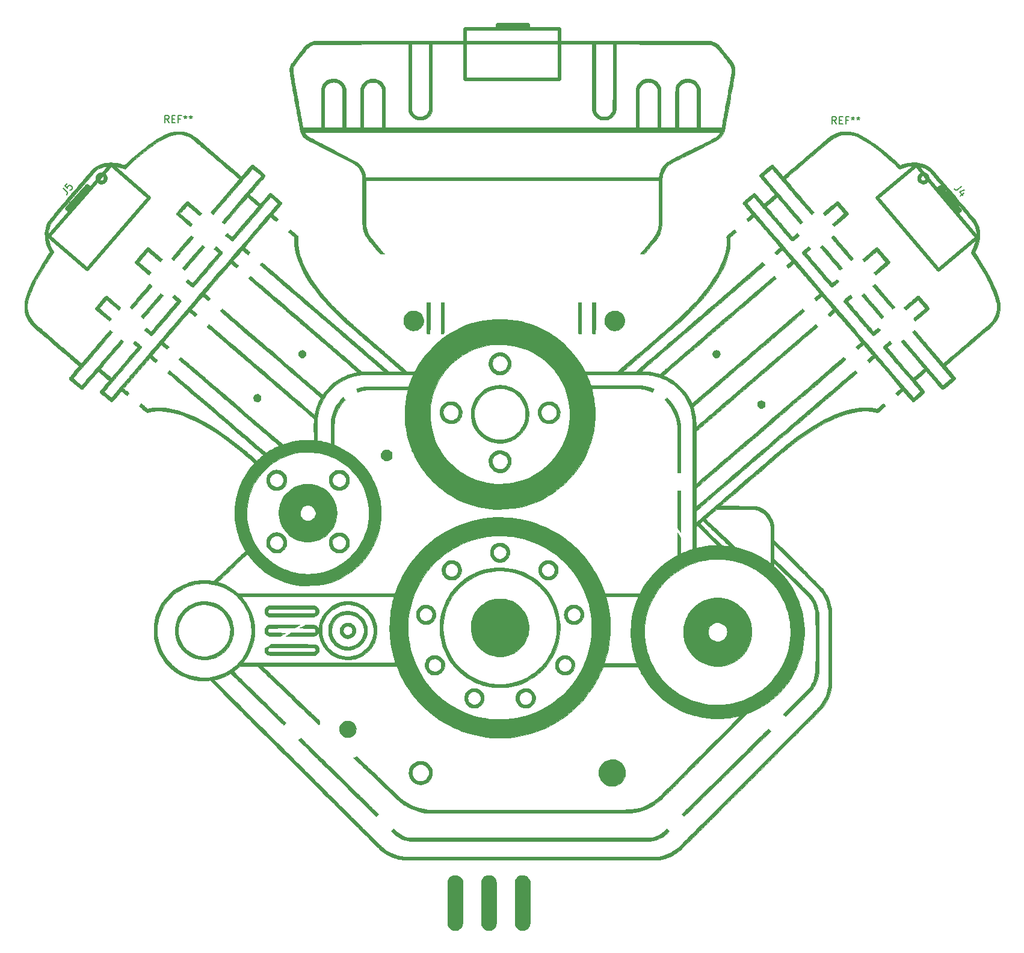
<source format=gbr>
%TF.GenerationSoftware,KiCad,Pcbnew,7.0.2-6a45011f42~172~ubuntu22.04.1*%
%TF.CreationDate,2023-05-03T19:23:26-07:00*%
%TF.ProjectId,CHV_DC31,4348565f-4443-4333-912e-6b696361645f,rev?*%
%TF.SameCoordinates,Original*%
%TF.FileFunction,Legend,Top*%
%TF.FilePolarity,Positive*%
%FSLAX46Y46*%
G04 Gerber Fmt 4.6, Leading zero omitted, Abs format (unit mm)*
G04 Created by KiCad (PCBNEW 7.0.2-6a45011f42~172~ubuntu22.04.1) date 2023-05-03 19:23:26*
%MOMM*%
%LPD*%
G01*
G04 APERTURE LIST*
%ADD10C,0.150000*%
%ADD11C,0.500000*%
%ADD12C,0.010000*%
G04 APERTURE END LIST*
D10*
%TO.C,*%
%TO.C,J5*%
X64885722Y-52815766D02*
X65424800Y-53284379D01*
X65424800Y-53284379D02*
X65501375Y-53414041D01*
X65501375Y-53414041D02*
X65510770Y-53548400D01*
X65510770Y-53548400D02*
X65452986Y-53687456D01*
X65452986Y-53687456D02*
X65390504Y-53759333D01*
X65510540Y-52096995D02*
X65198131Y-52456380D01*
X65198131Y-52456380D02*
X65526275Y-52804728D01*
X65526275Y-52804728D02*
X65521578Y-52737548D01*
X65521578Y-52737548D02*
X65548121Y-52634430D01*
X65548121Y-52634430D02*
X65704325Y-52454738D01*
X65704325Y-52454738D02*
X65802746Y-52414101D01*
X65802746Y-52414101D02*
X65869925Y-52409404D01*
X65869925Y-52409404D02*
X65973043Y-52435947D01*
X65973043Y-52435947D02*
X66152736Y-52592151D01*
X66152736Y-52592151D02*
X66193372Y-52690572D01*
X66193372Y-52690572D02*
X66198070Y-52757751D01*
X66198070Y-52757751D02*
X66171527Y-52860869D01*
X66171527Y-52860869D02*
X66015322Y-53040562D01*
X66015322Y-53040562D02*
X65916902Y-53081198D01*
X65916902Y-53081198D02*
X65849722Y-53085896D01*
%TO.C,REF\u002A\u002A*%
X79791666Y-43562619D02*
X79458333Y-43086428D01*
X79220238Y-43562619D02*
X79220238Y-42562619D01*
X79220238Y-42562619D02*
X79601190Y-42562619D01*
X79601190Y-42562619D02*
X79696428Y-42610238D01*
X79696428Y-42610238D02*
X79744047Y-42657857D01*
X79744047Y-42657857D02*
X79791666Y-42753095D01*
X79791666Y-42753095D02*
X79791666Y-42895952D01*
X79791666Y-42895952D02*
X79744047Y-42991190D01*
X79744047Y-42991190D02*
X79696428Y-43038809D01*
X79696428Y-43038809D02*
X79601190Y-43086428D01*
X79601190Y-43086428D02*
X79220238Y-43086428D01*
X80220238Y-43038809D02*
X80553571Y-43038809D01*
X80696428Y-43562619D02*
X80220238Y-43562619D01*
X80220238Y-43562619D02*
X80220238Y-42562619D01*
X80220238Y-42562619D02*
X80696428Y-42562619D01*
X81458333Y-43038809D02*
X81125000Y-43038809D01*
X81125000Y-43562619D02*
X81125000Y-42562619D01*
X81125000Y-42562619D02*
X81601190Y-42562619D01*
X82125000Y-42562619D02*
X82125000Y-42800714D01*
X81886905Y-42705476D02*
X82125000Y-42800714D01*
X82125000Y-42800714D02*
X82363095Y-42705476D01*
X81982143Y-42991190D02*
X82125000Y-42800714D01*
X82125000Y-42800714D02*
X82267857Y-42991190D01*
X82886905Y-42562619D02*
X82886905Y-42800714D01*
X82648810Y-42705476D02*
X82886905Y-42800714D01*
X82886905Y-42800714D02*
X83125000Y-42705476D01*
X82744048Y-42991190D02*
X82886905Y-42800714D01*
X82886905Y-42800714D02*
X83029762Y-42991190D01*
%TO.C,*%
%TO.C,REF\u002A\u002A*%
X173716666Y-43737619D02*
X173383333Y-43261428D01*
X173145238Y-43737619D02*
X173145238Y-42737619D01*
X173145238Y-42737619D02*
X173526190Y-42737619D01*
X173526190Y-42737619D02*
X173621428Y-42785238D01*
X173621428Y-42785238D02*
X173669047Y-42832857D01*
X173669047Y-42832857D02*
X173716666Y-42928095D01*
X173716666Y-42928095D02*
X173716666Y-43070952D01*
X173716666Y-43070952D02*
X173669047Y-43166190D01*
X173669047Y-43166190D02*
X173621428Y-43213809D01*
X173621428Y-43213809D02*
X173526190Y-43261428D01*
X173526190Y-43261428D02*
X173145238Y-43261428D01*
X174145238Y-43213809D02*
X174478571Y-43213809D01*
X174621428Y-43737619D02*
X174145238Y-43737619D01*
X174145238Y-43737619D02*
X174145238Y-42737619D01*
X174145238Y-42737619D02*
X174621428Y-42737619D01*
X175383333Y-43213809D02*
X175050000Y-43213809D01*
X175050000Y-43737619D02*
X175050000Y-42737619D01*
X175050000Y-42737619D02*
X175526190Y-42737619D01*
X176050000Y-42737619D02*
X176050000Y-42975714D01*
X175811905Y-42880476D02*
X176050000Y-42975714D01*
X176050000Y-42975714D02*
X176288095Y-42880476D01*
X175907143Y-43166190D02*
X176050000Y-42975714D01*
X176050000Y-42975714D02*
X176192857Y-43166190D01*
X176811905Y-42737619D02*
X176811905Y-42975714D01*
X176573810Y-42880476D02*
X176811905Y-42975714D01*
X176811905Y-42975714D02*
X177050000Y-42880476D01*
X176669048Y-43166190D02*
X176811905Y-42975714D01*
X176811905Y-42975714D02*
X176954762Y-43166190D01*
%TO.C,J4*%
X191322257Y-52568905D02*
X190775082Y-53028039D01*
X190775082Y-53028039D02*
X190635038Y-53083388D01*
X190635038Y-53083388D02*
X190500864Y-53071649D01*
X190500864Y-53071649D02*
X190372559Y-52992823D01*
X190372559Y-52992823D02*
X190311341Y-52919867D01*
X191648478Y-53476256D02*
X191137782Y-53904781D01*
X191787260Y-53048993D02*
X191087041Y-53325735D01*
X191087041Y-53325735D02*
X191484957Y-53799953D01*
D11*
%TO.C,J5*%
X68282650Y-64245663D02*
X62915156Y-59579771D01*
X62998475Y-59483923D02*
X71663703Y-49515719D01*
X65435417Y-55712641D02*
X68268280Y-52453805D01*
X65818809Y-56045919D02*
X65435417Y-55712641D01*
X68268280Y-52453805D02*
X68651672Y-52787083D01*
X68555824Y-52703764D02*
X65722961Y-55962600D01*
X71663703Y-49515719D02*
X77031197Y-54181610D01*
X77031197Y-54181610D02*
X68282650Y-64245663D01*
%TO.C,J4*%
X179501685Y-54135983D02*
X184949793Y-49564477D01*
X185031427Y-49661765D02*
X193521366Y-59779680D01*
X188375056Y-52658662D02*
X191150613Y-55966442D01*
X187985906Y-52985198D02*
X188375056Y-52658662D01*
X191150613Y-55966442D02*
X190761462Y-56292978D01*
X190858750Y-56211344D02*
X188083193Y-52903564D01*
X193521366Y-59779680D02*
X188073258Y-64351185D01*
X188073258Y-64351185D02*
X179501685Y-54135983D01*
%TO.C,FID1*%
D12*
X98716048Y-75661590D02*
X98837681Y-75724896D01*
X98940485Y-75819788D01*
X99014395Y-75936911D01*
X99059078Y-76076181D01*
X99065800Y-76211379D01*
X99038932Y-76338136D01*
X98982845Y-76452080D01*
X98901911Y-76548839D01*
X98800502Y-76624043D01*
X98682987Y-76673320D01*
X98553739Y-76692299D01*
X98417129Y-76676608D01*
X98312044Y-76639262D01*
X98189761Y-76561754D01*
X98098503Y-76461834D01*
X98038300Y-76345926D01*
X98009187Y-76220455D01*
X98011194Y-76091846D01*
X98044354Y-75966523D01*
X98108699Y-75850911D01*
X98204260Y-75751435D01*
X98307291Y-75685734D01*
X98443942Y-75639554D01*
X98582498Y-75632324D01*
X98716048Y-75661590D01*
G36*
X98716048Y-75661590D02*
G01*
X98837681Y-75724896D01*
X98940485Y-75819788D01*
X99014395Y-75936911D01*
X99059078Y-76076181D01*
X99065800Y-76211379D01*
X99038932Y-76338136D01*
X98982845Y-76452080D01*
X98901911Y-76548839D01*
X98800502Y-76624043D01*
X98682987Y-76673320D01*
X98553739Y-76692299D01*
X98417129Y-76676608D01*
X98312044Y-76639262D01*
X98189761Y-76561754D01*
X98098503Y-76461834D01*
X98038300Y-76345926D01*
X98009187Y-76220455D01*
X98011194Y-76091846D01*
X98044354Y-75966523D01*
X98108699Y-75850911D01*
X98204260Y-75751435D01*
X98307291Y-75685734D01*
X98443942Y-75639554D01*
X98582498Y-75632324D01*
X98716048Y-75661590D01*
G37*
X151790805Y-98311255D02*
X151790728Y-98658618D01*
X151790505Y-98994156D01*
X151790143Y-99315453D01*
X151789652Y-99620094D01*
X151789041Y-99905660D01*
X151788318Y-100169735D01*
X151787493Y-100409902D01*
X151786574Y-100623746D01*
X151785570Y-100808849D01*
X151784491Y-100962794D01*
X151783344Y-101083164D01*
X151782140Y-101167544D01*
X151780886Y-101213517D01*
X151780083Y-101221672D01*
X151764517Y-101205129D01*
X151732580Y-101161145D01*
X151690323Y-101098183D01*
X151676566Y-101076903D01*
X151621885Y-100991723D01*
X151555575Y-100888615D01*
X151488980Y-100785212D01*
X151465038Y-100748083D01*
X151346305Y-100564031D01*
X151346305Y-95400839D01*
X151790805Y-95400839D01*
X151790805Y-98311255D01*
G36*
X151790805Y-98311255D02*
G01*
X151790728Y-98658618D01*
X151790505Y-98994156D01*
X151790143Y-99315453D01*
X151789652Y-99620094D01*
X151789041Y-99905660D01*
X151788318Y-100169735D01*
X151787493Y-100409902D01*
X151786574Y-100623746D01*
X151785570Y-100808849D01*
X151784491Y-100962794D01*
X151783344Y-101083164D01*
X151782140Y-101167544D01*
X151780886Y-101213517D01*
X151780083Y-101221672D01*
X151764517Y-101205129D01*
X151732580Y-101161145D01*
X151690323Y-101098183D01*
X151676566Y-101076903D01*
X151621885Y-100991723D01*
X151555575Y-100888615D01*
X151488980Y-100785212D01*
X151465038Y-100748083D01*
X151346305Y-100564031D01*
X151346305Y-95400839D01*
X151790805Y-95400839D01*
X151790805Y-98311255D01*
G37*
X137836976Y-71069278D02*
X137831388Y-73217218D01*
X137778472Y-73270099D01*
X137699159Y-73321883D01*
X137608711Y-73335055D01*
X137532479Y-73315582D01*
X137510785Y-73306815D01*
X137491538Y-73299449D01*
X137474591Y-73291045D01*
X137459800Y-73279161D01*
X137447019Y-73261357D01*
X137436102Y-73235191D01*
X137426902Y-73198223D01*
X137419275Y-73148012D01*
X137413075Y-73082117D01*
X137408155Y-72998096D01*
X137404371Y-72893511D01*
X137401576Y-72765918D01*
X137399624Y-72612878D01*
X137398371Y-72431950D01*
X137397669Y-72220692D01*
X137397374Y-71976664D01*
X137397340Y-71697425D01*
X137397421Y-71380535D01*
X137397472Y-71054462D01*
X137397472Y-68921339D01*
X137842565Y-68921339D01*
X137836976Y-71069278D01*
G36*
X137836976Y-71069278D02*
G01*
X137831388Y-73217218D01*
X137778472Y-73270099D01*
X137699159Y-73321883D01*
X137608711Y-73335055D01*
X137532479Y-73315582D01*
X137510785Y-73306815D01*
X137491538Y-73299449D01*
X137474591Y-73291045D01*
X137459800Y-73279161D01*
X137447019Y-73261357D01*
X137436102Y-73235191D01*
X137426902Y-73198223D01*
X137419275Y-73148012D01*
X137413075Y-73082117D01*
X137408155Y-72998096D01*
X137404371Y-72893511D01*
X137401576Y-72765918D01*
X137399624Y-72612878D01*
X137398371Y-72431950D01*
X137397669Y-72220692D01*
X137397374Y-71976664D01*
X137397340Y-71697425D01*
X137397421Y-71380535D01*
X137397472Y-71054462D01*
X137397472Y-68921339D01*
X137842565Y-68921339D01*
X137836976Y-71069278D01*
G37*
X92316139Y-81806803D02*
X92437955Y-81848357D01*
X92546991Y-81921489D01*
X92636539Y-82026277D01*
X92656384Y-82059786D01*
X92710899Y-82197932D01*
X92728984Y-82337980D01*
X92712977Y-82473520D01*
X92665216Y-82598142D01*
X92588039Y-82705435D01*
X92483782Y-82788989D01*
X92372831Y-82837393D01*
X92262551Y-82863090D01*
X92167476Y-82865797D01*
X92066987Y-82845082D01*
X92020288Y-82830014D01*
X91888487Y-82765610D01*
X91789865Y-82674918D01*
X91724436Y-82557956D01*
X91692214Y-82414748D01*
X91688549Y-82341005D01*
X91690823Y-82249786D01*
X91701038Y-82182792D01*
X91723274Y-82122092D01*
X91750214Y-82070058D01*
X91835279Y-81954858D01*
X91941114Y-81870856D01*
X92061009Y-81818129D01*
X92188254Y-81796752D01*
X92316139Y-81806803D01*
G36*
X92316139Y-81806803D02*
G01*
X92437955Y-81848357D01*
X92546991Y-81921489D01*
X92636539Y-82026277D01*
X92656384Y-82059786D01*
X92710899Y-82197932D01*
X92728984Y-82337980D01*
X92712977Y-82473520D01*
X92665216Y-82598142D01*
X92588039Y-82705435D01*
X92483782Y-82788989D01*
X92372831Y-82837393D01*
X92262551Y-82863090D01*
X92167476Y-82865797D01*
X92066987Y-82845082D01*
X92020288Y-82830014D01*
X91888487Y-82765610D01*
X91789865Y-82674918D01*
X91724436Y-82557956D01*
X91692214Y-82414748D01*
X91688549Y-82341005D01*
X91690823Y-82249786D01*
X91701038Y-82182792D01*
X91723274Y-82122092D01*
X91750214Y-82070058D01*
X91835279Y-81954858D01*
X91941114Y-81870856D01*
X92061009Y-81818129D01*
X92188254Y-81796752D01*
X92316139Y-81806803D01*
G37*
X118495638Y-71039056D02*
X118495682Y-71393005D01*
X118495716Y-71707067D01*
X118495596Y-71983688D01*
X118495177Y-72225315D01*
X118494314Y-72434393D01*
X118492862Y-72613370D01*
X118490676Y-72764690D01*
X118487611Y-72890802D01*
X118483522Y-72994149D01*
X118478265Y-73077180D01*
X118471695Y-73142340D01*
X118463666Y-73192075D01*
X118454033Y-73228831D01*
X118442653Y-73255056D01*
X118429379Y-73273194D01*
X118414067Y-73285692D01*
X118396573Y-73294997D01*
X118376750Y-73303555D01*
X118361080Y-73310568D01*
X118293219Y-73337227D01*
X118240630Y-73341121D01*
X118199305Y-73330277D01*
X118163238Y-73308688D01*
X118116306Y-73270851D01*
X118109347Y-73264488D01*
X118051138Y-73210252D01*
X118051138Y-68921339D01*
X118495638Y-68921339D01*
X118495638Y-71039056D01*
G36*
X118495638Y-71039056D02*
G01*
X118495682Y-71393005D01*
X118495716Y-71707067D01*
X118495596Y-71983688D01*
X118495177Y-72225315D01*
X118494314Y-72434393D01*
X118492862Y-72613370D01*
X118490676Y-72764690D01*
X118487611Y-72890802D01*
X118483522Y-72994149D01*
X118478265Y-73077180D01*
X118471695Y-73142340D01*
X118463666Y-73192075D01*
X118454033Y-73228831D01*
X118442653Y-73255056D01*
X118429379Y-73273194D01*
X118414067Y-73285692D01*
X118396573Y-73294997D01*
X118376750Y-73303555D01*
X118361080Y-73310568D01*
X118293219Y-73337227D01*
X118240630Y-73341121D01*
X118199305Y-73330277D01*
X118163238Y-73308688D01*
X118116306Y-73270851D01*
X118109347Y-73264488D01*
X118051138Y-73210252D01*
X118051138Y-68921339D01*
X118495638Y-68921339D01*
X118495638Y-71039056D01*
G37*
X116527138Y-71039056D02*
X116527183Y-71393926D01*
X116527218Y-71708897D01*
X116527095Y-71986403D01*
X116526667Y-72228879D01*
X116525786Y-72438758D01*
X116524303Y-72618475D01*
X116522072Y-72770464D01*
X116518943Y-72897159D01*
X116514769Y-73000994D01*
X116509403Y-73084405D01*
X116502695Y-73149823D01*
X116494499Y-73199685D01*
X116484666Y-73236424D01*
X116473048Y-73262474D01*
X116459498Y-73280270D01*
X116443867Y-73292245D01*
X116426009Y-73300835D01*
X116405773Y-73308472D01*
X116388829Y-73315089D01*
X116322923Y-73338262D01*
X116272956Y-73341073D01*
X116218390Y-73324644D01*
X116217853Y-73324427D01*
X116173530Y-73295224D01*
X116128727Y-73249882D01*
X116127895Y-73248831D01*
X116082638Y-73191296D01*
X116082638Y-68921339D01*
X116527138Y-68921339D01*
X116527138Y-71039056D01*
G36*
X116527138Y-71039056D02*
G01*
X116527183Y-71393926D01*
X116527218Y-71708897D01*
X116527095Y-71986403D01*
X116526667Y-72228879D01*
X116525786Y-72438758D01*
X116524303Y-72618475D01*
X116522072Y-72770464D01*
X116518943Y-72897159D01*
X116514769Y-73000994D01*
X116509403Y-73084405D01*
X116502695Y-73149823D01*
X116494499Y-73199685D01*
X116484666Y-73236424D01*
X116473048Y-73262474D01*
X116459498Y-73280270D01*
X116443867Y-73292245D01*
X116426009Y-73300835D01*
X116405773Y-73308472D01*
X116388829Y-73315089D01*
X116322923Y-73338262D01*
X116272956Y-73341073D01*
X116218390Y-73324644D01*
X116217853Y-73324427D01*
X116173530Y-73295224D01*
X116128727Y-73249882D01*
X116127895Y-73248831D01*
X116082638Y-73191296D01*
X116082638Y-68921339D01*
X116527138Y-68921339D01*
X116527138Y-71039056D01*
G37*
X163285485Y-82746931D02*
X163401385Y-82789509D01*
X163506033Y-82866208D01*
X163533152Y-82892655D01*
X163609595Y-82986534D01*
X163654683Y-83085254D01*
X163673676Y-83202485D01*
X163675130Y-83261755D01*
X163655290Y-83414014D01*
X163598531Y-83546692D01*
X163506525Y-83657034D01*
X163385107Y-83740157D01*
X163308820Y-83767678D01*
X163213092Y-83786276D01*
X163115304Y-83793972D01*
X163032836Y-83788787D01*
X163009001Y-83782985D01*
X162882081Y-83723512D01*
X162771844Y-83637476D01*
X162687605Y-83533463D01*
X162647400Y-83449730D01*
X162624311Y-83340987D01*
X162621192Y-83220720D01*
X162637299Y-83106482D01*
X162665260Y-83027802D01*
X162751018Y-82899788D01*
X162857998Y-82808376D01*
X162986863Y-82753159D01*
X163138273Y-82733735D01*
X163146722Y-82733697D01*
X163285485Y-82746931D01*
G36*
X163285485Y-82746931D02*
G01*
X163401385Y-82789509D01*
X163506033Y-82866208D01*
X163533152Y-82892655D01*
X163609595Y-82986534D01*
X163654683Y-83085254D01*
X163673676Y-83202485D01*
X163675130Y-83261755D01*
X163655290Y-83414014D01*
X163598531Y-83546692D01*
X163506525Y-83657034D01*
X163385107Y-83740157D01*
X163308820Y-83767678D01*
X163213092Y-83786276D01*
X163115304Y-83793972D01*
X163032836Y-83788787D01*
X163009001Y-83782985D01*
X162882081Y-83723512D01*
X162771844Y-83637476D01*
X162687605Y-83533463D01*
X162647400Y-83449730D01*
X162624311Y-83340987D01*
X162621192Y-83220720D01*
X162637299Y-83106482D01*
X162665260Y-83027802D01*
X162751018Y-82899788D01*
X162857998Y-82808376D01*
X162986863Y-82753159D01*
X163138273Y-82733735D01*
X163146722Y-82733697D01*
X163285485Y-82746931D01*
G37*
X156933815Y-75648658D02*
X157057975Y-75695390D01*
X157163685Y-75765053D01*
X157192349Y-75792536D01*
X157268682Y-75902042D01*
X157317407Y-76031461D01*
X157336433Y-76168960D01*
X157323670Y-76302705D01*
X157296711Y-76383408D01*
X157243873Y-76465859D01*
X157165918Y-76547887D01*
X157076592Y-76617258D01*
X156989640Y-76661739D01*
X156980727Y-76664613D01*
X156866395Y-76685403D01*
X156743819Y-76685882D01*
X156631456Y-76666743D01*
X156584236Y-76649744D01*
X156521872Y-76611367D01*
X156452958Y-76554237D01*
X156412421Y-76512838D01*
X156332207Y-76393482D01*
X156288956Y-76265634D01*
X156280006Y-76135231D01*
X156302698Y-76008210D01*
X156354369Y-75890510D01*
X156432361Y-75788068D01*
X156534012Y-75706822D01*
X156656661Y-75652709D01*
X156797649Y-75631667D01*
X156807305Y-75631585D01*
X156933815Y-75648658D01*
G36*
X156933815Y-75648658D02*
G01*
X157057975Y-75695390D01*
X157163685Y-75765053D01*
X157192349Y-75792536D01*
X157268682Y-75902042D01*
X157317407Y-76031461D01*
X157336433Y-76168960D01*
X157323670Y-76302705D01*
X157296711Y-76383408D01*
X157243873Y-76465859D01*
X157165918Y-76547887D01*
X157076592Y-76617258D01*
X156989640Y-76661739D01*
X156980727Y-76664613D01*
X156866395Y-76685403D01*
X156743819Y-76685882D01*
X156631456Y-76666743D01*
X156584236Y-76649744D01*
X156521872Y-76611367D01*
X156452958Y-76554237D01*
X156412421Y-76512838D01*
X156332207Y-76393482D01*
X156288956Y-76265634D01*
X156280006Y-76135231D01*
X156302698Y-76008210D01*
X156354369Y-75890510D01*
X156432361Y-75788068D01*
X156534012Y-75706822D01*
X156656661Y-75652709D01*
X156797649Y-75631667D01*
X156807305Y-75631585D01*
X156933815Y-75648658D01*
G37*
X105189814Y-127841650D02*
X105389613Y-127897739D01*
X105572552Y-127992077D01*
X105741167Y-128125784D01*
X105806307Y-128191766D01*
X105938656Y-128364650D01*
X106034740Y-128555217D01*
X106093881Y-128758222D01*
X106115401Y-128968421D01*
X106098622Y-129180569D01*
X106042865Y-129389419D01*
X105979630Y-129532089D01*
X105877097Y-129687073D01*
X105741878Y-129829531D01*
X105583305Y-129952114D01*
X105410706Y-130047471D01*
X105255009Y-130102928D01*
X105152149Y-130121143D01*
X105026253Y-130130859D01*
X104892830Y-130132019D01*
X104767389Y-130124566D01*
X104665438Y-130108445D01*
X104652638Y-130105139D01*
X104444919Y-130026476D01*
X104259985Y-129913690D01*
X104101022Y-129770181D01*
X103971214Y-129599348D01*
X103873746Y-129404590D01*
X103816536Y-129212735D01*
X103793760Y-129082121D01*
X103787411Y-128969210D01*
X103797495Y-128853572D01*
X103816648Y-128748922D01*
X103882049Y-128536130D01*
X103982924Y-128343813D01*
X104116023Y-128175474D01*
X104278096Y-128034621D01*
X104465892Y-127924757D01*
X104642055Y-127858721D01*
X104769365Y-127833871D01*
X104926361Y-127823058D01*
X104970622Y-127822690D01*
X105189814Y-127841650D01*
G36*
X105189814Y-127841650D02*
G01*
X105389613Y-127897739D01*
X105572552Y-127992077D01*
X105741167Y-128125784D01*
X105806307Y-128191766D01*
X105938656Y-128364650D01*
X106034740Y-128555217D01*
X106093881Y-128758222D01*
X106115401Y-128968421D01*
X106098622Y-129180569D01*
X106042865Y-129389419D01*
X105979630Y-129532089D01*
X105877097Y-129687073D01*
X105741878Y-129829531D01*
X105583305Y-129952114D01*
X105410706Y-130047471D01*
X105255009Y-130102928D01*
X105152149Y-130121143D01*
X105026253Y-130130859D01*
X104892830Y-130132019D01*
X104767389Y-130124566D01*
X104665438Y-130108445D01*
X104652638Y-130105139D01*
X104444919Y-130026476D01*
X104259985Y-129913690D01*
X104101022Y-129770181D01*
X103971214Y-129599348D01*
X103873746Y-129404590D01*
X103816536Y-129212735D01*
X103793760Y-129082121D01*
X103787411Y-128969210D01*
X103797495Y-128853572D01*
X103816648Y-128748922D01*
X103882049Y-128536130D01*
X103982924Y-128343813D01*
X104116023Y-128175474D01*
X104278096Y-128034621D01*
X104465892Y-127924757D01*
X104642055Y-127858721D01*
X104769365Y-127833871D01*
X104926361Y-127823058D01*
X104970622Y-127822690D01*
X105189814Y-127841650D01*
G37*
X110524743Y-89634348D02*
X110600185Y-89640161D01*
X110660418Y-89652665D01*
X110718977Y-89674161D01*
X110752797Y-89689441D01*
X110890070Y-89774684D01*
X111011925Y-89890323D01*
X111106581Y-90024576D01*
X111126036Y-90062679D01*
X111152310Y-90123561D01*
X111168984Y-90179154D01*
X111178167Y-90242245D01*
X111181967Y-90325625D01*
X111182555Y-90405505D01*
X111181415Y-90510487D01*
X111176588Y-90585663D01*
X111165962Y-90643530D01*
X111147425Y-90696585D01*
X111125309Y-90744314D01*
X111028078Y-90896515D01*
X110902351Y-91019111D01*
X110752376Y-91109328D01*
X110582401Y-91164391D01*
X110457580Y-91180339D01*
X110339270Y-91181369D01*
X110241851Y-91168471D01*
X110175211Y-91149918D01*
X110049992Y-91096087D01*
X109932772Y-91023432D01*
X109837753Y-90941346D01*
X109808763Y-90907480D01*
X109713173Y-90750716D01*
X109655475Y-90585442D01*
X109634417Y-90417051D01*
X109648750Y-90250937D01*
X109697223Y-90092495D01*
X109778585Y-89947118D01*
X109891586Y-89820200D01*
X110034975Y-89717135D01*
X110091506Y-89687979D01*
X110153417Y-89661584D01*
X110211118Y-89645152D01*
X110278028Y-89636437D01*
X110367567Y-89633194D01*
X110420555Y-89632922D01*
X110524743Y-89634348D01*
G36*
X110524743Y-89634348D02*
G01*
X110600185Y-89640161D01*
X110660418Y-89652665D01*
X110718977Y-89674161D01*
X110752797Y-89689441D01*
X110890070Y-89774684D01*
X111011925Y-89890323D01*
X111106581Y-90024576D01*
X111126036Y-90062679D01*
X111152310Y-90123561D01*
X111168984Y-90179154D01*
X111178167Y-90242245D01*
X111181967Y-90325625D01*
X111182555Y-90405505D01*
X111181415Y-90510487D01*
X111176588Y-90585663D01*
X111165962Y-90643530D01*
X111147425Y-90696585D01*
X111125309Y-90744314D01*
X111028078Y-90896515D01*
X110902351Y-91019111D01*
X110752376Y-91109328D01*
X110582401Y-91164391D01*
X110457580Y-91180339D01*
X110339270Y-91181369D01*
X110241851Y-91168471D01*
X110175211Y-91149918D01*
X110049992Y-91096087D01*
X109932772Y-91023432D01*
X109837753Y-90941346D01*
X109808763Y-90907480D01*
X109713173Y-90750716D01*
X109655475Y-90585442D01*
X109634417Y-90417051D01*
X109648750Y-90250937D01*
X109697223Y-90092495D01*
X109778585Y-89947118D01*
X109891586Y-89820200D01*
X110034975Y-89717135D01*
X110091506Y-89687979D01*
X110153417Y-89661584D01*
X110211118Y-89645152D01*
X110278028Y-89636437D01*
X110367567Y-89633194D01*
X110420555Y-89632922D01*
X110524743Y-89634348D01*
G37*
X142660435Y-70056772D02*
X142887751Y-70103024D01*
X143102576Y-70186090D01*
X143300984Y-70303337D01*
X143479049Y-70452133D01*
X143632846Y-70629846D01*
X143758449Y-70833844D01*
X143827376Y-70990559D01*
X143861295Y-71113792D01*
X143883949Y-71263530D01*
X143894625Y-71425282D01*
X143892609Y-71584554D01*
X143877189Y-71726857D01*
X143866182Y-71779531D01*
X143788495Y-72007166D01*
X143676535Y-72214108D01*
X143534048Y-72397277D01*
X143364777Y-72553592D01*
X143172464Y-72679974D01*
X142960856Y-72773342D01*
X142733694Y-72830618D01*
X142567961Y-72847563D01*
X142465035Y-72849501D01*
X142365599Y-72847304D01*
X142285560Y-72841473D01*
X142260797Y-72837922D01*
X142028578Y-72776874D01*
X141818798Y-72681571D01*
X141626466Y-72549370D01*
X141501874Y-72435815D01*
X141346115Y-72252585D01*
X141229633Y-72055627D01*
X141151647Y-71842853D01*
X141111377Y-71612178D01*
X141107092Y-71379710D01*
X141126172Y-71181818D01*
X141165357Y-71010184D01*
X141228252Y-70852080D01*
X141287014Y-70744796D01*
X141433657Y-70540152D01*
X141604867Y-70369174D01*
X141798554Y-70233142D01*
X142012628Y-70133331D01*
X142244997Y-70071018D01*
X142424555Y-70049966D01*
X142660435Y-70056772D01*
G36*
X142660435Y-70056772D02*
G01*
X142887751Y-70103024D01*
X143102576Y-70186090D01*
X143300984Y-70303337D01*
X143479049Y-70452133D01*
X143632846Y-70629846D01*
X143758449Y-70833844D01*
X143827376Y-70990559D01*
X143861295Y-71113792D01*
X143883949Y-71263530D01*
X143894625Y-71425282D01*
X143892609Y-71584554D01*
X143877189Y-71726857D01*
X143866182Y-71779531D01*
X143788495Y-72007166D01*
X143676535Y-72214108D01*
X143534048Y-72397277D01*
X143364777Y-72553592D01*
X143172464Y-72679974D01*
X142960856Y-72773342D01*
X142733694Y-72830618D01*
X142567961Y-72847563D01*
X142465035Y-72849501D01*
X142365599Y-72847304D01*
X142285560Y-72841473D01*
X142260797Y-72837922D01*
X142028578Y-72776874D01*
X141818798Y-72681571D01*
X141626466Y-72549370D01*
X141501874Y-72435815D01*
X141346115Y-72252585D01*
X141229633Y-72055627D01*
X141151647Y-71842853D01*
X141111377Y-71612178D01*
X141107092Y-71379710D01*
X141126172Y-71181818D01*
X141165357Y-71010184D01*
X141228252Y-70852080D01*
X141287014Y-70744796D01*
X141433657Y-70540152D01*
X141604867Y-70369174D01*
X141798554Y-70233142D01*
X142012628Y-70133331D01*
X142244997Y-70071018D01*
X142424555Y-70049966D01*
X142660435Y-70056772D01*
G37*
X139810472Y-71039056D02*
X139810516Y-71393926D01*
X139810551Y-71708897D01*
X139810428Y-71986403D01*
X139810001Y-72228879D01*
X139809119Y-72438758D01*
X139807637Y-72618475D01*
X139805405Y-72770464D01*
X139802276Y-72897159D01*
X139798103Y-73000994D01*
X139792736Y-73084405D01*
X139786028Y-73149823D01*
X139777832Y-73199685D01*
X139767999Y-73236424D01*
X139756381Y-73262474D01*
X139742831Y-73280270D01*
X139727201Y-73292245D01*
X139709342Y-73300835D01*
X139689107Y-73308472D01*
X139672162Y-73315089D01*
X139616445Y-73336741D01*
X139578752Y-73341815D01*
X139538176Y-73330359D01*
X139503555Y-73315485D01*
X139443388Y-73279678D01*
X139397722Y-73240014D01*
X139390829Y-73231538D01*
X139384720Y-73220817D01*
X139379338Y-73205365D01*
X139374631Y-73182693D01*
X139370541Y-73150314D01*
X139367016Y-73105740D01*
X139364000Y-73046484D01*
X139361439Y-72970057D01*
X139359278Y-72873972D01*
X139357461Y-72755742D01*
X139355935Y-72612879D01*
X139354645Y-72442895D01*
X139353536Y-72243303D01*
X139352553Y-72011614D01*
X139351642Y-71745342D01*
X139350747Y-71441998D01*
X139349814Y-71099095D01*
X139349702Y-71056955D01*
X139344016Y-68921339D01*
X139810472Y-68921339D01*
X139810472Y-71039056D01*
G36*
X139810472Y-71039056D02*
G01*
X139810516Y-71393926D01*
X139810551Y-71708897D01*
X139810428Y-71986403D01*
X139810001Y-72228879D01*
X139809119Y-72438758D01*
X139807637Y-72618475D01*
X139805405Y-72770464D01*
X139802276Y-72897159D01*
X139798103Y-73000994D01*
X139792736Y-73084405D01*
X139786028Y-73149823D01*
X139777832Y-73199685D01*
X139767999Y-73236424D01*
X139756381Y-73262474D01*
X139742831Y-73280270D01*
X139727201Y-73292245D01*
X139709342Y-73300835D01*
X139689107Y-73308472D01*
X139672162Y-73315089D01*
X139616445Y-73336741D01*
X139578752Y-73341815D01*
X139538176Y-73330359D01*
X139503555Y-73315485D01*
X139443388Y-73279678D01*
X139397722Y-73240014D01*
X139390829Y-73231538D01*
X139384720Y-73220817D01*
X139379338Y-73205365D01*
X139374631Y-73182693D01*
X139370541Y-73150314D01*
X139367016Y-73105740D01*
X139364000Y-73046484D01*
X139361439Y-72970057D01*
X139359278Y-72873972D01*
X139357461Y-72755742D01*
X139355935Y-72612879D01*
X139354645Y-72442895D01*
X139353536Y-72243303D01*
X139352553Y-72011614D01*
X139351642Y-71745342D01*
X139350747Y-71441998D01*
X139349814Y-71099095D01*
X139349702Y-71056955D01*
X139344016Y-68921339D01*
X139810472Y-68921339D01*
X139810472Y-71039056D01*
G37*
X84484674Y-60834460D02*
X84531869Y-60871215D01*
X84595438Y-60922953D01*
X84638905Y-60959217D01*
X84798238Y-61093345D01*
X84655397Y-61260205D01*
X84620442Y-61301047D01*
X84560208Y-61371441D01*
X84476935Y-61468767D01*
X84372861Y-61590408D01*
X84250226Y-61733746D01*
X84111271Y-61896164D01*
X83958234Y-62075044D01*
X83793356Y-62267767D01*
X83618876Y-62471717D01*
X83437033Y-62684274D01*
X83263722Y-62886863D01*
X83080756Y-63100611D01*
X82905630Y-63304956D01*
X82740297Y-63497634D01*
X82586709Y-63676380D01*
X82446818Y-63838929D01*
X82322577Y-63983019D01*
X82215939Y-64106383D01*
X82128856Y-64206758D01*
X82063281Y-64281880D01*
X82021166Y-64329484D01*
X82004463Y-64347306D01*
X82004305Y-64347379D01*
X81983434Y-64334996D01*
X81944227Y-64303203D01*
X81929873Y-64290510D01*
X81877938Y-64244564D01*
X81810911Y-64186424D01*
X81762529Y-64145037D01*
X81659034Y-64057153D01*
X83051489Y-62434977D01*
X83245120Y-62209663D01*
X83431110Y-61993747D01*
X83607597Y-61789364D01*
X83772718Y-61598647D01*
X83924613Y-61423731D01*
X84061418Y-61266749D01*
X84181272Y-61129835D01*
X84282313Y-61015122D01*
X84362678Y-60924745D01*
X84420505Y-60860837D01*
X84453932Y-60825533D01*
X84461758Y-60818945D01*
X84484674Y-60834460D01*
G36*
X84484674Y-60834460D02*
G01*
X84531869Y-60871215D01*
X84595438Y-60922953D01*
X84638905Y-60959217D01*
X84798238Y-61093345D01*
X84655397Y-61260205D01*
X84620442Y-61301047D01*
X84560208Y-61371441D01*
X84476935Y-61468767D01*
X84372861Y-61590408D01*
X84250226Y-61733746D01*
X84111271Y-61896164D01*
X83958234Y-62075044D01*
X83793356Y-62267767D01*
X83618876Y-62471717D01*
X83437033Y-62684274D01*
X83263722Y-62886863D01*
X83080756Y-63100611D01*
X82905630Y-63304956D01*
X82740297Y-63497634D01*
X82586709Y-63676380D01*
X82446818Y-63838929D01*
X82322577Y-63983019D01*
X82215939Y-64106383D01*
X82128856Y-64206758D01*
X82063281Y-64281880D01*
X82021166Y-64329484D01*
X82004463Y-64347306D01*
X82004305Y-64347379D01*
X81983434Y-64334996D01*
X81944227Y-64303203D01*
X81929873Y-64290510D01*
X81877938Y-64244564D01*
X81810911Y-64186424D01*
X81762529Y-64145037D01*
X81659034Y-64057153D01*
X83051489Y-62434977D01*
X83245120Y-62209663D01*
X83431110Y-61993747D01*
X83607597Y-61789364D01*
X83772718Y-61598647D01*
X83924613Y-61423731D01*
X84061418Y-61266749D01*
X84181272Y-61129835D01*
X84282313Y-61015122D01*
X84362678Y-60924745D01*
X84420505Y-60860837D01*
X84453932Y-60825533D01*
X84461758Y-60818945D01*
X84484674Y-60834460D01*
G37*
X114499372Y-70079829D02*
X114711041Y-70144646D01*
X114910656Y-70241426D01*
X115093959Y-70368299D01*
X115256692Y-70523395D01*
X115394595Y-70704845D01*
X115503411Y-70910777D01*
X115546346Y-71024659D01*
X115573148Y-71113553D01*
X115590297Y-71193696D01*
X115599900Y-71280091D01*
X115604062Y-71387737D01*
X115604676Y-71440172D01*
X115596304Y-71638305D01*
X115565656Y-71814182D01*
X115508965Y-71983621D01*
X115440803Y-72128089D01*
X115379580Y-72223224D01*
X115292219Y-72330652D01*
X115188579Y-72440517D01*
X115078520Y-72542962D01*
X114971900Y-72628130D01*
X114886722Y-72682026D01*
X114673819Y-72771918D01*
X114446546Y-72829174D01*
X114214967Y-72852299D01*
X113989146Y-72839798D01*
X113913055Y-72826671D01*
X113826475Y-72802898D01*
X113720534Y-72765184D01*
X113612918Y-72720077D01*
X113569302Y-72699430D01*
X113368875Y-72577857D01*
X113196321Y-72427694D01*
X113053151Y-72253476D01*
X112940876Y-72059736D01*
X112861008Y-71851010D01*
X112815058Y-71631831D01*
X112804537Y-71406734D01*
X112830957Y-71180251D01*
X112895828Y-70956919D01*
X112948519Y-70836922D01*
X113074524Y-70625470D01*
X113227593Y-70446078D01*
X113410050Y-70296456D01*
X113617329Y-70177591D01*
X113834628Y-70095856D01*
X114056907Y-70053564D01*
X114279908Y-70048845D01*
X114499372Y-70079829D01*
G36*
X114499372Y-70079829D02*
G01*
X114711041Y-70144646D01*
X114910656Y-70241426D01*
X115093959Y-70368299D01*
X115256692Y-70523395D01*
X115394595Y-70704845D01*
X115503411Y-70910777D01*
X115546346Y-71024659D01*
X115573148Y-71113553D01*
X115590297Y-71193696D01*
X115599900Y-71280091D01*
X115604062Y-71387737D01*
X115604676Y-71440172D01*
X115596304Y-71638305D01*
X115565656Y-71814182D01*
X115508965Y-71983621D01*
X115440803Y-72128089D01*
X115379580Y-72223224D01*
X115292219Y-72330652D01*
X115188579Y-72440517D01*
X115078520Y-72542962D01*
X114971900Y-72628130D01*
X114886722Y-72682026D01*
X114673819Y-72771918D01*
X114446546Y-72829174D01*
X114214967Y-72852299D01*
X113989146Y-72839798D01*
X113913055Y-72826671D01*
X113826475Y-72802898D01*
X113720534Y-72765184D01*
X113612918Y-72720077D01*
X113569302Y-72699430D01*
X113368875Y-72577857D01*
X113196321Y-72427694D01*
X113053151Y-72253476D01*
X112940876Y-72059736D01*
X112861008Y-71851010D01*
X112815058Y-71631831D01*
X112804537Y-71406734D01*
X112830957Y-71180251D01*
X112895828Y-70956919D01*
X112948519Y-70836922D01*
X113074524Y-70625470D01*
X113227593Y-70446078D01*
X113410050Y-70296456D01*
X113617329Y-70177591D01*
X113834628Y-70095856D01*
X114056907Y-70053564D01*
X114279908Y-70048845D01*
X114499372Y-70079829D01*
G37*
X142239794Y-133252897D02*
X142522874Y-133288050D01*
X142790079Y-133361674D01*
X143038838Y-133472056D01*
X143266577Y-133617482D01*
X143470724Y-133796240D01*
X143648706Y-134006616D01*
X143797951Y-134246898D01*
X143830967Y-134312471D01*
X143899036Y-134461803D01*
X143948107Y-134592105D01*
X143981009Y-134716217D01*
X144000569Y-134846974D01*
X144009615Y-134997215D01*
X144011200Y-135130672D01*
X144009820Y-135265822D01*
X144005315Y-135369972D01*
X143996548Y-135454408D01*
X143982382Y-135530418D01*
X143963648Y-135602445D01*
X143870242Y-135865839D01*
X143747375Y-136101821D01*
X143591536Y-136316423D01*
X143473755Y-136444455D01*
X143281533Y-136614861D01*
X143076312Y-136752090D01*
X142848423Y-136862002D01*
X142689138Y-136919767D01*
X142611231Y-136943504D01*
X142540990Y-136960258D01*
X142467379Y-136971473D01*
X142379358Y-136978593D01*
X142265890Y-136983062D01*
X142191722Y-136984849D01*
X142021440Y-136985913D01*
X141887248Y-136980851D01*
X141783303Y-136969356D01*
X141741575Y-136961267D01*
X141490525Y-136883536D01*
X141250777Y-136769681D01*
X141027313Y-136623939D01*
X140825112Y-136450547D01*
X140649153Y-136253744D01*
X140504417Y-136037768D01*
X140401079Y-135820527D01*
X140341280Y-135646320D01*
X140302716Y-135482704D01*
X140282194Y-135312108D01*
X140276506Y-135135071D01*
X140294771Y-134846842D01*
X140350796Y-134577393D01*
X140445049Y-134325470D01*
X140577999Y-134089815D01*
X140747768Y-133871788D01*
X140951792Y-133674303D01*
X141176607Y-133513241D01*
X141419860Y-133389579D01*
X141679201Y-133304290D01*
X141952278Y-133258351D01*
X142236739Y-133252738D01*
X142239794Y-133252897D01*
G36*
X142239794Y-133252897D02*
G01*
X142522874Y-133288050D01*
X142790079Y-133361674D01*
X143038838Y-133472056D01*
X143266577Y-133617482D01*
X143470724Y-133796240D01*
X143648706Y-134006616D01*
X143797951Y-134246898D01*
X143830967Y-134312471D01*
X143899036Y-134461803D01*
X143948107Y-134592105D01*
X143981009Y-134716217D01*
X144000569Y-134846974D01*
X144009615Y-134997215D01*
X144011200Y-135130672D01*
X144009820Y-135265822D01*
X144005315Y-135369972D01*
X143996548Y-135454408D01*
X143982382Y-135530418D01*
X143963648Y-135602445D01*
X143870242Y-135865839D01*
X143747375Y-136101821D01*
X143591536Y-136316423D01*
X143473755Y-136444455D01*
X143281533Y-136614861D01*
X143076312Y-136752090D01*
X142848423Y-136862002D01*
X142689138Y-136919767D01*
X142611231Y-136943504D01*
X142540990Y-136960258D01*
X142467379Y-136971473D01*
X142379358Y-136978593D01*
X142265890Y-136983062D01*
X142191722Y-136984849D01*
X142021440Y-136985913D01*
X141887248Y-136980851D01*
X141783303Y-136969356D01*
X141741575Y-136961267D01*
X141490525Y-136883536D01*
X141250777Y-136769681D01*
X141027313Y-136623939D01*
X140825112Y-136450547D01*
X140649153Y-136253744D01*
X140504417Y-136037768D01*
X140401079Y-135820527D01*
X140341280Y-135646320D01*
X140302716Y-135482704D01*
X140282194Y-135312108D01*
X140276506Y-135135071D01*
X140294771Y-134846842D01*
X140350796Y-134577393D01*
X140445049Y-134325470D01*
X140577999Y-134089815D01*
X140747768Y-133871788D01*
X140951792Y-133674303D01*
X141176607Y-133513241D01*
X141419860Y-133389579D01*
X141679201Y-133304290D01*
X141952278Y-133258351D01*
X142236739Y-133252738D01*
X142239794Y-133252897D01*
G37*
X171766274Y-60833332D02*
X171808010Y-60878225D01*
X171873493Y-60951056D01*
X171960861Y-61049688D01*
X172068253Y-61171985D01*
X172193806Y-61315811D01*
X172335660Y-61479030D01*
X172491952Y-61659507D01*
X172660821Y-61855103D01*
X172840404Y-62063685D01*
X173028840Y-62283114D01*
X173159056Y-62435065D01*
X173391768Y-62707032D01*
X173598143Y-62948650D01*
X173779551Y-63161577D01*
X173937359Y-63347472D01*
X174072939Y-63507993D01*
X174187659Y-63644799D01*
X174282889Y-63759546D01*
X174359998Y-63853894D01*
X174420356Y-63929501D01*
X174465332Y-63988025D01*
X174496296Y-64031124D01*
X174514616Y-64060457D01*
X174521663Y-64077681D01*
X174520455Y-64083580D01*
X174458928Y-64137718D01*
X174390585Y-64196516D01*
X174323171Y-64253487D01*
X174264434Y-64302147D01*
X174222117Y-64336009D01*
X174203968Y-64348589D01*
X174203957Y-64348588D01*
X174189325Y-64332759D01*
X174149064Y-64286948D01*
X174085061Y-64213346D01*
X173999200Y-64114143D01*
X173893370Y-63991530D01*
X173769456Y-63847696D01*
X173629344Y-63684831D01*
X173474921Y-63505127D01*
X173308072Y-63310773D01*
X173130685Y-63103959D01*
X172944646Y-62886876D01*
X172862222Y-62790642D01*
X172671661Y-62568094D01*
X172488051Y-62353622D01*
X172313374Y-62149546D01*
X172149616Y-61958186D01*
X171998759Y-61781860D01*
X171862788Y-61622890D01*
X171743687Y-61483593D01*
X171643439Y-61366291D01*
X171564029Y-61273303D01*
X171507440Y-61206949D01*
X171475658Y-61169547D01*
X171470511Y-61163425D01*
X171412300Y-61093405D01*
X171571669Y-60959247D01*
X171641525Y-60901357D01*
X171700021Y-60854576D01*
X171739180Y-60825197D01*
X171750147Y-60818513D01*
X171766274Y-60833332D01*
G36*
X171766274Y-60833332D02*
G01*
X171808010Y-60878225D01*
X171873493Y-60951056D01*
X171960861Y-61049688D01*
X172068253Y-61171985D01*
X172193806Y-61315811D01*
X172335660Y-61479030D01*
X172491952Y-61659507D01*
X172660821Y-61855103D01*
X172840404Y-62063685D01*
X173028840Y-62283114D01*
X173159056Y-62435065D01*
X173391768Y-62707032D01*
X173598143Y-62948650D01*
X173779551Y-63161577D01*
X173937359Y-63347472D01*
X174072939Y-63507993D01*
X174187659Y-63644799D01*
X174282889Y-63759546D01*
X174359998Y-63853894D01*
X174420356Y-63929501D01*
X174465332Y-63988025D01*
X174496296Y-64031124D01*
X174514616Y-64060457D01*
X174521663Y-64077681D01*
X174520455Y-64083580D01*
X174458928Y-64137718D01*
X174390585Y-64196516D01*
X174323171Y-64253487D01*
X174264434Y-64302147D01*
X174222117Y-64336009D01*
X174203968Y-64348589D01*
X174203957Y-64348588D01*
X174189325Y-64332759D01*
X174149064Y-64286948D01*
X174085061Y-64213346D01*
X173999200Y-64114143D01*
X173893370Y-63991530D01*
X173769456Y-63847696D01*
X173629344Y-63684831D01*
X173474921Y-63505127D01*
X173308072Y-63310773D01*
X173130685Y-63103959D01*
X172944646Y-62886876D01*
X172862222Y-62790642D01*
X172671661Y-62568094D01*
X172488051Y-62353622D01*
X172313374Y-62149546D01*
X172149616Y-61958186D01*
X171998759Y-61781860D01*
X171862788Y-61622890D01*
X171743687Y-61483593D01*
X171643439Y-61366291D01*
X171564029Y-61273303D01*
X171507440Y-61206949D01*
X171475658Y-61169547D01*
X171470511Y-61163425D01*
X171412300Y-61093405D01*
X171571669Y-60959247D01*
X171641525Y-60901357D01*
X171700021Y-60854576D01*
X171739180Y-60825197D01*
X171750147Y-60818513D01*
X171766274Y-60833332D01*
G37*
X70362691Y-50581804D02*
X70525089Y-50616098D01*
X70677764Y-50683402D01*
X70815126Y-50782682D01*
X70931582Y-50912904D01*
X71002283Y-51031148D01*
X71033808Y-51098087D01*
X71054016Y-51153181D01*
X71065404Y-51209513D01*
X71070470Y-51280168D01*
X71071711Y-51378228D01*
X71071722Y-51394893D01*
X71070640Y-51499455D01*
X71065940Y-51574316D01*
X71055436Y-51632086D01*
X71036943Y-51685373D01*
X71012096Y-51739043D01*
X70917829Y-51885522D01*
X70791740Y-52012171D01*
X70642875Y-52110198D01*
X70617065Y-52122865D01*
X70473593Y-52172042D01*
X70315883Y-52195992D01*
X70158893Y-52193764D01*
X70017582Y-52164408D01*
X70009151Y-52161486D01*
X69844944Y-52081998D01*
X69707106Y-51973161D01*
X69597822Y-51840375D01*
X69519279Y-51689035D01*
X69473661Y-51524541D01*
X69468668Y-51442672D01*
X69920442Y-51442672D01*
X69941257Y-51523296D01*
X69991168Y-51600427D01*
X70008009Y-51620282D01*
X70103303Y-51704318D01*
X70205475Y-51746654D01*
X70315420Y-51747495D01*
X70417219Y-51715033D01*
X70517470Y-51648909D01*
X70587815Y-51559855D01*
X70625884Y-51455953D01*
X70629311Y-51345282D01*
X70595726Y-51235926D01*
X70570274Y-51192710D01*
X70490944Y-51108828D01*
X70396177Y-51057758D01*
X70293468Y-51037779D01*
X70190317Y-51047168D01*
X70094217Y-51084202D01*
X70012668Y-51147160D01*
X69953165Y-51234319D01*
X69923495Y-51341297D01*
X69920442Y-51442672D01*
X69468668Y-51442672D01*
X69463154Y-51352290D01*
X69489943Y-51177679D01*
X69547994Y-51022470D01*
X69597071Y-50943495D01*
X69667388Y-50856852D01*
X69727713Y-50795416D01*
X69873082Y-50687327D01*
X70031096Y-50616384D01*
X70196163Y-50581555D01*
X70362691Y-50581804D01*
G36*
X70362691Y-50581804D02*
G01*
X70525089Y-50616098D01*
X70677764Y-50683402D01*
X70815126Y-50782682D01*
X70931582Y-50912904D01*
X71002283Y-51031148D01*
X71033808Y-51098087D01*
X71054016Y-51153181D01*
X71065404Y-51209513D01*
X71070470Y-51280168D01*
X71071711Y-51378228D01*
X71071722Y-51394893D01*
X71070640Y-51499455D01*
X71065940Y-51574316D01*
X71055436Y-51632086D01*
X71036943Y-51685373D01*
X71012096Y-51739043D01*
X70917829Y-51885522D01*
X70791740Y-52012171D01*
X70642875Y-52110198D01*
X70617065Y-52122865D01*
X70473593Y-52172042D01*
X70315883Y-52195992D01*
X70158893Y-52193764D01*
X70017582Y-52164408D01*
X70009151Y-52161486D01*
X69844944Y-52081998D01*
X69707106Y-51973161D01*
X69597822Y-51840375D01*
X69519279Y-51689035D01*
X69473661Y-51524541D01*
X69468668Y-51442672D01*
X69920442Y-51442672D01*
X69941257Y-51523296D01*
X69991168Y-51600427D01*
X70008009Y-51620282D01*
X70103303Y-51704318D01*
X70205475Y-51746654D01*
X70315420Y-51747495D01*
X70417219Y-51715033D01*
X70517470Y-51648909D01*
X70587815Y-51559855D01*
X70625884Y-51455953D01*
X70629311Y-51345282D01*
X70595726Y-51235926D01*
X70570274Y-51192710D01*
X70490944Y-51108828D01*
X70396177Y-51057758D01*
X70293468Y-51037779D01*
X70190317Y-51047168D01*
X70094217Y-51084202D01*
X70012668Y-51147160D01*
X69953165Y-51234319D01*
X69923495Y-51341297D01*
X69920442Y-51442672D01*
X69468668Y-51442672D01*
X69463154Y-51352290D01*
X69489943Y-51177679D01*
X69547994Y-51022470D01*
X69597071Y-50943495D01*
X69667388Y-50856852D01*
X69727713Y-50795416D01*
X69873082Y-50687327D01*
X70031096Y-50616384D01*
X70196163Y-50581555D01*
X70362691Y-50581804D01*
G37*
X179163529Y-66322939D02*
X179205505Y-66368236D01*
X179270388Y-66440514D01*
X179355917Y-66537144D01*
X179459830Y-66655494D01*
X179579867Y-66792933D01*
X179713765Y-66946831D01*
X179859263Y-67114555D01*
X180014101Y-67293474D01*
X180176015Y-67480959D01*
X180342745Y-67674378D01*
X180512030Y-67871100D01*
X180681608Y-68068493D01*
X180849217Y-68263927D01*
X181012596Y-68454771D01*
X181169484Y-68638393D01*
X181317619Y-68812164D01*
X181454740Y-68973450D01*
X181578585Y-69119623D01*
X181686893Y-69248050D01*
X181777402Y-69356100D01*
X181847851Y-69441143D01*
X181895979Y-69500548D01*
X181919524Y-69531683D01*
X181921555Y-69535574D01*
X181906211Y-69556902D01*
X181866042Y-69596528D01*
X181809844Y-69647026D01*
X181746412Y-69700970D01*
X181684541Y-69750931D01*
X181633027Y-69789485D01*
X181600665Y-69809203D01*
X181596159Y-69810339D01*
X181579763Y-69794595D01*
X181537766Y-69748801D01*
X181472043Y-69675115D01*
X181384467Y-69575692D01*
X181276914Y-69452691D01*
X181151257Y-69308266D01*
X181009370Y-69144576D01*
X180853127Y-68963776D01*
X180684403Y-68768024D01*
X180505071Y-68559477D01*
X180317007Y-68340290D01*
X180197941Y-68201280D01*
X180005644Y-67976450D01*
X179821319Y-67760596D01*
X179646813Y-67555902D01*
X179483972Y-67364546D01*
X179334642Y-67188710D01*
X179200668Y-67030576D01*
X179083897Y-66892324D01*
X178986176Y-66776134D01*
X178909350Y-66684189D01*
X178855266Y-66618668D01*
X178825769Y-66581754D01*
X178820638Y-66574203D01*
X178836240Y-66551973D01*
X178877041Y-66512175D01*
X178934034Y-66462181D01*
X178998214Y-66409363D01*
X179060574Y-66361097D01*
X179112107Y-66324753D01*
X179143808Y-66307705D01*
X179146723Y-66307255D01*
X179163529Y-66322939D01*
G36*
X179163529Y-66322939D02*
G01*
X179205505Y-66368236D01*
X179270388Y-66440514D01*
X179355917Y-66537144D01*
X179459830Y-66655494D01*
X179579867Y-66792933D01*
X179713765Y-66946831D01*
X179859263Y-67114555D01*
X180014101Y-67293474D01*
X180176015Y-67480959D01*
X180342745Y-67674378D01*
X180512030Y-67871100D01*
X180681608Y-68068493D01*
X180849217Y-68263927D01*
X181012596Y-68454771D01*
X181169484Y-68638393D01*
X181317619Y-68812164D01*
X181454740Y-68973450D01*
X181578585Y-69119623D01*
X181686893Y-69248050D01*
X181777402Y-69356100D01*
X181847851Y-69441143D01*
X181895979Y-69500548D01*
X181919524Y-69531683D01*
X181921555Y-69535574D01*
X181906211Y-69556902D01*
X181866042Y-69596528D01*
X181809844Y-69647026D01*
X181746412Y-69700970D01*
X181684541Y-69750931D01*
X181633027Y-69789485D01*
X181600665Y-69809203D01*
X181596159Y-69810339D01*
X181579763Y-69794595D01*
X181537766Y-69748801D01*
X181472043Y-69675115D01*
X181384467Y-69575692D01*
X181276914Y-69452691D01*
X181151257Y-69308266D01*
X181009370Y-69144576D01*
X180853127Y-68963776D01*
X180684403Y-68768024D01*
X180505071Y-68559477D01*
X180317007Y-68340290D01*
X180197941Y-68201280D01*
X180005644Y-67976450D01*
X179821319Y-67760596D01*
X179646813Y-67555902D01*
X179483972Y-67364546D01*
X179334642Y-67188710D01*
X179200668Y-67030576D01*
X179083897Y-66892324D01*
X178986176Y-66776134D01*
X178909350Y-66684189D01*
X178855266Y-66618668D01*
X178825769Y-66581754D01*
X178820638Y-66574203D01*
X178836240Y-66551973D01*
X178877041Y-66512175D01*
X178934034Y-66462181D01*
X178998214Y-66409363D01*
X179060574Y-66361097D01*
X179112107Y-66324753D01*
X179143808Y-66307705D01*
X179146723Y-66307255D01*
X179163529Y-66322939D01*
G37*
X186163750Y-50609529D02*
X186326170Y-50679266D01*
X186474477Y-50787520D01*
X186532560Y-50845080D01*
X186633660Y-50973129D01*
X186699059Y-51104731D01*
X186733139Y-51251243D01*
X186740799Y-51384755D01*
X186722392Y-51575231D01*
X186667163Y-51744823D01*
X186575100Y-51893556D01*
X186446188Y-52021454D01*
X186398328Y-52057166D01*
X186318391Y-52106053D01*
X186232163Y-52148343D01*
X186178550Y-52168363D01*
X186069329Y-52189572D01*
X185942889Y-52197129D01*
X185818065Y-52190967D01*
X185713694Y-52171022D01*
X185710388Y-52169993D01*
X185537292Y-52094247D01*
X185387014Y-51985841D01*
X185264732Y-51849157D01*
X185196880Y-51735590D01*
X185170129Y-51676857D01*
X185153093Y-51623835D01*
X185143635Y-51563985D01*
X185139619Y-51484773D01*
X185139284Y-51443692D01*
X185579560Y-51443692D01*
X185612886Y-51539057D01*
X185684658Y-51640249D01*
X185777126Y-51710766D01*
X185882874Y-51747537D01*
X185994487Y-51747494D01*
X186065940Y-51726575D01*
X186163342Y-51665148D01*
X186234608Y-51578466D01*
X186277224Y-51475501D01*
X186288679Y-51365228D01*
X186266461Y-51256621D01*
X186220594Y-51174100D01*
X186136067Y-51094669D01*
X186035421Y-51048869D01*
X185927279Y-51035980D01*
X185820264Y-51055284D01*
X185723000Y-51106060D01*
X185644109Y-51187589D01*
X185622018Y-51224043D01*
X185580478Y-51336677D01*
X185579560Y-51443692D01*
X185139284Y-51443692D01*
X185138888Y-51395339D01*
X185140122Y-51289350D01*
X185145223Y-51212882D01*
X185156293Y-51153161D01*
X185175434Y-51097410D01*
X185195200Y-51052965D01*
X185291572Y-50895256D01*
X185417896Y-50766049D01*
X185570533Y-50668077D01*
X185745846Y-50604076D01*
X185810362Y-50590472D01*
X185990664Y-50579526D01*
X186163750Y-50609529D01*
G36*
X186163750Y-50609529D02*
G01*
X186326170Y-50679266D01*
X186474477Y-50787520D01*
X186532560Y-50845080D01*
X186633660Y-50973129D01*
X186699059Y-51104731D01*
X186733139Y-51251243D01*
X186740799Y-51384755D01*
X186722392Y-51575231D01*
X186667163Y-51744823D01*
X186575100Y-51893556D01*
X186446188Y-52021454D01*
X186398328Y-52057166D01*
X186318391Y-52106053D01*
X186232163Y-52148343D01*
X186178550Y-52168363D01*
X186069329Y-52189572D01*
X185942889Y-52197129D01*
X185818065Y-52190967D01*
X185713694Y-52171022D01*
X185710388Y-52169993D01*
X185537292Y-52094247D01*
X185387014Y-51985841D01*
X185264732Y-51849157D01*
X185196880Y-51735590D01*
X185170129Y-51676857D01*
X185153093Y-51623835D01*
X185143635Y-51563985D01*
X185139619Y-51484773D01*
X185139284Y-51443692D01*
X185579560Y-51443692D01*
X185612886Y-51539057D01*
X185684658Y-51640249D01*
X185777126Y-51710766D01*
X185882874Y-51747537D01*
X185994487Y-51747494D01*
X186065940Y-51726575D01*
X186163342Y-51665148D01*
X186234608Y-51578466D01*
X186277224Y-51475501D01*
X186288679Y-51365228D01*
X186266461Y-51256621D01*
X186220594Y-51174100D01*
X186136067Y-51094669D01*
X186035421Y-51048869D01*
X185927279Y-51035980D01*
X185820264Y-51055284D01*
X185723000Y-51106060D01*
X185644109Y-51187589D01*
X185622018Y-51224043D01*
X185580478Y-51336677D01*
X185579560Y-51443692D01*
X185139284Y-51443692D01*
X185138888Y-51395339D01*
X185140122Y-51289350D01*
X185145223Y-51212882D01*
X185156293Y-51153161D01*
X185175434Y-51097410D01*
X185195200Y-51052965D01*
X185291572Y-50895256D01*
X185417896Y-50766049D01*
X185570533Y-50668077D01*
X185745846Y-50604076D01*
X185810362Y-50590472D01*
X185990664Y-50579526D01*
X186163750Y-50609529D01*
G37*
X77080247Y-66308959D02*
X77127474Y-66340323D01*
X77186914Y-66386980D01*
X77250164Y-66441534D01*
X77308821Y-66496589D01*
X77354481Y-66544749D01*
X77378741Y-66578618D01*
X77380266Y-66587766D01*
X77364399Y-66609664D01*
X77323290Y-66660609D01*
X77259202Y-66737972D01*
X77174398Y-66839124D01*
X77071138Y-66961435D01*
X76951684Y-67102275D01*
X76818299Y-67259015D01*
X76673245Y-67429025D01*
X76518783Y-67609676D01*
X76357175Y-67798338D01*
X76190683Y-67992381D01*
X76021569Y-68189177D01*
X75852095Y-68386095D01*
X75684522Y-68580506D01*
X75521113Y-68769780D01*
X75364130Y-68951289D01*
X75215834Y-69122402D01*
X75078487Y-69280489D01*
X74954351Y-69422922D01*
X74845688Y-69547070D01*
X74754760Y-69650305D01*
X74683829Y-69729996D01*
X74635156Y-69783515D01*
X74611004Y-69808230D01*
X74608880Y-69809636D01*
X74583373Y-69796291D01*
X74534688Y-69761126D01*
X74471285Y-69710446D01*
X74437222Y-69681698D01*
X74371700Y-69624372D01*
X74319770Y-69576937D01*
X74288938Y-69546345D01*
X74283774Y-69539526D01*
X74296500Y-69521907D01*
X74334607Y-69474839D01*
X74395850Y-69400947D01*
X74477984Y-69302859D01*
X74578763Y-69183200D01*
X74695940Y-69044596D01*
X74827271Y-68889674D01*
X74970509Y-68721060D01*
X75123410Y-68541380D01*
X75283727Y-68353260D01*
X75449215Y-68159326D01*
X75617628Y-67962205D01*
X75786720Y-67764523D01*
X75954247Y-67568906D01*
X76117961Y-67377980D01*
X76275618Y-67194372D01*
X76424972Y-67020707D01*
X76563777Y-66859612D01*
X76689787Y-66713714D01*
X76800757Y-66585637D01*
X76894442Y-66478009D01*
X76968595Y-66393455D01*
X77020971Y-66334602D01*
X77049324Y-66304077D01*
X77053638Y-66300285D01*
X77080247Y-66308959D01*
G36*
X77080247Y-66308959D02*
G01*
X77127474Y-66340323D01*
X77186914Y-66386980D01*
X77250164Y-66441534D01*
X77308821Y-66496589D01*
X77354481Y-66544749D01*
X77378741Y-66578618D01*
X77380266Y-66587766D01*
X77364399Y-66609664D01*
X77323290Y-66660609D01*
X77259202Y-66737972D01*
X77174398Y-66839124D01*
X77071138Y-66961435D01*
X76951684Y-67102275D01*
X76818299Y-67259015D01*
X76673245Y-67429025D01*
X76518783Y-67609676D01*
X76357175Y-67798338D01*
X76190683Y-67992381D01*
X76021569Y-68189177D01*
X75852095Y-68386095D01*
X75684522Y-68580506D01*
X75521113Y-68769780D01*
X75364130Y-68951289D01*
X75215834Y-69122402D01*
X75078487Y-69280489D01*
X74954351Y-69422922D01*
X74845688Y-69547070D01*
X74754760Y-69650305D01*
X74683829Y-69729996D01*
X74635156Y-69783515D01*
X74611004Y-69808230D01*
X74608880Y-69809636D01*
X74583373Y-69796291D01*
X74534688Y-69761126D01*
X74471285Y-69710446D01*
X74437222Y-69681698D01*
X74371700Y-69624372D01*
X74319770Y-69576937D01*
X74288938Y-69546345D01*
X74283774Y-69539526D01*
X74296500Y-69521907D01*
X74334607Y-69474839D01*
X74395850Y-69400947D01*
X74477984Y-69302859D01*
X74578763Y-69183200D01*
X74695940Y-69044596D01*
X74827271Y-68889674D01*
X74970509Y-68721060D01*
X75123410Y-68541380D01*
X75283727Y-68353260D01*
X75449215Y-68159326D01*
X75617628Y-67962205D01*
X75786720Y-67764523D01*
X75954247Y-67568906D01*
X76117961Y-67377980D01*
X76275618Y-67194372D01*
X76424972Y-67020707D01*
X76563777Y-66859612D01*
X76689787Y-66713714D01*
X76800757Y-66585637D01*
X76894442Y-66478009D01*
X76968595Y-66393455D01*
X77020971Y-66334602D01*
X77049324Y-66304077D01*
X77053638Y-66300285D01*
X77080247Y-66308959D01*
G37*
X78628722Y-67651083D02*
X78669366Y-67676265D01*
X78730991Y-67724044D01*
X78784805Y-67768534D01*
X78861591Y-67834217D01*
X78909418Y-67879622D01*
X78932862Y-67910305D01*
X78936501Y-67931820D01*
X78929722Y-67944394D01*
X78897495Y-67983346D01*
X78841629Y-68049906D01*
X78764376Y-68141436D01*
X78667987Y-68255297D01*
X78554712Y-68388850D01*
X78426802Y-68539456D01*
X78286507Y-68704478D01*
X78136079Y-68881277D01*
X77977768Y-69067214D01*
X77813825Y-69259650D01*
X77646500Y-69455947D01*
X77478044Y-69653467D01*
X77310708Y-69849571D01*
X77146743Y-70041620D01*
X76988399Y-70226975D01*
X76837927Y-70402999D01*
X76697578Y-70567053D01*
X76569602Y-70716498D01*
X76456250Y-70848695D01*
X76359774Y-70961006D01*
X76282423Y-71050793D01*
X76226448Y-71115416D01*
X76194100Y-71152238D01*
X76186738Y-71160054D01*
X76165276Y-71149187D01*
X76120177Y-71115382D01*
X76058873Y-71064456D01*
X76013116Y-71024262D01*
X75946030Y-70963380D01*
X75891987Y-70912958D01*
X75858021Y-70879634D01*
X75850035Y-70870277D01*
X75862875Y-70853365D01*
X75900973Y-70806911D01*
X75962085Y-70733555D01*
X76043965Y-70635938D01*
X76144367Y-70516699D01*
X76261047Y-70378480D01*
X76391759Y-70223918D01*
X76534259Y-70055656D01*
X76686299Y-69876332D01*
X76845637Y-69688587D01*
X77010025Y-69495060D01*
X77177219Y-69298392D01*
X77344973Y-69101223D01*
X77511043Y-68906193D01*
X77673183Y-68715941D01*
X77829147Y-68533109D01*
X77976691Y-68360335D01*
X78113569Y-68200259D01*
X78237535Y-68055523D01*
X78346346Y-67928766D01*
X78437754Y-67822627D01*
X78509516Y-67739747D01*
X78559385Y-67682766D01*
X78585116Y-67654324D01*
X78585299Y-67654137D01*
X78602789Y-67644906D01*
X78628722Y-67651083D01*
G36*
X78628722Y-67651083D02*
G01*
X78669366Y-67676265D01*
X78730991Y-67724044D01*
X78784805Y-67768534D01*
X78861591Y-67834217D01*
X78909418Y-67879622D01*
X78932862Y-67910305D01*
X78936501Y-67931820D01*
X78929722Y-67944394D01*
X78897495Y-67983346D01*
X78841629Y-68049906D01*
X78764376Y-68141436D01*
X78667987Y-68255297D01*
X78554712Y-68388850D01*
X78426802Y-68539456D01*
X78286507Y-68704478D01*
X78136079Y-68881277D01*
X77977768Y-69067214D01*
X77813825Y-69259650D01*
X77646500Y-69455947D01*
X77478044Y-69653467D01*
X77310708Y-69849571D01*
X77146743Y-70041620D01*
X76988399Y-70226975D01*
X76837927Y-70402999D01*
X76697578Y-70567053D01*
X76569602Y-70716498D01*
X76456250Y-70848695D01*
X76359774Y-70961006D01*
X76282423Y-71050793D01*
X76226448Y-71115416D01*
X76194100Y-71152238D01*
X76186738Y-71160054D01*
X76165276Y-71149187D01*
X76120177Y-71115382D01*
X76058873Y-71064456D01*
X76013116Y-71024262D01*
X75946030Y-70963380D01*
X75891987Y-70912958D01*
X75858021Y-70879634D01*
X75850035Y-70870277D01*
X75862875Y-70853365D01*
X75900973Y-70806911D01*
X75962085Y-70733555D01*
X76043965Y-70635938D01*
X76144367Y-70516699D01*
X76261047Y-70378480D01*
X76391759Y-70223918D01*
X76534259Y-70055656D01*
X76686299Y-69876332D01*
X76845637Y-69688587D01*
X77010025Y-69495060D01*
X77177219Y-69298392D01*
X77344973Y-69101223D01*
X77511043Y-68906193D01*
X77673183Y-68715941D01*
X77829147Y-68533109D01*
X77976691Y-68360335D01*
X78113569Y-68200259D01*
X78237535Y-68055523D01*
X78346346Y-67928766D01*
X78437754Y-67822627D01*
X78509516Y-67739747D01*
X78559385Y-67682766D01*
X78585116Y-67654324D01*
X78585299Y-67654137D01*
X78602789Y-67644906D01*
X78628722Y-67651083D01*
G37*
X82916719Y-59487656D02*
X82960901Y-59519502D01*
X83028332Y-59574442D01*
X83047733Y-59590577D01*
X83116211Y-59649756D01*
X83170421Y-59700696D01*
X83203205Y-59736442D01*
X83209633Y-59747941D01*
X83196406Y-59766599D01*
X83157922Y-59814793D01*
X83096425Y-59889874D01*
X83014161Y-59989193D01*
X82913373Y-60110103D01*
X82796306Y-60249956D01*
X82665206Y-60406103D01*
X82522316Y-60575896D01*
X82369883Y-60756688D01*
X82210149Y-60945830D01*
X82045360Y-61140675D01*
X81877761Y-61338573D01*
X81709596Y-61536877D01*
X81543110Y-61732938D01*
X81380548Y-61924110D01*
X81224154Y-62107743D01*
X81076173Y-62281189D01*
X80938850Y-62441801D01*
X80814430Y-62586930D01*
X80705156Y-62713928D01*
X80613274Y-62820147D01*
X80541029Y-62902939D01*
X80490664Y-62959656D01*
X80464426Y-62987649D01*
X80461323Y-62990184D01*
X80438524Y-62980104D01*
X80391613Y-62948027D01*
X80328529Y-62899616D01*
X80287394Y-62866067D01*
X80219426Y-62808343D01*
X80164965Y-62759991D01*
X80131509Y-62727777D01*
X80124706Y-62719218D01*
X80137422Y-62701893D01*
X80175330Y-62654971D01*
X80236194Y-62581099D01*
X80317775Y-62482924D01*
X80417836Y-62363093D01*
X80534140Y-62224252D01*
X80664447Y-62069047D01*
X80806521Y-61900127D01*
X80958124Y-61720138D01*
X81117017Y-61531725D01*
X81280964Y-61337537D01*
X81447725Y-61140220D01*
X81615064Y-60942421D01*
X81780743Y-60746786D01*
X81942523Y-60555963D01*
X82098167Y-60372598D01*
X82245438Y-60199337D01*
X82382097Y-60038828D01*
X82505906Y-59893718D01*
X82614628Y-59766652D01*
X82706026Y-59660279D01*
X82777860Y-59577245D01*
X82827894Y-59520195D01*
X82850452Y-59495327D01*
X82868816Y-59479103D01*
X82888465Y-59475368D01*
X82916719Y-59487656D01*
G36*
X82916719Y-59487656D02*
G01*
X82960901Y-59519502D01*
X83028332Y-59574442D01*
X83047733Y-59590577D01*
X83116211Y-59649756D01*
X83170421Y-59700696D01*
X83203205Y-59736442D01*
X83209633Y-59747941D01*
X83196406Y-59766599D01*
X83157922Y-59814793D01*
X83096425Y-59889874D01*
X83014161Y-59989193D01*
X82913373Y-60110103D01*
X82796306Y-60249956D01*
X82665206Y-60406103D01*
X82522316Y-60575896D01*
X82369883Y-60756688D01*
X82210149Y-60945830D01*
X82045360Y-61140675D01*
X81877761Y-61338573D01*
X81709596Y-61536877D01*
X81543110Y-61732938D01*
X81380548Y-61924110D01*
X81224154Y-62107743D01*
X81076173Y-62281189D01*
X80938850Y-62441801D01*
X80814430Y-62586930D01*
X80705156Y-62713928D01*
X80613274Y-62820147D01*
X80541029Y-62902939D01*
X80490664Y-62959656D01*
X80464426Y-62987649D01*
X80461323Y-62990184D01*
X80438524Y-62980104D01*
X80391613Y-62948027D01*
X80328529Y-62899616D01*
X80287394Y-62866067D01*
X80219426Y-62808343D01*
X80164965Y-62759991D01*
X80131509Y-62727777D01*
X80124706Y-62719218D01*
X80137422Y-62701893D01*
X80175330Y-62654971D01*
X80236194Y-62581099D01*
X80317775Y-62482924D01*
X80417836Y-62363093D01*
X80534140Y-62224252D01*
X80664447Y-62069047D01*
X80806521Y-61900127D01*
X80958124Y-61720138D01*
X81117017Y-61531725D01*
X81280964Y-61337537D01*
X81447725Y-61140220D01*
X81615064Y-60942421D01*
X81780743Y-60746786D01*
X81942523Y-60555963D01*
X82098167Y-60372598D01*
X82245438Y-60199337D01*
X82382097Y-60038828D01*
X82505906Y-59893718D01*
X82614628Y-59766652D01*
X82706026Y-59660279D01*
X82777860Y-59577245D01*
X82827894Y-59520195D01*
X82850452Y-59495327D01*
X82868816Y-59479103D01*
X82888465Y-59475368D01*
X82916719Y-59487656D01*
G37*
X173350981Y-59486414D02*
X173358964Y-59494593D01*
X173390611Y-59529921D01*
X173445840Y-59593322D01*
X173522404Y-59682139D01*
X173618053Y-59793711D01*
X173730539Y-59925379D01*
X173857612Y-60074483D01*
X173997025Y-60238365D01*
X174146528Y-60414365D01*
X174303872Y-60599823D01*
X174466810Y-60792080D01*
X174633091Y-60988477D01*
X174800469Y-61186355D01*
X174966692Y-61383054D01*
X175129514Y-61575914D01*
X175286685Y-61762277D01*
X175435957Y-61939483D01*
X175575080Y-62104872D01*
X175701807Y-62255786D01*
X175813887Y-62389564D01*
X175909073Y-62503549D01*
X175985116Y-62595079D01*
X176039767Y-62661496D01*
X176070778Y-62700140D01*
X176077215Y-62709206D01*
X176062997Y-62731025D01*
X176024170Y-62771641D01*
X175969271Y-62823521D01*
X175906837Y-62879128D01*
X175845406Y-62930928D01*
X175793516Y-62971388D01*
X175759703Y-62992971D01*
X175753749Y-62994672D01*
X175738213Y-62978896D01*
X175697158Y-62933017D01*
X175632456Y-62859214D01*
X175545979Y-62759660D01*
X175439598Y-62636533D01*
X175315185Y-62492009D01*
X175174612Y-62328263D01*
X175019751Y-62147472D01*
X174852473Y-61951812D01*
X174674650Y-61743459D01*
X174488155Y-61524588D01*
X174385127Y-61403528D01*
X174194324Y-61179183D01*
X174011035Y-60963566D01*
X173837154Y-60758912D01*
X173674576Y-60567456D01*
X173525196Y-60391434D01*
X173390909Y-60233080D01*
X173273610Y-60094630D01*
X173175194Y-59978319D01*
X173097557Y-59886382D01*
X173042593Y-59821054D01*
X173012197Y-59784570D01*
X173006741Y-59777756D01*
X172999862Y-59758376D01*
X173009259Y-59734045D01*
X173039564Y-59699071D01*
X173095407Y-59647761D01*
X173152032Y-59599196D01*
X173228036Y-59535522D01*
X173278946Y-59495939D01*
X173311749Y-59476915D01*
X173333432Y-59474917D01*
X173350981Y-59486414D01*
G36*
X173350981Y-59486414D02*
G01*
X173358964Y-59494593D01*
X173390611Y-59529921D01*
X173445840Y-59593322D01*
X173522404Y-59682139D01*
X173618053Y-59793711D01*
X173730539Y-59925379D01*
X173857612Y-60074483D01*
X173997025Y-60238365D01*
X174146528Y-60414365D01*
X174303872Y-60599823D01*
X174466810Y-60792080D01*
X174633091Y-60988477D01*
X174800469Y-61186355D01*
X174966692Y-61383054D01*
X175129514Y-61575914D01*
X175286685Y-61762277D01*
X175435957Y-61939483D01*
X175575080Y-62104872D01*
X175701807Y-62255786D01*
X175813887Y-62389564D01*
X175909073Y-62503549D01*
X175985116Y-62595079D01*
X176039767Y-62661496D01*
X176070778Y-62700140D01*
X176077215Y-62709206D01*
X176062997Y-62731025D01*
X176024170Y-62771641D01*
X175969271Y-62823521D01*
X175906837Y-62879128D01*
X175845406Y-62930928D01*
X175793516Y-62971388D01*
X175759703Y-62992971D01*
X175753749Y-62994672D01*
X175738213Y-62978896D01*
X175697158Y-62933017D01*
X175632456Y-62859214D01*
X175545979Y-62759660D01*
X175439598Y-62636533D01*
X175315185Y-62492009D01*
X175174612Y-62328263D01*
X175019751Y-62147472D01*
X174852473Y-61951812D01*
X174674650Y-61743459D01*
X174488155Y-61524588D01*
X174385127Y-61403528D01*
X174194324Y-61179183D01*
X174011035Y-60963566D01*
X173837154Y-60758912D01*
X173674576Y-60567456D01*
X173525196Y-60391434D01*
X173390909Y-60233080D01*
X173273610Y-60094630D01*
X173175194Y-59978319D01*
X173097557Y-59886382D01*
X173042593Y-59821054D01*
X173012197Y-59784570D01*
X173006741Y-59777756D01*
X172999862Y-59758376D01*
X173009259Y-59734045D01*
X173039564Y-59699071D01*
X173095407Y-59647761D01*
X173152032Y-59599196D01*
X173228036Y-59535522D01*
X173278946Y-59495939D01*
X173311749Y-59476915D01*
X173333432Y-59474917D01*
X173350981Y-59486414D01*
G37*
X149884327Y-82335019D02*
X149931084Y-82377039D01*
X149995498Y-82440612D01*
X150072611Y-82520455D01*
X150157466Y-82611282D01*
X150245104Y-82707808D01*
X150330568Y-82804749D01*
X150408900Y-82896820D01*
X150458586Y-82957737D01*
X150757410Y-83366160D01*
X151019621Y-83795376D01*
X151245352Y-84245698D01*
X151434740Y-84717432D01*
X151587917Y-85210889D01*
X151705020Y-85726379D01*
X151733311Y-85886422D01*
X151739302Y-85923175D01*
X151744747Y-85959027D01*
X151749678Y-85996082D01*
X151754125Y-86036446D01*
X151758118Y-86082222D01*
X151761687Y-86135517D01*
X151764862Y-86198435D01*
X151767675Y-86273081D01*
X151770155Y-86361561D01*
X151772332Y-86465979D01*
X151774237Y-86588440D01*
X151775900Y-86731049D01*
X151777351Y-86895912D01*
X151778620Y-87085133D01*
X151779739Y-87300817D01*
X151780736Y-87545070D01*
X151781643Y-87819996D01*
X151782490Y-88127700D01*
X151783306Y-88470288D01*
X151784123Y-88849864D01*
X151784970Y-89268533D01*
X151785450Y-89511214D01*
X151792053Y-92860839D01*
X151346305Y-92860839D01*
X151346086Y-89722880D01*
X151345901Y-89265053D01*
X151345415Y-88835349D01*
X151344636Y-88435000D01*
X151343573Y-88065242D01*
X151342233Y-87727307D01*
X151340625Y-87422429D01*
X151338756Y-87151841D01*
X151336635Y-86916777D01*
X151334269Y-86718471D01*
X151331667Y-86558157D01*
X151328836Y-86437066D01*
X151325785Y-86356435D01*
X151324115Y-86330922D01*
X151261241Y-85834990D01*
X151158941Y-85354434D01*
X151017317Y-84889484D01*
X150836475Y-84440373D01*
X150616519Y-84007332D01*
X150357554Y-83590593D01*
X150059684Y-83190387D01*
X149742467Y-82827520D01*
X149552850Y-82626118D01*
X149696301Y-82472978D01*
X149759112Y-82407998D01*
X149812392Y-82356703D01*
X149848954Y-82325806D01*
X149860183Y-82319839D01*
X149884327Y-82335019D01*
G36*
X149884327Y-82335019D02*
G01*
X149931084Y-82377039D01*
X149995498Y-82440612D01*
X150072611Y-82520455D01*
X150157466Y-82611282D01*
X150245104Y-82707808D01*
X150330568Y-82804749D01*
X150408900Y-82896820D01*
X150458586Y-82957737D01*
X150757410Y-83366160D01*
X151019621Y-83795376D01*
X151245352Y-84245698D01*
X151434740Y-84717432D01*
X151587917Y-85210889D01*
X151705020Y-85726379D01*
X151733311Y-85886422D01*
X151739302Y-85923175D01*
X151744747Y-85959027D01*
X151749678Y-85996082D01*
X151754125Y-86036446D01*
X151758118Y-86082222D01*
X151761687Y-86135517D01*
X151764862Y-86198435D01*
X151767675Y-86273081D01*
X151770155Y-86361561D01*
X151772332Y-86465979D01*
X151774237Y-86588440D01*
X151775900Y-86731049D01*
X151777351Y-86895912D01*
X151778620Y-87085133D01*
X151779739Y-87300817D01*
X151780736Y-87545070D01*
X151781643Y-87819996D01*
X151782490Y-88127700D01*
X151783306Y-88470288D01*
X151784123Y-88849864D01*
X151784970Y-89268533D01*
X151785450Y-89511214D01*
X151792053Y-92860839D01*
X151346305Y-92860839D01*
X151346086Y-89722880D01*
X151345901Y-89265053D01*
X151345415Y-88835349D01*
X151344636Y-88435000D01*
X151343573Y-88065242D01*
X151342233Y-87727307D01*
X151340625Y-87422429D01*
X151338756Y-87151841D01*
X151336635Y-86916777D01*
X151334269Y-86718471D01*
X151331667Y-86558157D01*
X151328836Y-86437066D01*
X151325785Y-86356435D01*
X151324115Y-86330922D01*
X151261241Y-85834990D01*
X151158941Y-85354434D01*
X151017317Y-84889484D01*
X150836475Y-84440373D01*
X150616519Y-84007332D01*
X150357554Y-83590593D01*
X150059684Y-83190387D01*
X149742467Y-82827520D01*
X149552850Y-82626118D01*
X149696301Y-82472978D01*
X149759112Y-82407998D01*
X149812392Y-82356703D01*
X149848954Y-82325806D01*
X149860183Y-82319839D01*
X149884327Y-82335019D01*
G37*
X177626204Y-67656061D02*
X177634646Y-67664643D01*
X177653492Y-67686132D01*
X177697853Y-67737559D01*
X177765780Y-67816648D01*
X177855326Y-67921119D01*
X177964542Y-68048696D01*
X178091480Y-68197100D01*
X178234192Y-68364054D01*
X178390730Y-68547280D01*
X178559147Y-68744500D01*
X178737492Y-68953435D01*
X178923820Y-69171810D01*
X178990025Y-69249422D01*
X179178526Y-69470412D01*
X179359602Y-69682683D01*
X179531314Y-69883967D01*
X179691727Y-70071993D01*
X179838905Y-70244494D01*
X179970910Y-70399199D01*
X180085808Y-70533839D01*
X180181661Y-70646146D01*
X180256533Y-70733848D01*
X180308488Y-70794679D01*
X180335590Y-70826367D01*
X180338853Y-70830163D01*
X180350219Y-70849108D01*
X180347227Y-70870920D01*
X180325468Y-70902121D01*
X180280533Y-70949231D01*
X180217206Y-71010079D01*
X180150975Y-71071927D01*
X180095868Y-71121830D01*
X180059271Y-71153182D01*
X180049046Y-71160435D01*
X180033385Y-71145551D01*
X179992122Y-71100620D01*
X179927130Y-71027800D01*
X179840286Y-70929246D01*
X179733465Y-70807117D01*
X179608541Y-70663569D01*
X179467390Y-70500759D01*
X179311885Y-70320845D01*
X179143904Y-70125983D01*
X178965320Y-69918330D01*
X178778009Y-69700044D01*
X178670307Y-69574321D01*
X178478455Y-69350176D01*
X178294129Y-69134715D01*
X178119228Y-68930165D01*
X177955653Y-68738752D01*
X177805303Y-68562703D01*
X177670079Y-68404247D01*
X177551882Y-68265610D01*
X177452611Y-68149019D01*
X177374166Y-68056703D01*
X177318449Y-67990887D01*
X177287359Y-67953800D01*
X177281497Y-67946527D01*
X177273796Y-67927163D01*
X177281663Y-67903810D01*
X177309798Y-67870680D01*
X177362900Y-67821987D01*
X177426506Y-67767947D01*
X177502793Y-67704701D01*
X177553868Y-67665383D01*
X177586768Y-67646500D01*
X177608534Y-67644557D01*
X177626204Y-67656061D01*
G36*
X177626204Y-67656061D02*
G01*
X177634646Y-67664643D01*
X177653492Y-67686132D01*
X177697853Y-67737559D01*
X177765780Y-67816648D01*
X177855326Y-67921119D01*
X177964542Y-68048696D01*
X178091480Y-68197100D01*
X178234192Y-68364054D01*
X178390730Y-68547280D01*
X178559147Y-68744500D01*
X178737492Y-68953435D01*
X178923820Y-69171810D01*
X178990025Y-69249422D01*
X179178526Y-69470412D01*
X179359602Y-69682683D01*
X179531314Y-69883967D01*
X179691727Y-70071993D01*
X179838905Y-70244494D01*
X179970910Y-70399199D01*
X180085808Y-70533839D01*
X180181661Y-70646146D01*
X180256533Y-70733848D01*
X180308488Y-70794679D01*
X180335590Y-70826367D01*
X180338853Y-70830163D01*
X180350219Y-70849108D01*
X180347227Y-70870920D01*
X180325468Y-70902121D01*
X180280533Y-70949231D01*
X180217206Y-71010079D01*
X180150975Y-71071927D01*
X180095868Y-71121830D01*
X180059271Y-71153182D01*
X180049046Y-71160435D01*
X180033385Y-71145551D01*
X179992122Y-71100620D01*
X179927130Y-71027800D01*
X179840286Y-70929246D01*
X179733465Y-70807117D01*
X179608541Y-70663569D01*
X179467390Y-70500759D01*
X179311885Y-70320845D01*
X179143904Y-70125983D01*
X178965320Y-69918330D01*
X178778009Y-69700044D01*
X178670307Y-69574321D01*
X178478455Y-69350176D01*
X178294129Y-69134715D01*
X178119228Y-68930165D01*
X177955653Y-68738752D01*
X177805303Y-68562703D01*
X177670079Y-68404247D01*
X177551882Y-68265610D01*
X177452611Y-68149019D01*
X177374166Y-68056703D01*
X177318449Y-67990887D01*
X177287359Y-67953800D01*
X177281497Y-67946527D01*
X177273796Y-67927163D01*
X177281663Y-67903810D01*
X177309798Y-67870680D01*
X177362900Y-67821987D01*
X177426506Y-67767947D01*
X177502793Y-67704701D01*
X177553868Y-67665383D01*
X177586768Y-67646500D01*
X177608534Y-67644557D01*
X177626204Y-67656061D01*
G37*
X105118694Y-114004108D02*
X105312617Y-114052384D01*
X105495842Y-114135370D01*
X105663398Y-114252027D01*
X105810317Y-114401316D01*
X105883973Y-114502228D01*
X105977062Y-114679767D01*
X106032703Y-114870745D01*
X106052536Y-115080870D01*
X106052606Y-115089581D01*
X106037656Y-115300041D01*
X105988793Y-115488662D01*
X105903419Y-115662091D01*
X105778934Y-115826977D01*
X105753434Y-115854915D01*
X105594402Y-115994861D01*
X105413775Y-116100352D01*
X105216710Y-116169739D01*
X105008367Y-116201376D01*
X104793904Y-116193614D01*
X104726722Y-116182901D01*
X104575360Y-116138081D01*
X104419199Y-116063466D01*
X104272703Y-115966958D01*
X104173710Y-115880824D01*
X104039360Y-115718643D01*
X103940956Y-115540427D01*
X103878018Y-115351236D01*
X103850066Y-115156128D01*
X103854307Y-115029274D01*
X104305795Y-115029274D01*
X104307358Y-115177488D01*
X104343866Y-115322308D01*
X104414686Y-115457965D01*
X104519186Y-115578685D01*
X104631205Y-115663504D01*
X104721586Y-115704551D01*
X104834031Y-115734497D01*
X104948834Y-115749109D01*
X105023055Y-115747635D01*
X105087372Y-115733370D01*
X105169483Y-115705529D01*
X105239125Y-115675830D01*
X105373565Y-115590900D01*
X105477218Y-115482821D01*
X105550069Y-115357511D01*
X105592105Y-115220891D01*
X105603312Y-115078882D01*
X105583676Y-114937402D01*
X105533184Y-114802373D01*
X105451821Y-114679713D01*
X105339574Y-114575344D01*
X105241817Y-114515937D01*
X105087944Y-114461341D01*
X104930922Y-114447320D01*
X104776421Y-114473043D01*
X104630113Y-114537682D01*
X104517093Y-114621992D01*
X104410030Y-114745755D01*
X104339808Y-114883439D01*
X104305795Y-115029274D01*
X103854307Y-115029274D01*
X103856618Y-114960162D01*
X103897193Y-114768397D01*
X103971312Y-114585893D01*
X104078493Y-114417709D01*
X104218257Y-114268904D01*
X104335419Y-114178846D01*
X104522436Y-114077909D01*
X104718634Y-114015832D01*
X104919043Y-113991578D01*
X105118694Y-114004108D01*
G36*
X105118694Y-114004108D02*
G01*
X105312617Y-114052384D01*
X105495842Y-114135370D01*
X105663398Y-114252027D01*
X105810317Y-114401316D01*
X105883973Y-114502228D01*
X105977062Y-114679767D01*
X106032703Y-114870745D01*
X106052536Y-115080870D01*
X106052606Y-115089581D01*
X106037656Y-115300041D01*
X105988793Y-115488662D01*
X105903419Y-115662091D01*
X105778934Y-115826977D01*
X105753434Y-115854915D01*
X105594402Y-115994861D01*
X105413775Y-116100352D01*
X105216710Y-116169739D01*
X105008367Y-116201376D01*
X104793904Y-116193614D01*
X104726722Y-116182901D01*
X104575360Y-116138081D01*
X104419199Y-116063466D01*
X104272703Y-115966958D01*
X104173710Y-115880824D01*
X104039360Y-115718643D01*
X103940956Y-115540427D01*
X103878018Y-115351236D01*
X103850066Y-115156128D01*
X103854307Y-115029274D01*
X104305795Y-115029274D01*
X104307358Y-115177488D01*
X104343866Y-115322308D01*
X104414686Y-115457965D01*
X104519186Y-115578685D01*
X104631205Y-115663504D01*
X104721586Y-115704551D01*
X104834031Y-115734497D01*
X104948834Y-115749109D01*
X105023055Y-115747635D01*
X105087372Y-115733370D01*
X105169483Y-115705529D01*
X105239125Y-115675830D01*
X105373565Y-115590900D01*
X105477218Y-115482821D01*
X105550069Y-115357511D01*
X105592105Y-115220891D01*
X105603312Y-115078882D01*
X105583676Y-114937402D01*
X105533184Y-114802373D01*
X105451821Y-114679713D01*
X105339574Y-114575344D01*
X105241817Y-114515937D01*
X105087944Y-114461341D01*
X104930922Y-114447320D01*
X104776421Y-114473043D01*
X104630113Y-114537682D01*
X104517093Y-114621992D01*
X104410030Y-114745755D01*
X104339808Y-114883439D01*
X104305795Y-115029274D01*
X103854307Y-115029274D01*
X103856618Y-114960162D01*
X103897193Y-114768397D01*
X103971312Y-114585893D01*
X104078493Y-114417709D01*
X104218257Y-114268904D01*
X104335419Y-114178846D01*
X104522436Y-114077909D01*
X104718634Y-114015832D01*
X104919043Y-113991578D01*
X105118694Y-114004108D01*
G37*
X126919936Y-110640344D02*
X127184555Y-110685052D01*
X127578704Y-110785905D01*
X127958314Y-110925374D01*
X128320824Y-111101474D01*
X128663674Y-111312217D01*
X128984302Y-111555616D01*
X129280149Y-111829686D01*
X129548653Y-112132439D01*
X129787254Y-112461890D01*
X129993392Y-112816050D01*
X130033155Y-112895089D01*
X130195648Y-113273770D01*
X130317711Y-113661155D01*
X130399686Y-114054547D01*
X130441912Y-114451247D01*
X130444728Y-114848558D01*
X130408475Y-115243783D01*
X130333493Y-115634222D01*
X130220122Y-116017179D01*
X130068701Y-116389957D01*
X129879571Y-116749856D01*
X129653072Y-117094180D01*
X129475410Y-117320994D01*
X129203263Y-117612790D01*
X128901829Y-117875844D01*
X128574554Y-118108263D01*
X128224879Y-118308153D01*
X127856249Y-118473622D01*
X127472108Y-118602776D01*
X127075898Y-118693722D01*
X126938385Y-118715698D01*
X126805064Y-118729732D01*
X126642956Y-118739126D01*
X126463590Y-118743893D01*
X126278493Y-118744044D01*
X126099194Y-118739590D01*
X125937219Y-118730545D01*
X125804098Y-118716919D01*
X125787555Y-118714515D01*
X125368893Y-118630356D01*
X124969448Y-118508627D01*
X124589680Y-118349551D01*
X124230048Y-118153351D01*
X123891012Y-117920250D01*
X123573032Y-117650472D01*
X123549389Y-117628143D01*
X123261121Y-117325377D01*
X123008311Y-117000268D01*
X122791825Y-116654830D01*
X122612527Y-116291077D01*
X122471281Y-115911022D01*
X122368950Y-115516679D01*
X122306399Y-115110063D01*
X122284492Y-114693187D01*
X122284472Y-114680020D01*
X122304556Y-114271641D01*
X122363450Y-113876038D01*
X122459115Y-113494871D01*
X122589511Y-113129805D01*
X122752600Y-112782501D01*
X122946341Y-112454621D01*
X123168697Y-112147829D01*
X123417627Y-111863787D01*
X123691093Y-111604156D01*
X123987056Y-111370601D01*
X124303476Y-111164782D01*
X124638314Y-110988364D01*
X124989532Y-110843007D01*
X125355089Y-110730375D01*
X125732947Y-110652131D01*
X126121067Y-110609935D01*
X126517410Y-110605452D01*
X126919936Y-110640344D01*
G36*
X126919936Y-110640344D02*
G01*
X127184555Y-110685052D01*
X127578704Y-110785905D01*
X127958314Y-110925374D01*
X128320824Y-111101474D01*
X128663674Y-111312217D01*
X128984302Y-111555616D01*
X129280149Y-111829686D01*
X129548653Y-112132439D01*
X129787254Y-112461890D01*
X129993392Y-112816050D01*
X130033155Y-112895089D01*
X130195648Y-113273770D01*
X130317711Y-113661155D01*
X130399686Y-114054547D01*
X130441912Y-114451247D01*
X130444728Y-114848558D01*
X130408475Y-115243783D01*
X130333493Y-115634222D01*
X130220122Y-116017179D01*
X130068701Y-116389957D01*
X129879571Y-116749856D01*
X129653072Y-117094180D01*
X129475410Y-117320994D01*
X129203263Y-117612790D01*
X128901829Y-117875844D01*
X128574554Y-118108263D01*
X128224879Y-118308153D01*
X127856249Y-118473622D01*
X127472108Y-118602776D01*
X127075898Y-118693722D01*
X126938385Y-118715698D01*
X126805064Y-118729732D01*
X126642956Y-118739126D01*
X126463590Y-118743893D01*
X126278493Y-118744044D01*
X126099194Y-118739590D01*
X125937219Y-118730545D01*
X125804098Y-118716919D01*
X125787555Y-118714515D01*
X125368893Y-118630356D01*
X124969448Y-118508627D01*
X124589680Y-118349551D01*
X124230048Y-118153351D01*
X123891012Y-117920250D01*
X123573032Y-117650472D01*
X123549389Y-117628143D01*
X123261121Y-117325377D01*
X123008311Y-117000268D01*
X122791825Y-116654830D01*
X122612527Y-116291077D01*
X122471281Y-115911022D01*
X122368950Y-115516679D01*
X122306399Y-115110063D01*
X122284492Y-114693187D01*
X122284472Y-114680020D01*
X122304556Y-114271641D01*
X122363450Y-113876038D01*
X122459115Y-113494871D01*
X122589511Y-113129805D01*
X122752600Y-112782501D01*
X122946341Y-112454621D01*
X123168697Y-112147829D01*
X123417627Y-111863787D01*
X123691093Y-111604156D01*
X123987056Y-111370601D01*
X124303476Y-111164782D01*
X124638314Y-110988364D01*
X124989532Y-110843007D01*
X125355089Y-110730375D01*
X125732947Y-110652131D01*
X126121067Y-110609935D01*
X126517410Y-110605452D01*
X126919936Y-110640344D01*
G37*
X95177267Y-101306223D02*
X95406729Y-101365238D01*
X95621364Y-101460048D01*
X95817010Y-101587751D01*
X95989506Y-101745444D01*
X96134692Y-101930226D01*
X96248407Y-102139193D01*
X96282505Y-102224349D01*
X96346471Y-102460219D01*
X96369532Y-102698065D01*
X96352653Y-102933609D01*
X96296797Y-103162574D01*
X96202929Y-103380683D01*
X96072013Y-103583656D01*
X95943076Y-103730443D01*
X95764403Y-103885962D01*
X95576090Y-104002857D01*
X95373244Y-104083091D01*
X95150969Y-104128627D01*
X94917877Y-104141538D01*
X94779318Y-104137119D01*
X94665420Y-104123997D01*
X94559016Y-104100000D01*
X94534972Y-104093065D01*
X94311077Y-104005448D01*
X94108628Y-103884685D01*
X93930438Y-103734861D01*
X93779318Y-103560061D01*
X93658083Y-103364368D01*
X93569545Y-103151869D01*
X93516518Y-102926646D01*
X93502709Y-102707030D01*
X93965514Y-102707030D01*
X93967228Y-102784376D01*
X93974181Y-102885743D01*
X93986607Y-102962721D01*
X94008998Y-103033245D01*
X94045849Y-103115250D01*
X94054604Y-103133098D01*
X94162300Y-103307201D01*
X94296453Y-103452068D01*
X94452376Y-103565481D01*
X94625383Y-103645223D01*
X94810788Y-103689073D01*
X95003904Y-103694815D01*
X95179815Y-103665725D01*
X95366183Y-103596303D01*
X95530911Y-103493188D01*
X95670501Y-103360939D01*
X95781453Y-103204110D01*
X95860271Y-103027261D01*
X95903454Y-102834946D01*
X95910805Y-102713578D01*
X95890636Y-102512214D01*
X95830770Y-102324778D01*
X95732172Y-102153410D01*
X95595804Y-102000253D01*
X95585773Y-101991084D01*
X95425529Y-101872811D01*
X95252284Y-101792127D01*
X95071067Y-101748318D01*
X94886908Y-101740673D01*
X94704838Y-101768479D01*
X94529885Y-101831024D01*
X94367080Y-101927595D01*
X94221453Y-102057480D01*
X94110693Y-102200019D01*
X94029368Y-102354959D01*
X93981655Y-102521193D01*
X93965514Y-102707030D01*
X93502709Y-102707030D01*
X93501813Y-102692786D01*
X93507043Y-102600457D01*
X93548820Y-102361239D01*
X93627262Y-102137989D01*
X93738954Y-101933845D01*
X93880479Y-101751948D01*
X94048422Y-101595438D01*
X94239366Y-101467454D01*
X94449897Y-101371137D01*
X94676598Y-101309625D01*
X94916053Y-101286060D01*
X94937138Y-101285907D01*
X95177267Y-101306223D01*
G36*
X95177267Y-101306223D02*
G01*
X95406729Y-101365238D01*
X95621364Y-101460048D01*
X95817010Y-101587751D01*
X95989506Y-101745444D01*
X96134692Y-101930226D01*
X96248407Y-102139193D01*
X96282505Y-102224349D01*
X96346471Y-102460219D01*
X96369532Y-102698065D01*
X96352653Y-102933609D01*
X96296797Y-103162574D01*
X96202929Y-103380683D01*
X96072013Y-103583656D01*
X95943076Y-103730443D01*
X95764403Y-103885962D01*
X95576090Y-104002857D01*
X95373244Y-104083091D01*
X95150969Y-104128627D01*
X94917877Y-104141538D01*
X94779318Y-104137119D01*
X94665420Y-104123997D01*
X94559016Y-104100000D01*
X94534972Y-104093065D01*
X94311077Y-104005448D01*
X94108628Y-103884685D01*
X93930438Y-103734861D01*
X93779318Y-103560061D01*
X93658083Y-103364368D01*
X93569545Y-103151869D01*
X93516518Y-102926646D01*
X93502709Y-102707030D01*
X93965514Y-102707030D01*
X93967228Y-102784376D01*
X93974181Y-102885743D01*
X93986607Y-102962721D01*
X94008998Y-103033245D01*
X94045849Y-103115250D01*
X94054604Y-103133098D01*
X94162300Y-103307201D01*
X94296453Y-103452068D01*
X94452376Y-103565481D01*
X94625383Y-103645223D01*
X94810788Y-103689073D01*
X95003904Y-103694815D01*
X95179815Y-103665725D01*
X95366183Y-103596303D01*
X95530911Y-103493188D01*
X95670501Y-103360939D01*
X95781453Y-103204110D01*
X95860271Y-103027261D01*
X95903454Y-102834946D01*
X95910805Y-102713578D01*
X95890636Y-102512214D01*
X95830770Y-102324778D01*
X95732172Y-102153410D01*
X95595804Y-102000253D01*
X95585773Y-101991084D01*
X95425529Y-101872811D01*
X95252284Y-101792127D01*
X95071067Y-101748318D01*
X94886908Y-101740673D01*
X94704838Y-101768479D01*
X94529885Y-101831024D01*
X94367080Y-101927595D01*
X94221453Y-102057480D01*
X94110693Y-102200019D01*
X94029368Y-102354959D01*
X93981655Y-102521193D01*
X93965514Y-102707030D01*
X93502709Y-102707030D01*
X93501813Y-102692786D01*
X93507043Y-102600457D01*
X93548820Y-102361239D01*
X93627262Y-102137989D01*
X93738954Y-101933845D01*
X93880479Y-101751948D01*
X94048422Y-101595438D01*
X94239366Y-101467454D01*
X94449897Y-101371137D01*
X94676598Y-101309625D01*
X94916053Y-101286060D01*
X94937138Y-101285907D01*
X95177267Y-101306223D01*
G37*
X126544399Y-102738390D02*
X126767774Y-102785050D01*
X126980347Y-102867580D01*
X127176550Y-102985563D01*
X127243652Y-103037927D01*
X127418861Y-103209348D01*
X127556010Y-103399248D01*
X127655349Y-103608120D01*
X127717122Y-103836456D01*
X127739376Y-104028201D01*
X127734426Y-104273270D01*
X127691020Y-104500939D01*
X127608583Y-104712709D01*
X127486539Y-104910082D01*
X127334121Y-105084889D01*
X127190680Y-105214084D01*
X127048518Y-105311900D01*
X126894081Y-105386605D01*
X126766821Y-105430987D01*
X126650629Y-105458172D01*
X126514115Y-105477278D01*
X126373083Y-105487119D01*
X126243335Y-105486507D01*
X126154391Y-105477003D01*
X125916566Y-105413595D01*
X125698245Y-105315128D01*
X125502682Y-105184561D01*
X125333133Y-105024856D01*
X125192852Y-104838974D01*
X125085095Y-104629876D01*
X125024940Y-104449589D01*
X125003490Y-104327917D01*
X124993165Y-104181464D01*
X124993877Y-104047467D01*
X125439603Y-104047467D01*
X125445986Y-104228432D01*
X125488640Y-104403751D01*
X125564669Y-104568222D01*
X125671176Y-104716644D01*
X125805265Y-104843815D01*
X125964039Y-104944535D01*
X126105055Y-105001993D01*
X126211668Y-105023252D01*
X126341155Y-105030519D01*
X126476576Y-105024195D01*
X126600995Y-105004682D01*
X126657366Y-104988897D01*
X126828476Y-104909656D01*
X126978060Y-104799360D01*
X127102795Y-104663608D01*
X127199356Y-104508002D01*
X127264417Y-104338142D01*
X127294656Y-104159627D01*
X127286746Y-103978060D01*
X127279942Y-103940142D01*
X127220989Y-103753084D01*
X127126672Y-103584872D01*
X127001348Y-103439712D01*
X126849373Y-103321808D01*
X126675104Y-103235365D01*
X126500104Y-103187463D01*
X126325696Y-103177427D01*
X126148552Y-103205388D01*
X125976950Y-103268467D01*
X125819166Y-103363787D01*
X125706386Y-103463478D01*
X125609942Y-103575954D01*
X125540717Y-103687331D01*
X125488197Y-103815702D01*
X125472390Y-103866055D01*
X125439603Y-104047467D01*
X124993877Y-104047467D01*
X124993990Y-104026298D01*
X125005986Y-103878490D01*
X125023979Y-103774887D01*
X125088979Y-103580276D01*
X125189240Y-103389425D01*
X125318032Y-103211473D01*
X125468626Y-103055562D01*
X125634294Y-102930833D01*
X125654183Y-102918799D01*
X125865113Y-102817805D01*
X126087503Y-102754351D01*
X126315787Y-102728018D01*
X126544399Y-102738390D01*
G36*
X126544399Y-102738390D02*
G01*
X126767774Y-102785050D01*
X126980347Y-102867580D01*
X127176550Y-102985563D01*
X127243652Y-103037927D01*
X127418861Y-103209348D01*
X127556010Y-103399248D01*
X127655349Y-103608120D01*
X127717122Y-103836456D01*
X127739376Y-104028201D01*
X127734426Y-104273270D01*
X127691020Y-104500939D01*
X127608583Y-104712709D01*
X127486539Y-104910082D01*
X127334121Y-105084889D01*
X127190680Y-105214084D01*
X127048518Y-105311900D01*
X126894081Y-105386605D01*
X126766821Y-105430987D01*
X126650629Y-105458172D01*
X126514115Y-105477278D01*
X126373083Y-105487119D01*
X126243335Y-105486507D01*
X126154391Y-105477003D01*
X125916566Y-105413595D01*
X125698245Y-105315128D01*
X125502682Y-105184561D01*
X125333133Y-105024856D01*
X125192852Y-104838974D01*
X125085095Y-104629876D01*
X125024940Y-104449589D01*
X125003490Y-104327917D01*
X124993165Y-104181464D01*
X124993877Y-104047467D01*
X125439603Y-104047467D01*
X125445986Y-104228432D01*
X125488640Y-104403751D01*
X125564669Y-104568222D01*
X125671176Y-104716644D01*
X125805265Y-104843815D01*
X125964039Y-104944535D01*
X126105055Y-105001993D01*
X126211668Y-105023252D01*
X126341155Y-105030519D01*
X126476576Y-105024195D01*
X126600995Y-105004682D01*
X126657366Y-104988897D01*
X126828476Y-104909656D01*
X126978060Y-104799360D01*
X127102795Y-104663608D01*
X127199356Y-104508002D01*
X127264417Y-104338142D01*
X127294656Y-104159627D01*
X127286746Y-103978060D01*
X127279942Y-103940142D01*
X127220989Y-103753084D01*
X127126672Y-103584872D01*
X127001348Y-103439712D01*
X126849373Y-103321808D01*
X126675104Y-103235365D01*
X126500104Y-103187463D01*
X126325696Y-103177427D01*
X126148552Y-103205388D01*
X125976950Y-103268467D01*
X125819166Y-103363787D01*
X125706386Y-103463478D01*
X125609942Y-103575954D01*
X125540717Y-103687331D01*
X125488197Y-103815702D01*
X125472390Y-103866055D01*
X125439603Y-104047467D01*
X124993877Y-104047467D01*
X124993990Y-104026298D01*
X125005986Y-103878490D01*
X125023979Y-103774887D01*
X125088979Y-103580276D01*
X125189240Y-103389425D01*
X125318032Y-103211473D01*
X125468626Y-103055562D01*
X125634294Y-102930833D01*
X125654183Y-102918799D01*
X125865113Y-102817805D01*
X126087503Y-102754351D01*
X126315787Y-102728018D01*
X126544399Y-102738390D01*
G37*
X119863396Y-105234915D02*
X120066518Y-105295214D01*
X120258514Y-105384711D01*
X120435285Y-105502111D01*
X120592733Y-105646119D01*
X120726757Y-105815442D01*
X120833260Y-106008783D01*
X120908141Y-106224850D01*
X120920726Y-106278878D01*
X120950637Y-106517090D01*
X120940500Y-106750721D01*
X120892594Y-106975715D01*
X120809203Y-107188015D01*
X120692607Y-107383565D01*
X120545087Y-107558308D01*
X120368924Y-107708189D01*
X120166401Y-107829151D01*
X120012582Y-107893599D01*
X119912945Y-107918669D01*
X119784557Y-107936531D01*
X119640456Y-107946746D01*
X119493680Y-107948879D01*
X119357266Y-107942493D01*
X119244251Y-107927149D01*
X119215305Y-107920316D01*
X118992741Y-107839912D01*
X118795256Y-107728775D01*
X118623837Y-107590960D01*
X118479471Y-107430525D01*
X118363146Y-107251527D01*
X118275849Y-107058021D01*
X118218567Y-106854066D01*
X118192287Y-106643717D01*
X118194890Y-106546746D01*
X118644983Y-106546746D01*
X118655850Y-106730444D01*
X118702811Y-106907818D01*
X118784257Y-107073142D01*
X118898583Y-107220688D01*
X119044179Y-107344729D01*
X119068508Y-107360884D01*
X119207448Y-107436641D01*
X119346593Y-107482174D01*
X119499800Y-107501045D01*
X119612790Y-107500728D01*
X119714036Y-107494866D01*
X119789564Y-107484240D01*
X119855980Y-107464873D01*
X119929891Y-107432789D01*
X119962040Y-107417109D01*
X120131816Y-107311863D01*
X120270543Y-107182710D01*
X120377371Y-107034516D01*
X120451446Y-106872144D01*
X120491919Y-106700462D01*
X120497939Y-106524335D01*
X120468653Y-106348628D01*
X120403211Y-106178206D01*
X120300762Y-106017935D01*
X120222242Y-105929735D01*
X120076439Y-105807290D01*
X119917974Y-105721918D01*
X119737471Y-105668779D01*
X119705572Y-105662885D01*
X119520731Y-105651816D01*
X119340144Y-105680271D01*
X119169015Y-105745452D01*
X119012546Y-105844561D01*
X118875941Y-105974799D01*
X118764402Y-106133369D01*
X118737963Y-106183291D01*
X118671819Y-106362453D01*
X118644983Y-106546746D01*
X118194890Y-106546746D01*
X118197997Y-106431032D01*
X118236684Y-106220066D01*
X118309335Y-106014878D01*
X118416938Y-105819523D01*
X118560479Y-105638058D01*
X118640589Y-105558768D01*
X118824380Y-105416695D01*
X119021640Y-105311586D01*
X119228271Y-105242149D01*
X119440174Y-105207088D01*
X119653249Y-105205108D01*
X119863396Y-105234915D01*
G36*
X119863396Y-105234915D02*
G01*
X120066518Y-105295214D01*
X120258514Y-105384711D01*
X120435285Y-105502111D01*
X120592733Y-105646119D01*
X120726757Y-105815442D01*
X120833260Y-106008783D01*
X120908141Y-106224850D01*
X120920726Y-106278878D01*
X120950637Y-106517090D01*
X120940500Y-106750721D01*
X120892594Y-106975715D01*
X120809203Y-107188015D01*
X120692607Y-107383565D01*
X120545087Y-107558308D01*
X120368924Y-107708189D01*
X120166401Y-107829151D01*
X120012582Y-107893599D01*
X119912945Y-107918669D01*
X119784557Y-107936531D01*
X119640456Y-107946746D01*
X119493680Y-107948879D01*
X119357266Y-107942493D01*
X119244251Y-107927149D01*
X119215305Y-107920316D01*
X118992741Y-107839912D01*
X118795256Y-107728775D01*
X118623837Y-107590960D01*
X118479471Y-107430525D01*
X118363146Y-107251527D01*
X118275849Y-107058021D01*
X118218567Y-106854066D01*
X118192287Y-106643717D01*
X118194890Y-106546746D01*
X118644983Y-106546746D01*
X118655850Y-106730444D01*
X118702811Y-106907818D01*
X118784257Y-107073142D01*
X118898583Y-107220688D01*
X119044179Y-107344729D01*
X119068508Y-107360884D01*
X119207448Y-107436641D01*
X119346593Y-107482174D01*
X119499800Y-107501045D01*
X119612790Y-107500728D01*
X119714036Y-107494866D01*
X119789564Y-107484240D01*
X119855980Y-107464873D01*
X119929891Y-107432789D01*
X119962040Y-107417109D01*
X120131816Y-107311863D01*
X120270543Y-107182710D01*
X120377371Y-107034516D01*
X120451446Y-106872144D01*
X120491919Y-106700462D01*
X120497939Y-106524335D01*
X120468653Y-106348628D01*
X120403211Y-106178206D01*
X120300762Y-106017935D01*
X120222242Y-105929735D01*
X120076439Y-105807290D01*
X119917974Y-105721918D01*
X119737471Y-105668779D01*
X119705572Y-105662885D01*
X119520731Y-105651816D01*
X119340144Y-105680271D01*
X119169015Y-105745452D01*
X119012546Y-105844561D01*
X118875941Y-105974799D01*
X118764402Y-106133369D01*
X118737963Y-106183291D01*
X118671819Y-106362453D01*
X118644983Y-106546746D01*
X118194890Y-106546746D01*
X118197997Y-106431032D01*
X118236684Y-106220066D01*
X118309335Y-106014878D01*
X118416938Y-105819523D01*
X118560479Y-105638058D01*
X118640589Y-105558768D01*
X118824380Y-105416695D01*
X119021640Y-105311586D01*
X119228271Y-105242149D01*
X119440174Y-105207088D01*
X119653249Y-105205108D01*
X119863396Y-105234915D01*
G37*
X133464328Y-82846343D02*
X133695797Y-82894818D01*
X133919167Y-82978746D01*
X134130224Y-83097973D01*
X134324757Y-83252344D01*
X134459278Y-83393454D01*
X134604181Y-83596984D01*
X134712050Y-83820129D01*
X134782064Y-84060582D01*
X134813401Y-84316034D01*
X134815138Y-84394172D01*
X134795228Y-84654644D01*
X134736878Y-84900031D01*
X134642164Y-85127530D01*
X134513160Y-85334339D01*
X134351938Y-85517653D01*
X134160573Y-85674671D01*
X133941139Y-85802589D01*
X133703888Y-85896072D01*
X133595076Y-85921329D01*
X133459510Y-85940015D01*
X133312192Y-85951203D01*
X133168127Y-85953970D01*
X133042317Y-85947390D01*
X132989797Y-85940096D01*
X132745177Y-85874332D01*
X132515924Y-85770954D01*
X132306296Y-85633196D01*
X132120549Y-85464296D01*
X131962941Y-85267487D01*
X131851503Y-85075011D01*
X131766056Y-84853858D01*
X131715910Y-84618487D01*
X131701020Y-84376594D01*
X131702119Y-84363568D01*
X132151325Y-84363568D01*
X132163354Y-84563653D01*
X132212932Y-84759757D01*
X132300182Y-84947072D01*
X132425228Y-85120791D01*
X132437240Y-85134371D01*
X132596608Y-85281704D01*
X132775278Y-85392651D01*
X132969132Y-85466092D01*
X133174055Y-85500904D01*
X133385930Y-85495969D01*
X133599226Y-85450604D01*
X133772093Y-85376817D01*
X133935881Y-85268272D01*
X134081728Y-85132542D01*
X134200775Y-84977202D01*
X134245773Y-84897942D01*
X134325469Y-84695826D01*
X134364306Y-84489947D01*
X134362990Y-84284569D01*
X134322228Y-84083953D01*
X134242726Y-83892363D01*
X134125190Y-83714060D01*
X134032472Y-83611005D01*
X133868703Y-83473857D01*
X133692198Y-83376279D01*
X133499455Y-83316835D01*
X133286971Y-83294092D01*
X133257938Y-83293756D01*
X133043285Y-83313712D01*
X132841485Y-83373246D01*
X132656069Y-83470885D01*
X132490570Y-83605158D01*
X132476222Y-83619552D01*
X132339293Y-83787493D01*
X132239418Y-83970681D01*
X132176721Y-84164308D01*
X132151325Y-84363568D01*
X131702119Y-84363568D01*
X131721338Y-84135872D01*
X131776819Y-83904018D01*
X131859783Y-83703384D01*
X131916600Y-83596164D01*
X131966219Y-83513925D01*
X132018467Y-83442889D01*
X132083171Y-83369279D01*
X132141345Y-83308631D01*
X132332942Y-83141153D01*
X132541715Y-83010052D01*
X132763454Y-82915175D01*
X132993944Y-82856367D01*
X133228973Y-82833474D01*
X133464328Y-82846343D01*
G36*
X133464328Y-82846343D02*
G01*
X133695797Y-82894818D01*
X133919167Y-82978746D01*
X134130224Y-83097973D01*
X134324757Y-83252344D01*
X134459278Y-83393454D01*
X134604181Y-83596984D01*
X134712050Y-83820129D01*
X134782064Y-84060582D01*
X134813401Y-84316034D01*
X134815138Y-84394172D01*
X134795228Y-84654644D01*
X134736878Y-84900031D01*
X134642164Y-85127530D01*
X134513160Y-85334339D01*
X134351938Y-85517653D01*
X134160573Y-85674671D01*
X133941139Y-85802589D01*
X133703888Y-85896072D01*
X133595076Y-85921329D01*
X133459510Y-85940015D01*
X133312192Y-85951203D01*
X133168127Y-85953970D01*
X133042317Y-85947390D01*
X132989797Y-85940096D01*
X132745177Y-85874332D01*
X132515924Y-85770954D01*
X132306296Y-85633196D01*
X132120549Y-85464296D01*
X131962941Y-85267487D01*
X131851503Y-85075011D01*
X131766056Y-84853858D01*
X131715910Y-84618487D01*
X131701020Y-84376594D01*
X131702119Y-84363568D01*
X132151325Y-84363568D01*
X132163354Y-84563653D01*
X132212932Y-84759757D01*
X132300182Y-84947072D01*
X132425228Y-85120791D01*
X132437240Y-85134371D01*
X132596608Y-85281704D01*
X132775278Y-85392651D01*
X132969132Y-85466092D01*
X133174055Y-85500904D01*
X133385930Y-85495969D01*
X133599226Y-85450604D01*
X133772093Y-85376817D01*
X133935881Y-85268272D01*
X134081728Y-85132542D01*
X134200775Y-84977202D01*
X134245773Y-84897942D01*
X134325469Y-84695826D01*
X134364306Y-84489947D01*
X134362990Y-84284569D01*
X134322228Y-84083953D01*
X134242726Y-83892363D01*
X134125190Y-83714060D01*
X134032472Y-83611005D01*
X133868703Y-83473857D01*
X133692198Y-83376279D01*
X133499455Y-83316835D01*
X133286971Y-83294092D01*
X133257938Y-83293756D01*
X133043285Y-83313712D01*
X132841485Y-83373246D01*
X132656069Y-83470885D01*
X132490570Y-83605158D01*
X132476222Y-83619552D01*
X132339293Y-83787493D01*
X132239418Y-83970681D01*
X132176721Y-84164308D01*
X132151325Y-84363568D01*
X131702119Y-84363568D01*
X131721338Y-84135872D01*
X131776819Y-83904018D01*
X131859783Y-83703384D01*
X131916600Y-83596164D01*
X131966219Y-83513925D01*
X132018467Y-83442889D01*
X132083171Y-83369279D01*
X132141345Y-83308631D01*
X132332942Y-83141153D01*
X132541715Y-83010052D01*
X132763454Y-82915175D01*
X132993944Y-82856367D01*
X133228973Y-82833474D01*
X133464328Y-82846343D01*
G37*
X135802782Y-118611462D02*
X136028177Y-118678414D01*
X136234110Y-118779884D01*
X136417753Y-118911906D01*
X136576281Y-119070512D01*
X136706867Y-119251738D01*
X136806686Y-119451616D01*
X136872910Y-119666183D01*
X136902715Y-119891470D01*
X136893274Y-120123513D01*
X136891214Y-120138879D01*
X136837753Y-120378671D01*
X136749024Y-120598212D01*
X136628007Y-120794770D01*
X136477680Y-120965612D01*
X136301023Y-121108008D01*
X136101014Y-121219224D01*
X135880633Y-121296528D01*
X135642859Y-121337189D01*
X135580051Y-121341354D01*
X135387088Y-121340085D01*
X135227888Y-121317883D01*
X135011025Y-121249543D01*
X134806645Y-121145470D01*
X134620945Y-121010468D01*
X134460120Y-120849346D01*
X134330366Y-120666910D01*
X134288614Y-120589172D01*
X134197345Y-120357994D01*
X134147379Y-120124703D01*
X134140195Y-119943589D01*
X134596225Y-119943589D01*
X134601836Y-120068588D01*
X134618842Y-120184429D01*
X134630744Y-120231927D01*
X134692375Y-120378233D01*
X134784196Y-120521444D01*
X134895720Y-120646748D01*
X134966778Y-120706475D01*
X135137812Y-120807427D01*
X135320017Y-120868714D01*
X135508706Y-120889922D01*
X135699194Y-120870638D01*
X135886795Y-120810448D01*
X135927968Y-120791305D01*
X136089578Y-120688746D01*
X136229180Y-120553471D01*
X136340282Y-120392151D01*
X136366624Y-120340644D01*
X136396771Y-120274119D01*
X136416356Y-120218922D01*
X136427641Y-120162479D01*
X136432885Y-120092219D01*
X136434348Y-119995569D01*
X136434388Y-119963657D01*
X136433739Y-119859461D01*
X136430107Y-119784906D01*
X136420962Y-119727303D01*
X136403775Y-119673963D01*
X136376016Y-119612197D01*
X136356335Y-119572074D01*
X136248419Y-119396891D01*
X136115536Y-119254468D01*
X135960291Y-119146498D01*
X135785289Y-119074677D01*
X135593138Y-119040696D01*
X135534805Y-119038165D01*
X135342894Y-119055030D01*
X135164038Y-119108769D01*
X135002372Y-119195390D01*
X134862036Y-119310902D01*
X134747166Y-119451313D01*
X134661900Y-119612633D01*
X134610375Y-119790870D01*
X134596225Y-119943589D01*
X134140195Y-119943589D01*
X134138173Y-119892635D01*
X134169181Y-119665130D01*
X134239860Y-119445526D01*
X134349665Y-119237162D01*
X134498051Y-119043376D01*
X134549562Y-118989031D01*
X134736011Y-118829531D01*
X134938822Y-118708701D01*
X135155663Y-118627244D01*
X135384206Y-118585862D01*
X135622119Y-118585256D01*
X135802782Y-118611462D01*
G36*
X135802782Y-118611462D02*
G01*
X136028177Y-118678414D01*
X136234110Y-118779884D01*
X136417753Y-118911906D01*
X136576281Y-119070512D01*
X136706867Y-119251738D01*
X136806686Y-119451616D01*
X136872910Y-119666183D01*
X136902715Y-119891470D01*
X136893274Y-120123513D01*
X136891214Y-120138879D01*
X136837753Y-120378671D01*
X136749024Y-120598212D01*
X136628007Y-120794770D01*
X136477680Y-120965612D01*
X136301023Y-121108008D01*
X136101014Y-121219224D01*
X135880633Y-121296528D01*
X135642859Y-121337189D01*
X135580051Y-121341354D01*
X135387088Y-121340085D01*
X135227888Y-121317883D01*
X135011025Y-121249543D01*
X134806645Y-121145470D01*
X134620945Y-121010468D01*
X134460120Y-120849346D01*
X134330366Y-120666910D01*
X134288614Y-120589172D01*
X134197345Y-120357994D01*
X134147379Y-120124703D01*
X134140195Y-119943589D01*
X134596225Y-119943589D01*
X134601836Y-120068588D01*
X134618842Y-120184429D01*
X134630744Y-120231927D01*
X134692375Y-120378233D01*
X134784196Y-120521444D01*
X134895720Y-120646748D01*
X134966778Y-120706475D01*
X135137812Y-120807427D01*
X135320017Y-120868714D01*
X135508706Y-120889922D01*
X135699194Y-120870638D01*
X135886795Y-120810448D01*
X135927968Y-120791305D01*
X136089578Y-120688746D01*
X136229180Y-120553471D01*
X136340282Y-120392151D01*
X136366624Y-120340644D01*
X136396771Y-120274119D01*
X136416356Y-120218922D01*
X136427641Y-120162479D01*
X136432885Y-120092219D01*
X136434348Y-119995569D01*
X136434388Y-119963657D01*
X136433739Y-119859461D01*
X136430107Y-119784906D01*
X136420962Y-119727303D01*
X136403775Y-119673963D01*
X136376016Y-119612197D01*
X136356335Y-119572074D01*
X136248419Y-119396891D01*
X136115536Y-119254468D01*
X135960291Y-119146498D01*
X135785289Y-119074677D01*
X135593138Y-119040696D01*
X135534805Y-119038165D01*
X135342894Y-119055030D01*
X135164038Y-119108769D01*
X135002372Y-119195390D01*
X134862036Y-119310902D01*
X134747166Y-119451313D01*
X134661900Y-119612633D01*
X134610375Y-119790870D01*
X134596225Y-119943589D01*
X134140195Y-119943589D01*
X134138173Y-119892635D01*
X134169181Y-119665130D01*
X134239860Y-119445526D01*
X134349665Y-119237162D01*
X134498051Y-119043376D01*
X134549562Y-118989031D01*
X134736011Y-118829531D01*
X134938822Y-118708701D01*
X135155663Y-118627244D01*
X135384206Y-118585862D01*
X135622119Y-118585256D01*
X135802782Y-118611462D01*
G37*
X126528373Y-89739549D02*
X126768535Y-89782345D01*
X126992843Y-89859627D01*
X127198880Y-89968204D01*
X127384229Y-90104881D01*
X127546475Y-90266466D01*
X127683199Y-90449766D01*
X127791987Y-90651586D01*
X127870421Y-90868735D01*
X127916084Y-91098018D01*
X127926560Y-91336242D01*
X127899433Y-91580216D01*
X127840460Y-91803273D01*
X127739849Y-92034672D01*
X127603955Y-92244607D01*
X127435787Y-92429667D01*
X127238355Y-92586437D01*
X127057555Y-92691081D01*
X126853331Y-92772762D01*
X126631952Y-92827218D01*
X126406717Y-92852229D01*
X126190926Y-92845572D01*
X126157972Y-92841392D01*
X125924020Y-92791049D01*
X125705762Y-92706878D01*
X125494000Y-92585151D01*
X125448888Y-92554039D01*
X125259874Y-92395322D01*
X125102792Y-92212653D01*
X124978210Y-92010513D01*
X124886694Y-91793379D01*
X124828812Y-91565730D01*
X124805130Y-91332047D01*
X124806964Y-91293125D01*
X125255836Y-91293125D01*
X125275350Y-91491527D01*
X125331811Y-91683520D01*
X125422610Y-91863996D01*
X125545140Y-92027847D01*
X125696793Y-92169964D01*
X125874961Y-92285240D01*
X125887656Y-92291813D01*
X126051020Y-92354094D01*
X126234324Y-92388034D01*
X126425334Y-92392808D01*
X126611820Y-92367591D01*
X126691623Y-92346042D01*
X126894309Y-92260786D01*
X127069858Y-92143236D01*
X127217232Y-91994426D01*
X127335392Y-91815393D01*
X127418959Y-91620290D01*
X127445617Y-91535654D01*
X127461346Y-91465935D01*
X127468080Y-91395241D01*
X127467751Y-91307680D01*
X127465023Y-91241589D01*
X127449467Y-91076932D01*
X127417136Y-90937869D01*
X127363334Y-90809421D01*
X127291885Y-90689322D01*
X127155828Y-90520712D01*
X126991776Y-90383423D01*
X126845888Y-90298314D01*
X126644325Y-90220751D01*
X126439593Y-90184195D01*
X126235803Y-90187952D01*
X126037065Y-90231325D01*
X125847490Y-90313620D01*
X125671187Y-90434142D01*
X125586472Y-90511339D01*
X125450809Y-90672301D01*
X125351734Y-90849414D01*
X125285576Y-91049557D01*
X125275875Y-91093422D01*
X125255836Y-91293125D01*
X124806964Y-91293125D01*
X124816216Y-91096808D01*
X124862635Y-90864491D01*
X124944956Y-90639577D01*
X125063744Y-90426544D01*
X125162860Y-90294071D01*
X125344535Y-90108027D01*
X125547773Y-89958153D01*
X125770735Y-89845375D01*
X126011582Y-89770617D01*
X126268477Y-89734804D01*
X126274773Y-89734434D01*
X126528373Y-89739549D01*
G36*
X126528373Y-89739549D02*
G01*
X126768535Y-89782345D01*
X126992843Y-89859627D01*
X127198880Y-89968204D01*
X127384229Y-90104881D01*
X127546475Y-90266466D01*
X127683199Y-90449766D01*
X127791987Y-90651586D01*
X127870421Y-90868735D01*
X127916084Y-91098018D01*
X127926560Y-91336242D01*
X127899433Y-91580216D01*
X127840460Y-91803273D01*
X127739849Y-92034672D01*
X127603955Y-92244607D01*
X127435787Y-92429667D01*
X127238355Y-92586437D01*
X127057555Y-92691081D01*
X126853331Y-92772762D01*
X126631952Y-92827218D01*
X126406717Y-92852229D01*
X126190926Y-92845572D01*
X126157972Y-92841392D01*
X125924020Y-92791049D01*
X125705762Y-92706878D01*
X125494000Y-92585151D01*
X125448888Y-92554039D01*
X125259874Y-92395322D01*
X125102792Y-92212653D01*
X124978210Y-92010513D01*
X124886694Y-91793379D01*
X124828812Y-91565730D01*
X124805130Y-91332047D01*
X124806964Y-91293125D01*
X125255836Y-91293125D01*
X125275350Y-91491527D01*
X125331811Y-91683520D01*
X125422610Y-91863996D01*
X125545140Y-92027847D01*
X125696793Y-92169964D01*
X125874961Y-92285240D01*
X125887656Y-92291813D01*
X126051020Y-92354094D01*
X126234324Y-92388034D01*
X126425334Y-92392808D01*
X126611820Y-92367591D01*
X126691623Y-92346042D01*
X126894309Y-92260786D01*
X127069858Y-92143236D01*
X127217232Y-91994426D01*
X127335392Y-91815393D01*
X127418959Y-91620290D01*
X127445617Y-91535654D01*
X127461346Y-91465935D01*
X127468080Y-91395241D01*
X127467751Y-91307680D01*
X127465023Y-91241589D01*
X127449467Y-91076932D01*
X127417136Y-90937869D01*
X127363334Y-90809421D01*
X127291885Y-90689322D01*
X127155828Y-90520712D01*
X126991776Y-90383423D01*
X126845888Y-90298314D01*
X126644325Y-90220751D01*
X126439593Y-90184195D01*
X126235803Y-90187952D01*
X126037065Y-90231325D01*
X125847490Y-90313620D01*
X125671187Y-90434142D01*
X125586472Y-90511339D01*
X125450809Y-90672301D01*
X125351734Y-90849414D01*
X125285576Y-91049557D01*
X125275875Y-91093422D01*
X125255836Y-91293125D01*
X124806964Y-91293125D01*
X124816216Y-91096808D01*
X124862635Y-90864491D01*
X124944956Y-90639577D01*
X125063744Y-90426544D01*
X125162860Y-90294071D01*
X125344535Y-90108027D01*
X125547773Y-89958153D01*
X125770735Y-89845375D01*
X126011582Y-89770617D01*
X126268477Y-89734804D01*
X126274773Y-89734434D01*
X126528373Y-89739549D01*
G37*
X126630158Y-75968630D02*
X126875637Y-76027742D01*
X127103999Y-76124863D01*
X127313172Y-76258847D01*
X127501081Y-76428551D01*
X127665652Y-76632829D01*
X127698365Y-76682056D01*
X127783499Y-76843497D01*
X127852160Y-77031031D01*
X127900991Y-77230807D01*
X127926640Y-77428976D01*
X127925751Y-77611689D01*
X127925132Y-77618316D01*
X127881380Y-77877346D01*
X127802068Y-78114128D01*
X127686129Y-78330955D01*
X127532495Y-78530122D01*
X127470871Y-78594836D01*
X127291393Y-78755729D01*
X127110680Y-78878190D01*
X126920894Y-78965603D01*
X126714197Y-79021351D01*
X126482751Y-79048817D01*
X126411972Y-79051914D01*
X126278930Y-79053952D01*
X126174944Y-79050423D01*
X126086985Y-79040348D01*
X126002025Y-79022746D01*
X125992432Y-79020341D01*
X125752946Y-78939083D01*
X125536118Y-78825083D01*
X125343769Y-78682151D01*
X125177720Y-78514092D01*
X125039791Y-78324717D01*
X124931804Y-78117831D01*
X124855579Y-77897243D01*
X124812936Y-77666761D01*
X124806996Y-77472601D01*
X125256320Y-77472601D01*
X125272100Y-77679652D01*
X125328863Y-77887616D01*
X125378126Y-78001839D01*
X125474641Y-78155357D01*
X125604191Y-78296993D01*
X125757774Y-78419835D01*
X125926385Y-78516973D01*
X126101020Y-78581495D01*
X126147388Y-78592296D01*
X126266075Y-78605595D01*
X126405589Y-78604940D01*
X126547541Y-78591554D01*
X126673538Y-78566658D01*
X126712572Y-78554726D01*
X126908755Y-78465511D01*
X127080626Y-78344687D01*
X127225088Y-78196547D01*
X127339041Y-78025388D01*
X127419387Y-77835503D01*
X127463028Y-77631190D01*
X127470305Y-77504422D01*
X127450337Y-77295703D01*
X127392985Y-77099442D01*
X127302075Y-76919486D01*
X127181432Y-76759684D01*
X127034882Y-76623887D01*
X126866252Y-76515942D01*
X126679367Y-76439700D01*
X126478053Y-76399008D01*
X126365738Y-76393172D01*
X126155257Y-76413253D01*
X125957692Y-76473565D01*
X125772808Y-76574208D01*
X125600369Y-76715283D01*
X125591255Y-76724203D01*
X125448993Y-76892264D01*
X125345356Y-77075373D01*
X125280936Y-77269997D01*
X125256320Y-77472601D01*
X124806996Y-77472601D01*
X124805698Y-77430193D01*
X124835684Y-77191346D01*
X124904715Y-76954028D01*
X124951486Y-76843415D01*
X125079409Y-76617014D01*
X125236029Y-76420775D01*
X125418778Y-76256319D01*
X125625092Y-76125264D01*
X125852403Y-76029230D01*
X126098145Y-75969835D01*
X126359752Y-75948699D01*
X126369638Y-75948672D01*
X126630158Y-75968630D01*
G36*
X126630158Y-75968630D02*
G01*
X126875637Y-76027742D01*
X127103999Y-76124863D01*
X127313172Y-76258847D01*
X127501081Y-76428551D01*
X127665652Y-76632829D01*
X127698365Y-76682056D01*
X127783499Y-76843497D01*
X127852160Y-77031031D01*
X127900991Y-77230807D01*
X127926640Y-77428976D01*
X127925751Y-77611689D01*
X127925132Y-77618316D01*
X127881380Y-77877346D01*
X127802068Y-78114128D01*
X127686129Y-78330955D01*
X127532495Y-78530122D01*
X127470871Y-78594836D01*
X127291393Y-78755729D01*
X127110680Y-78878190D01*
X126920894Y-78965603D01*
X126714197Y-79021351D01*
X126482751Y-79048817D01*
X126411972Y-79051914D01*
X126278930Y-79053952D01*
X126174944Y-79050423D01*
X126086985Y-79040348D01*
X126002025Y-79022746D01*
X125992432Y-79020341D01*
X125752946Y-78939083D01*
X125536118Y-78825083D01*
X125343769Y-78682151D01*
X125177720Y-78514092D01*
X125039791Y-78324717D01*
X124931804Y-78117831D01*
X124855579Y-77897243D01*
X124812936Y-77666761D01*
X124806996Y-77472601D01*
X125256320Y-77472601D01*
X125272100Y-77679652D01*
X125328863Y-77887616D01*
X125378126Y-78001839D01*
X125474641Y-78155357D01*
X125604191Y-78296993D01*
X125757774Y-78419835D01*
X125926385Y-78516973D01*
X126101020Y-78581495D01*
X126147388Y-78592296D01*
X126266075Y-78605595D01*
X126405589Y-78604940D01*
X126547541Y-78591554D01*
X126673538Y-78566658D01*
X126712572Y-78554726D01*
X126908755Y-78465511D01*
X127080626Y-78344687D01*
X127225088Y-78196547D01*
X127339041Y-78025388D01*
X127419387Y-77835503D01*
X127463028Y-77631190D01*
X127470305Y-77504422D01*
X127450337Y-77295703D01*
X127392985Y-77099442D01*
X127302075Y-76919486D01*
X127181432Y-76759684D01*
X127034882Y-76623887D01*
X126866252Y-76515942D01*
X126679367Y-76439700D01*
X126478053Y-76399008D01*
X126365738Y-76393172D01*
X126155257Y-76413253D01*
X125957692Y-76473565D01*
X125772808Y-76574208D01*
X125600369Y-76715283D01*
X125591255Y-76724203D01*
X125448993Y-76892264D01*
X125345356Y-77075373D01*
X125280936Y-77269997D01*
X125256320Y-77472601D01*
X124806996Y-77472601D01*
X124805698Y-77430193D01*
X124835684Y-77191346D01*
X124904715Y-76954028D01*
X124951486Y-76843415D01*
X125079409Y-76617014D01*
X125236029Y-76420775D01*
X125418778Y-76256319D01*
X125625092Y-76125264D01*
X125852403Y-76029230D01*
X126098145Y-75969835D01*
X126359752Y-75948699D01*
X126369638Y-75948672D01*
X126630158Y-75968630D01*
G37*
X103837183Y-101292193D02*
X104081939Y-101327252D01*
X104306355Y-101399018D01*
X104513132Y-101508718D01*
X104704974Y-101657579D01*
X104762469Y-101712503D01*
X104918439Y-101897603D01*
X105039127Y-102103578D01*
X105122967Y-102325699D01*
X105168395Y-102559242D01*
X105173845Y-102799481D01*
X105161582Y-102917284D01*
X105106505Y-103155666D01*
X105015262Y-103376582D01*
X104890949Y-103576546D01*
X104736660Y-103752074D01*
X104555488Y-103899681D01*
X104350528Y-104015883D01*
X104124875Y-104097194D01*
X104110571Y-104100931D01*
X103938164Y-104131267D01*
X103747328Y-104141888D01*
X103556078Y-104132817D01*
X103382430Y-104104080D01*
X103366033Y-104099944D01*
X103151987Y-104023261D01*
X102951325Y-103911203D01*
X102770425Y-103768929D01*
X102615669Y-103601595D01*
X102493435Y-103414360D01*
X102476097Y-103380409D01*
X102400589Y-103208883D01*
X102351553Y-103050806D01*
X102325157Y-102890070D01*
X102317561Y-102713922D01*
X102320614Y-102658394D01*
X102768742Y-102658394D01*
X102776169Y-102848873D01*
X102810818Y-103002734D01*
X102860040Y-103134369D01*
X102922490Y-103246223D01*
X103007859Y-103354040D01*
X103062680Y-103411873D01*
X103217500Y-103539504D01*
X103390589Y-103630480D01*
X103576939Y-103683423D01*
X103771541Y-103696954D01*
X103969386Y-103669695D01*
X103985148Y-103665725D01*
X104174793Y-103595156D01*
X104343002Y-103489126D01*
X104486364Y-103350483D01*
X104601467Y-103182072D01*
X104628583Y-103129100D01*
X104661216Y-103059075D01*
X104683015Y-103003545D01*
X104696165Y-102950733D01*
X104702848Y-102888859D01*
X104705250Y-102806143D01*
X104705555Y-102713922D01*
X104704882Y-102603717D01*
X104701599Y-102524439D01*
X104693812Y-102464691D01*
X104679625Y-102413073D01*
X104657144Y-102358186D01*
X104640437Y-102322221D01*
X104538747Y-102152497D01*
X104408744Y-102007677D01*
X104256026Y-101890827D01*
X104086190Y-101805011D01*
X103904834Y-101753296D01*
X103717556Y-101738746D01*
X103596366Y-101750491D01*
X103403900Y-101802709D01*
X103231414Y-101888349D01*
X103081767Y-102002855D01*
X102957818Y-102141669D01*
X102862425Y-102300235D01*
X102798447Y-102473996D01*
X102768742Y-102658394D01*
X102320614Y-102658394D01*
X102328502Y-102514945D01*
X102363406Y-102335617D01*
X102426317Y-102158232D01*
X102462611Y-102078922D01*
X102583556Y-101876132D01*
X102735428Y-101699130D01*
X102913765Y-101550468D01*
X103114106Y-101432700D01*
X103331991Y-101348380D01*
X103562958Y-101300060D01*
X103802545Y-101290294D01*
X103837183Y-101292193D01*
G36*
X103837183Y-101292193D02*
G01*
X104081939Y-101327252D01*
X104306355Y-101399018D01*
X104513132Y-101508718D01*
X104704974Y-101657579D01*
X104762469Y-101712503D01*
X104918439Y-101897603D01*
X105039127Y-102103578D01*
X105122967Y-102325699D01*
X105168395Y-102559242D01*
X105173845Y-102799481D01*
X105161582Y-102917284D01*
X105106505Y-103155666D01*
X105015262Y-103376582D01*
X104890949Y-103576546D01*
X104736660Y-103752074D01*
X104555488Y-103899681D01*
X104350528Y-104015883D01*
X104124875Y-104097194D01*
X104110571Y-104100931D01*
X103938164Y-104131267D01*
X103747328Y-104141888D01*
X103556078Y-104132817D01*
X103382430Y-104104080D01*
X103366033Y-104099944D01*
X103151987Y-104023261D01*
X102951325Y-103911203D01*
X102770425Y-103768929D01*
X102615669Y-103601595D01*
X102493435Y-103414360D01*
X102476097Y-103380409D01*
X102400589Y-103208883D01*
X102351553Y-103050806D01*
X102325157Y-102890070D01*
X102317561Y-102713922D01*
X102320614Y-102658394D01*
X102768742Y-102658394D01*
X102776169Y-102848873D01*
X102810818Y-103002734D01*
X102860040Y-103134369D01*
X102922490Y-103246223D01*
X103007859Y-103354040D01*
X103062680Y-103411873D01*
X103217500Y-103539504D01*
X103390589Y-103630480D01*
X103576939Y-103683423D01*
X103771541Y-103696954D01*
X103969386Y-103669695D01*
X103985148Y-103665725D01*
X104174793Y-103595156D01*
X104343002Y-103489126D01*
X104486364Y-103350483D01*
X104601467Y-103182072D01*
X104628583Y-103129100D01*
X104661216Y-103059075D01*
X104683015Y-103003545D01*
X104696165Y-102950733D01*
X104702848Y-102888859D01*
X104705250Y-102806143D01*
X104705555Y-102713922D01*
X104704882Y-102603717D01*
X104701599Y-102524439D01*
X104693812Y-102464691D01*
X104679625Y-102413073D01*
X104657144Y-102358186D01*
X104640437Y-102322221D01*
X104538747Y-102152497D01*
X104408744Y-102007677D01*
X104256026Y-101890827D01*
X104086190Y-101805011D01*
X103904834Y-101753296D01*
X103717556Y-101738746D01*
X103596366Y-101750491D01*
X103403900Y-101802709D01*
X103231414Y-101888349D01*
X103081767Y-102002855D01*
X102957818Y-102141669D01*
X102862425Y-102300235D01*
X102798447Y-102473996D01*
X102768742Y-102658394D01*
X102320614Y-102658394D01*
X102328502Y-102514945D01*
X102363406Y-102335617D01*
X102426317Y-102158232D01*
X102462611Y-102078922D01*
X102583556Y-101876132D01*
X102735428Y-101699130D01*
X102913765Y-101550468D01*
X103114106Y-101432700D01*
X103331991Y-101348380D01*
X103562958Y-101300060D01*
X103802545Y-101290294D01*
X103837183Y-101292193D01*
G37*
X116199967Y-111485620D02*
X116427075Y-111543561D01*
X116637309Y-111640303D01*
X116831014Y-111775989D01*
X116930588Y-111867222D01*
X117087743Y-112051990D01*
X117205877Y-112253094D01*
X117285131Y-112470883D01*
X117325647Y-112705702D01*
X117331472Y-112842172D01*
X117324173Y-113010152D01*
X117299709Y-113159881D01*
X117254228Y-113307511D01*
X117183878Y-113469189D01*
X117180008Y-113477172D01*
X117062568Y-113670842D01*
X116911372Y-113841145D01*
X116730095Y-113984487D01*
X116566465Y-114077056D01*
X116468900Y-114120771D01*
X116371390Y-114159238D01*
X116288774Y-114186812D01*
X116256221Y-114195056D01*
X116187716Y-114204248D01*
X116092803Y-114210816D01*
X115984365Y-114214555D01*
X115875286Y-114215259D01*
X115778447Y-114212725D01*
X115706731Y-114206746D01*
X115691055Y-114204043D01*
X115595838Y-114177597D01*
X115481967Y-114137065D01*
X115365939Y-114089092D01*
X115264252Y-114040323D01*
X115215367Y-114012428D01*
X115034406Y-113874570D01*
X114877095Y-113706946D01*
X114748234Y-113516496D01*
X114652625Y-113310163D01*
X114600157Y-113122777D01*
X114582504Y-112973131D01*
X114581466Y-112804635D01*
X114584480Y-112768821D01*
X115030041Y-112768821D01*
X115033600Y-112951301D01*
X115073780Y-113127646D01*
X115147802Y-113292955D01*
X115252890Y-113442326D01*
X115386268Y-113570859D01*
X115545157Y-113673650D01*
X115722805Y-113744648D01*
X115828577Y-113762680D01*
X115957253Y-113765544D01*
X116092609Y-113754227D01*
X116218421Y-113729721D01*
X116278228Y-113710769D01*
X116446935Y-113625795D01*
X116592844Y-113510195D01*
X116712738Y-113369665D01*
X116803402Y-113209902D01*
X116861621Y-113036605D01*
X116884177Y-112855469D01*
X116867855Y-112672194D01*
X116866947Y-112667755D01*
X116809255Y-112485270D01*
X116718947Y-112322688D01*
X116600949Y-112183025D01*
X116460186Y-112069297D01*
X116301586Y-111984521D01*
X116130074Y-111931713D01*
X115950577Y-111913888D01*
X115768021Y-111934064D01*
X115698576Y-111952413D01*
X115512307Y-112031075D01*
X115351287Y-112142791D01*
X115218417Y-112284660D01*
X115116596Y-112453784D01*
X115065879Y-112585110D01*
X115030041Y-112768821D01*
X114584480Y-112768821D01*
X114595896Y-112633213D01*
X114624648Y-112474792D01*
X114653857Y-112376950D01*
X114756358Y-112156390D01*
X114890645Y-111961369D01*
X115054091Y-111794849D01*
X115244073Y-111659791D01*
X115330159Y-111613645D01*
X115495920Y-111541308D01*
X115649544Y-111495389D01*
X115808278Y-111471826D01*
X115955638Y-111466339D01*
X116199967Y-111485620D01*
G36*
X116199967Y-111485620D02*
G01*
X116427075Y-111543561D01*
X116637309Y-111640303D01*
X116831014Y-111775989D01*
X116930588Y-111867222D01*
X117087743Y-112051990D01*
X117205877Y-112253094D01*
X117285131Y-112470883D01*
X117325647Y-112705702D01*
X117331472Y-112842172D01*
X117324173Y-113010152D01*
X117299709Y-113159881D01*
X117254228Y-113307511D01*
X117183878Y-113469189D01*
X117180008Y-113477172D01*
X117062568Y-113670842D01*
X116911372Y-113841145D01*
X116730095Y-113984487D01*
X116566465Y-114077056D01*
X116468900Y-114120771D01*
X116371390Y-114159238D01*
X116288774Y-114186812D01*
X116256221Y-114195056D01*
X116187716Y-114204248D01*
X116092803Y-114210816D01*
X115984365Y-114214555D01*
X115875286Y-114215259D01*
X115778447Y-114212725D01*
X115706731Y-114206746D01*
X115691055Y-114204043D01*
X115595838Y-114177597D01*
X115481967Y-114137065D01*
X115365939Y-114089092D01*
X115264252Y-114040323D01*
X115215367Y-114012428D01*
X115034406Y-113874570D01*
X114877095Y-113706946D01*
X114748234Y-113516496D01*
X114652625Y-113310163D01*
X114600157Y-113122777D01*
X114582504Y-112973131D01*
X114581466Y-112804635D01*
X114584480Y-112768821D01*
X115030041Y-112768821D01*
X115033600Y-112951301D01*
X115073780Y-113127646D01*
X115147802Y-113292955D01*
X115252890Y-113442326D01*
X115386268Y-113570859D01*
X115545157Y-113673650D01*
X115722805Y-113744648D01*
X115828577Y-113762680D01*
X115957253Y-113765544D01*
X116092609Y-113754227D01*
X116218421Y-113729721D01*
X116278228Y-113710769D01*
X116446935Y-113625795D01*
X116592844Y-113510195D01*
X116712738Y-113369665D01*
X116803402Y-113209902D01*
X116861621Y-113036605D01*
X116884177Y-112855469D01*
X116867855Y-112672194D01*
X116866947Y-112667755D01*
X116809255Y-112485270D01*
X116718947Y-112322688D01*
X116600949Y-112183025D01*
X116460186Y-112069297D01*
X116301586Y-111984521D01*
X116130074Y-111931713D01*
X115950577Y-111913888D01*
X115768021Y-111934064D01*
X115698576Y-111952413D01*
X115512307Y-112031075D01*
X115351287Y-112142791D01*
X115218417Y-112284660D01*
X115116596Y-112453784D01*
X115065879Y-112585110D01*
X115030041Y-112768821D01*
X114584480Y-112768821D01*
X114595896Y-112633213D01*
X114624648Y-112474792D01*
X114653857Y-112376950D01*
X114756358Y-112156390D01*
X114890645Y-111961369D01*
X115054091Y-111794849D01*
X115244073Y-111659791D01*
X115330159Y-111613645D01*
X115495920Y-111541308D01*
X115649544Y-111495389D01*
X115808278Y-111471826D01*
X115955638Y-111466339D01*
X116199967Y-111485620D01*
G37*
X122827033Y-123237927D02*
X122970180Y-123248238D01*
X123086391Y-123267494D01*
X123289506Y-123335885D01*
X123483911Y-123440456D01*
X123662162Y-123575270D01*
X123816814Y-123734386D01*
X123940423Y-123911866D01*
X123974301Y-123975839D01*
X124046008Y-124138495D01*
X124092611Y-124286451D01*
X124117974Y-124435876D01*
X124125959Y-124602941D01*
X124125972Y-124610839D01*
X124118673Y-124778818D01*
X124094209Y-124928548D01*
X124048728Y-125076177D01*
X123978378Y-125237856D01*
X123974508Y-125245839D01*
X123861687Y-125431022D01*
X123714846Y-125597902D01*
X123540100Y-125741637D01*
X123343567Y-125857385D01*
X123131361Y-125940306D01*
X123079066Y-125954711D01*
X122958464Y-125975137D01*
X122813194Y-125984401D01*
X122659373Y-125982684D01*
X122513117Y-125970168D01*
X122390545Y-125947036D01*
X122390192Y-125946940D01*
X122178836Y-125869157D01*
X121981944Y-125756323D01*
X121804455Y-125613461D01*
X121651309Y-125445592D01*
X121527445Y-125257739D01*
X121437803Y-125054925D01*
X121406793Y-124947091D01*
X121387765Y-124830434D01*
X121377429Y-124689506D01*
X121376045Y-124541468D01*
X121376414Y-124534951D01*
X121824590Y-124534951D01*
X121826481Y-124714571D01*
X121863318Y-124885776D01*
X121931417Y-125044882D01*
X122027091Y-125188200D01*
X122146653Y-125312044D01*
X122286416Y-125412729D01*
X122442695Y-125486567D01*
X122611803Y-125529872D01*
X122790053Y-125538958D01*
X122973759Y-125510138D01*
X123010374Y-125499642D01*
X123190541Y-125423337D01*
X123348145Y-125315173D01*
X123479515Y-125180012D01*
X123580985Y-125022717D01*
X123648886Y-124848149D01*
X123679549Y-124661170D01*
X123680969Y-124610839D01*
X123661195Y-124425716D01*
X123604871Y-124251860D01*
X123516499Y-124093513D01*
X123400579Y-123954923D01*
X123261610Y-123840333D01*
X123104092Y-123753988D01*
X122932527Y-123700135D01*
X122751413Y-123683017D01*
X122699894Y-123685363D01*
X122501318Y-123720513D01*
X122320529Y-123792318D01*
X122161320Y-123897768D01*
X122027486Y-124033853D01*
X121922823Y-124197562D01*
X121861334Y-124350603D01*
X121824590Y-124534951D01*
X121376414Y-124534951D01*
X121383868Y-124403479D01*
X121397254Y-124310255D01*
X121416772Y-124241634D01*
X121450183Y-124150194D01*
X121491871Y-124050688D01*
X121515805Y-123998880D01*
X121634481Y-123799485D01*
X121785917Y-123623656D01*
X121965458Y-123475155D01*
X122168448Y-123357748D01*
X122390231Y-123275197D01*
X122421210Y-123266966D01*
X122536609Y-123247278D01*
X122677196Y-123237602D01*
X122827033Y-123237927D01*
G36*
X122827033Y-123237927D02*
G01*
X122970180Y-123248238D01*
X123086391Y-123267494D01*
X123289506Y-123335885D01*
X123483911Y-123440456D01*
X123662162Y-123575270D01*
X123816814Y-123734386D01*
X123940423Y-123911866D01*
X123974301Y-123975839D01*
X124046008Y-124138495D01*
X124092611Y-124286451D01*
X124117974Y-124435876D01*
X124125959Y-124602941D01*
X124125972Y-124610839D01*
X124118673Y-124778818D01*
X124094209Y-124928548D01*
X124048728Y-125076177D01*
X123978378Y-125237856D01*
X123974508Y-125245839D01*
X123861687Y-125431022D01*
X123714846Y-125597902D01*
X123540100Y-125741637D01*
X123343567Y-125857385D01*
X123131361Y-125940306D01*
X123079066Y-125954711D01*
X122958464Y-125975137D01*
X122813194Y-125984401D01*
X122659373Y-125982684D01*
X122513117Y-125970168D01*
X122390545Y-125947036D01*
X122390192Y-125946940D01*
X122178836Y-125869157D01*
X121981944Y-125756323D01*
X121804455Y-125613461D01*
X121651309Y-125445592D01*
X121527445Y-125257739D01*
X121437803Y-125054925D01*
X121406793Y-124947091D01*
X121387765Y-124830434D01*
X121377429Y-124689506D01*
X121376045Y-124541468D01*
X121376414Y-124534951D01*
X121824590Y-124534951D01*
X121826481Y-124714571D01*
X121863318Y-124885776D01*
X121931417Y-125044882D01*
X122027091Y-125188200D01*
X122146653Y-125312044D01*
X122286416Y-125412729D01*
X122442695Y-125486567D01*
X122611803Y-125529872D01*
X122790053Y-125538958D01*
X122973759Y-125510138D01*
X123010374Y-125499642D01*
X123190541Y-125423337D01*
X123348145Y-125315173D01*
X123479515Y-125180012D01*
X123580985Y-125022717D01*
X123648886Y-124848149D01*
X123679549Y-124661170D01*
X123680969Y-124610839D01*
X123661195Y-124425716D01*
X123604871Y-124251860D01*
X123516499Y-124093513D01*
X123400579Y-123954923D01*
X123261610Y-123840333D01*
X123104092Y-123753988D01*
X122932527Y-123700135D01*
X122751413Y-123683017D01*
X122699894Y-123685363D01*
X122501318Y-123720513D01*
X122320529Y-123792318D01*
X122161320Y-123897768D01*
X122027486Y-124033853D01*
X121922823Y-124197562D01*
X121861334Y-124350603D01*
X121824590Y-124534951D01*
X121376414Y-124534951D01*
X121383868Y-124403479D01*
X121397254Y-124310255D01*
X121416772Y-124241634D01*
X121450183Y-124150194D01*
X121491871Y-124050688D01*
X121515805Y-123998880D01*
X121634481Y-123799485D01*
X121785917Y-123623656D01*
X121965458Y-123475155D01*
X122168448Y-123357748D01*
X122390231Y-123275197D01*
X122421210Y-123266966D01*
X122536609Y-123247278D01*
X122677196Y-123237602D01*
X122827033Y-123237927D01*
G37*
X136918647Y-111475487D02*
X137075551Y-111494664D01*
X137207295Y-111525929D01*
X137421040Y-111617208D01*
X137616356Y-111743823D01*
X137788500Y-111901052D01*
X137932731Y-112084170D01*
X138044305Y-112288455D01*
X138088586Y-112403715D01*
X138113953Y-112485933D01*
X138130692Y-112558289D01*
X138140544Y-112633960D01*
X138145249Y-112726121D01*
X138146542Y-112842172D01*
X138145728Y-112960074D01*
X138141656Y-113048364D01*
X138132618Y-113119736D01*
X138116907Y-113186882D01*
X138092814Y-113262495D01*
X138088186Y-113275885D01*
X137989277Y-113500120D01*
X137858391Y-113699952D01*
X137698643Y-113872263D01*
X137513148Y-114013935D01*
X137305022Y-114121851D01*
X137206972Y-114157872D01*
X137094027Y-114184476D01*
X136954311Y-114202514D01*
X136802080Y-114211478D01*
X136651594Y-114210861D01*
X136517112Y-114200156D01*
X136435795Y-114185318D01*
X136211840Y-114107679D01*
X136007006Y-113993705D01*
X135825102Y-113846527D01*
X135669940Y-113669278D01*
X135545329Y-113465090D01*
X135535706Y-113445422D01*
X135469438Y-113292194D01*
X135427199Y-113152544D01*
X135404879Y-113008418D01*
X135398370Y-112842172D01*
X135401868Y-112753054D01*
X135854913Y-112753054D01*
X135855986Y-112936677D01*
X135894109Y-113120401D01*
X135969532Y-113296010D01*
X136076593Y-113448513D01*
X136210060Y-113574977D01*
X136364701Y-113672466D01*
X136535284Y-113738045D01*
X136716576Y-113768779D01*
X136903344Y-113761734D01*
X137002087Y-113741856D01*
X137133160Y-113699848D01*
X137244206Y-113644039D01*
X137351984Y-113565144D01*
X137405065Y-113518555D01*
X137521555Y-113386600D01*
X137612496Y-113231277D01*
X137674530Y-113062045D01*
X137704299Y-112888365D01*
X137698442Y-112719694D01*
X137695326Y-112701008D01*
X137641214Y-112514280D01*
X137552196Y-112343955D01*
X137432931Y-112195157D01*
X137288079Y-112073013D01*
X137122299Y-111982646D01*
X137006733Y-111943689D01*
X136817498Y-111914257D01*
X136635413Y-111923300D01*
X136463976Y-111967117D01*
X136306687Y-112042008D01*
X136167043Y-112144273D01*
X136048545Y-112270210D01*
X135954691Y-112416120D01*
X135888981Y-112578301D01*
X135854913Y-112753054D01*
X135401868Y-112753054D01*
X135404909Y-112675590D01*
X135427268Y-112531495D01*
X135469556Y-112391834D01*
X135535706Y-112238922D01*
X135658036Y-112030871D01*
X135810580Y-111851101D01*
X135990269Y-111702085D01*
X136194034Y-111586299D01*
X136418805Y-111506215D01*
X136456140Y-111496967D01*
X136593145Y-111476030D01*
X136752579Y-111469073D01*
X136918647Y-111475487D01*
G36*
X136918647Y-111475487D02*
G01*
X137075551Y-111494664D01*
X137207295Y-111525929D01*
X137421040Y-111617208D01*
X137616356Y-111743823D01*
X137788500Y-111901052D01*
X137932731Y-112084170D01*
X138044305Y-112288455D01*
X138088586Y-112403715D01*
X138113953Y-112485933D01*
X138130692Y-112558289D01*
X138140544Y-112633960D01*
X138145249Y-112726121D01*
X138146542Y-112842172D01*
X138145728Y-112960074D01*
X138141656Y-113048364D01*
X138132618Y-113119736D01*
X138116907Y-113186882D01*
X138092814Y-113262495D01*
X138088186Y-113275885D01*
X137989277Y-113500120D01*
X137858391Y-113699952D01*
X137698643Y-113872263D01*
X137513148Y-114013935D01*
X137305022Y-114121851D01*
X137206972Y-114157872D01*
X137094027Y-114184476D01*
X136954311Y-114202514D01*
X136802080Y-114211478D01*
X136651594Y-114210861D01*
X136517112Y-114200156D01*
X136435795Y-114185318D01*
X136211840Y-114107679D01*
X136007006Y-113993705D01*
X135825102Y-113846527D01*
X135669940Y-113669278D01*
X135545329Y-113465090D01*
X135535706Y-113445422D01*
X135469438Y-113292194D01*
X135427199Y-113152544D01*
X135404879Y-113008418D01*
X135398370Y-112842172D01*
X135401868Y-112753054D01*
X135854913Y-112753054D01*
X135855986Y-112936677D01*
X135894109Y-113120401D01*
X135969532Y-113296010D01*
X136076593Y-113448513D01*
X136210060Y-113574977D01*
X136364701Y-113672466D01*
X136535284Y-113738045D01*
X136716576Y-113768779D01*
X136903344Y-113761734D01*
X137002087Y-113741856D01*
X137133160Y-113699848D01*
X137244206Y-113644039D01*
X137351984Y-113565144D01*
X137405065Y-113518555D01*
X137521555Y-113386600D01*
X137612496Y-113231277D01*
X137674530Y-113062045D01*
X137704299Y-112888365D01*
X137698442Y-112719694D01*
X137695326Y-112701008D01*
X137641214Y-112514280D01*
X137552196Y-112343955D01*
X137432931Y-112195157D01*
X137288079Y-112073013D01*
X137122299Y-111982646D01*
X137006733Y-111943689D01*
X136817498Y-111914257D01*
X136635413Y-111923300D01*
X136463976Y-111967117D01*
X136306687Y-112042008D01*
X136167043Y-112144273D01*
X136048545Y-112270210D01*
X135954691Y-112416120D01*
X135888981Y-112578301D01*
X135854913Y-112753054D01*
X135401868Y-112753054D01*
X135404909Y-112675590D01*
X135427268Y-112531495D01*
X135469556Y-112391834D01*
X135535706Y-112238922D01*
X135658036Y-112030871D01*
X135810580Y-111851101D01*
X135990269Y-111702085D01*
X136194034Y-111586299D01*
X136418805Y-111506215D01*
X136456140Y-111496967D01*
X136593145Y-111476030D01*
X136752579Y-111469073D01*
X136918647Y-111475487D01*
G37*
X96855342Y-114306537D02*
X97108263Y-114306853D01*
X97340534Y-114307460D01*
X97549346Y-114308344D01*
X97731892Y-114309493D01*
X97885362Y-114310892D01*
X98006948Y-114312527D01*
X98093841Y-114314385D01*
X98143234Y-114316451D01*
X98154000Y-114318062D01*
X98136238Y-114332924D01*
X98086973Y-114364837D01*
X98011784Y-114410430D01*
X97916252Y-114466333D01*
X97805954Y-114529175D01*
X97785261Y-114540797D01*
X97416993Y-114747172D01*
X95737857Y-114747677D01*
X95469539Y-114747997D01*
X95212940Y-114748768D01*
X94971376Y-114749953D01*
X94748163Y-114751515D01*
X94546618Y-114753416D01*
X94370056Y-114755620D01*
X94221793Y-114758089D01*
X94105145Y-114760786D01*
X94023429Y-114763673D01*
X93979961Y-114766714D01*
X93975693Y-114767438D01*
X93869131Y-114810147D01*
X93788082Y-114878086D01*
X93733716Y-114963720D01*
X93707203Y-115059514D01*
X93709714Y-115157934D01*
X93742419Y-115251446D01*
X93806489Y-115332515D01*
X93880095Y-115382830D01*
X93899707Y-115392041D01*
X93921816Y-115399786D01*
X93950047Y-115406193D01*
X93988027Y-115411388D01*
X94039384Y-115415497D01*
X94107743Y-115418648D01*
X94196733Y-115420966D01*
X94309978Y-115422579D01*
X94451107Y-115423612D01*
X94623745Y-115424194D01*
X94831520Y-115424449D01*
X95073878Y-115424505D01*
X95286380Y-115424798D01*
X95485548Y-115425639D01*
X95667476Y-115426973D01*
X95828256Y-115428744D01*
X95963982Y-115430896D01*
X96070746Y-115433373D01*
X96144641Y-115436119D01*
X96181761Y-115439079D01*
X96185444Y-115440380D01*
X96167696Y-115455154D01*
X96118513Y-115487072D01*
X96043480Y-115532748D01*
X95948180Y-115588793D01*
X95838201Y-115651818D01*
X95819072Y-115662630D01*
X95453227Y-115869005D01*
X94660724Y-115868076D01*
X94437933Y-115867419D01*
X94254081Y-115865944D01*
X94105779Y-115863539D01*
X93989641Y-115860094D01*
X93902276Y-115855497D01*
X93840298Y-115849637D01*
X93800318Y-115842403D01*
X93790840Y-115839506D01*
X93618688Y-115758010D01*
X93478006Y-115648812D01*
X93370307Y-115514042D01*
X93297103Y-115355829D01*
X93259905Y-115176301D01*
X93255292Y-115085326D01*
X93256653Y-114990008D01*
X93264186Y-114919982D01*
X93281486Y-114858288D01*
X93312145Y-114787965D01*
X93323028Y-114765604D01*
X93419541Y-114614855D01*
X93547219Y-114484738D01*
X93696554Y-114384587D01*
X93726022Y-114369983D01*
X93847055Y-114313255D01*
X96000763Y-114307479D01*
X96298783Y-114306836D01*
X96584579Y-114306527D01*
X96855342Y-114306537D01*
G36*
X96855342Y-114306537D02*
G01*
X97108263Y-114306853D01*
X97340534Y-114307460D01*
X97549346Y-114308344D01*
X97731892Y-114309493D01*
X97885362Y-114310892D01*
X98006948Y-114312527D01*
X98093841Y-114314385D01*
X98143234Y-114316451D01*
X98154000Y-114318062D01*
X98136238Y-114332924D01*
X98086973Y-114364837D01*
X98011784Y-114410430D01*
X97916252Y-114466333D01*
X97805954Y-114529175D01*
X97785261Y-114540797D01*
X97416993Y-114747172D01*
X95737857Y-114747677D01*
X95469539Y-114747997D01*
X95212940Y-114748768D01*
X94971376Y-114749953D01*
X94748163Y-114751515D01*
X94546618Y-114753416D01*
X94370056Y-114755620D01*
X94221793Y-114758089D01*
X94105145Y-114760786D01*
X94023429Y-114763673D01*
X93979961Y-114766714D01*
X93975693Y-114767438D01*
X93869131Y-114810147D01*
X93788082Y-114878086D01*
X93733716Y-114963720D01*
X93707203Y-115059514D01*
X93709714Y-115157934D01*
X93742419Y-115251446D01*
X93806489Y-115332515D01*
X93880095Y-115382830D01*
X93899707Y-115392041D01*
X93921816Y-115399786D01*
X93950047Y-115406193D01*
X93988027Y-115411388D01*
X94039384Y-115415497D01*
X94107743Y-115418648D01*
X94196733Y-115420966D01*
X94309978Y-115422579D01*
X94451107Y-115423612D01*
X94623745Y-115424194D01*
X94831520Y-115424449D01*
X95073878Y-115424505D01*
X95286380Y-115424798D01*
X95485548Y-115425639D01*
X95667476Y-115426973D01*
X95828256Y-115428744D01*
X95963982Y-115430896D01*
X96070746Y-115433373D01*
X96144641Y-115436119D01*
X96181761Y-115439079D01*
X96185444Y-115440380D01*
X96167696Y-115455154D01*
X96118513Y-115487072D01*
X96043480Y-115532748D01*
X95948180Y-115588793D01*
X95838201Y-115651818D01*
X95819072Y-115662630D01*
X95453227Y-115869005D01*
X94660724Y-115868076D01*
X94437933Y-115867419D01*
X94254081Y-115865944D01*
X94105779Y-115863539D01*
X93989641Y-115860094D01*
X93902276Y-115855497D01*
X93840298Y-115849637D01*
X93800318Y-115842403D01*
X93790840Y-115839506D01*
X93618688Y-115758010D01*
X93478006Y-115648812D01*
X93370307Y-115514042D01*
X93297103Y-115355829D01*
X93259905Y-115176301D01*
X93255292Y-115085326D01*
X93256653Y-114990008D01*
X93264186Y-114919982D01*
X93281486Y-114858288D01*
X93312145Y-114787965D01*
X93323028Y-114765604D01*
X93419541Y-114614855D01*
X93547219Y-114484738D01*
X93696554Y-114384587D01*
X93726022Y-114369983D01*
X93847055Y-114313255D01*
X96000763Y-114307479D01*
X96298783Y-114306836D01*
X96584579Y-114306527D01*
X96855342Y-114306537D01*
G37*
X117289218Y-118589761D02*
X117449999Y-118604726D01*
X117590116Y-118633365D01*
X117606638Y-118638273D01*
X117833678Y-118729671D01*
X118036994Y-118854081D01*
X118213557Y-119008697D01*
X118360337Y-119190708D01*
X118474303Y-119397308D01*
X118504057Y-119470039D01*
X118568951Y-119698066D01*
X118594275Y-119925211D01*
X118582421Y-120147807D01*
X118535782Y-120362187D01*
X118456752Y-120564685D01*
X118347722Y-120751635D01*
X118211086Y-120919368D01*
X118049236Y-121064220D01*
X117864564Y-121182524D01*
X117659465Y-121270612D01*
X117436330Y-121324819D01*
X117283685Y-121340105D01*
X117182635Y-121342154D01*
X117084588Y-121339794D01*
X117006374Y-121333556D01*
X116987797Y-121330739D01*
X116765337Y-121274030D01*
X116567027Y-121187627D01*
X116384329Y-121067058D01*
X116239121Y-120938513D01*
X116147762Y-120843804D01*
X116079606Y-120760466D01*
X116024107Y-120674312D01*
X115979448Y-120589172D01*
X115887894Y-120357359D01*
X115838470Y-120123062D01*
X115836259Y-120051745D01*
X116287161Y-120051745D01*
X116323886Y-120237778D01*
X116339835Y-120284778D01*
X116421644Y-120448635D01*
X116536571Y-120596275D01*
X116676912Y-120719847D01*
X116834964Y-120811502D01*
X116871748Y-120826758D01*
X117047702Y-120878137D01*
X117219842Y-120892703D01*
X117400306Y-120871165D01*
X117447888Y-120860286D01*
X117607174Y-120800429D01*
X117758560Y-120705007D01*
X117894107Y-120580788D01*
X118005875Y-120434540D01*
X118057457Y-120340644D01*
X118087676Y-120273936D01*
X118107279Y-120218588D01*
X118118546Y-120161959D01*
X118123756Y-120091410D01*
X118125187Y-119994302D01*
X118125222Y-119964755D01*
X118124368Y-119859088D01*
X118120295Y-119783120D01*
X118110734Y-119724228D01*
X118093417Y-119669788D01*
X118066075Y-119607178D01*
X118057806Y-119589611D01*
X117954553Y-119416503D01*
X117825703Y-119273638D01*
X117675913Y-119162711D01*
X117509844Y-119085416D01*
X117332154Y-119043447D01*
X117147501Y-119038497D01*
X116960545Y-119072260D01*
X116802305Y-119133145D01*
X116640319Y-119234260D01*
X116505736Y-119363758D01*
X116400843Y-119515949D01*
X116327926Y-119685138D01*
X116289269Y-119865634D01*
X116287161Y-120051745D01*
X115836259Y-120051745D01*
X115831175Y-119887809D01*
X115866011Y-119653127D01*
X115942975Y-119420542D01*
X115979658Y-119340339D01*
X116095062Y-119151341D01*
X116244399Y-118980381D01*
X116421204Y-118832845D01*
X116619013Y-118714115D01*
X116831360Y-118629577D01*
X116834055Y-118628767D01*
X116966129Y-118601595D01*
X117122889Y-118588655D01*
X117289218Y-118589761D01*
G36*
X117289218Y-118589761D02*
G01*
X117449999Y-118604726D01*
X117590116Y-118633365D01*
X117606638Y-118638273D01*
X117833678Y-118729671D01*
X118036994Y-118854081D01*
X118213557Y-119008697D01*
X118360337Y-119190708D01*
X118474303Y-119397308D01*
X118504057Y-119470039D01*
X118568951Y-119698066D01*
X118594275Y-119925211D01*
X118582421Y-120147807D01*
X118535782Y-120362187D01*
X118456752Y-120564685D01*
X118347722Y-120751635D01*
X118211086Y-120919368D01*
X118049236Y-121064220D01*
X117864564Y-121182524D01*
X117659465Y-121270612D01*
X117436330Y-121324819D01*
X117283685Y-121340105D01*
X117182635Y-121342154D01*
X117084588Y-121339794D01*
X117006374Y-121333556D01*
X116987797Y-121330739D01*
X116765337Y-121274030D01*
X116567027Y-121187627D01*
X116384329Y-121067058D01*
X116239121Y-120938513D01*
X116147762Y-120843804D01*
X116079606Y-120760466D01*
X116024107Y-120674312D01*
X115979448Y-120589172D01*
X115887894Y-120357359D01*
X115838470Y-120123062D01*
X115836259Y-120051745D01*
X116287161Y-120051745D01*
X116323886Y-120237778D01*
X116339835Y-120284778D01*
X116421644Y-120448635D01*
X116536571Y-120596275D01*
X116676912Y-120719847D01*
X116834964Y-120811502D01*
X116871748Y-120826758D01*
X117047702Y-120878137D01*
X117219842Y-120892703D01*
X117400306Y-120871165D01*
X117447888Y-120860286D01*
X117607174Y-120800429D01*
X117758560Y-120705007D01*
X117894107Y-120580788D01*
X118005875Y-120434540D01*
X118057457Y-120340644D01*
X118087676Y-120273936D01*
X118107279Y-120218588D01*
X118118546Y-120161959D01*
X118123756Y-120091410D01*
X118125187Y-119994302D01*
X118125222Y-119964755D01*
X118124368Y-119859088D01*
X118120295Y-119783120D01*
X118110734Y-119724228D01*
X118093417Y-119669788D01*
X118066075Y-119607178D01*
X118057806Y-119589611D01*
X117954553Y-119416503D01*
X117825703Y-119273638D01*
X117675913Y-119162711D01*
X117509844Y-119085416D01*
X117332154Y-119043447D01*
X117147501Y-119038497D01*
X116960545Y-119072260D01*
X116802305Y-119133145D01*
X116640319Y-119234260D01*
X116505736Y-119363758D01*
X116400843Y-119515949D01*
X116327926Y-119685138D01*
X116289269Y-119865634D01*
X116287161Y-120051745D01*
X115836259Y-120051745D01*
X115831175Y-119887809D01*
X115866011Y-119653127D01*
X115942975Y-119420542D01*
X115979658Y-119340339D01*
X116095062Y-119151341D01*
X116244399Y-118980381D01*
X116421204Y-118832845D01*
X116619013Y-118714115D01*
X116831360Y-118629577D01*
X116834055Y-118628767D01*
X116966129Y-118601595D01*
X117122889Y-118588655D01*
X117289218Y-118589761D01*
G37*
X130096602Y-123247194D02*
X130194383Y-123251543D01*
X130272740Y-123260497D01*
X130343103Y-123275268D01*
X130401888Y-123292268D01*
X130620865Y-123382859D01*
X130818165Y-123508472D01*
X130990752Y-123666120D01*
X131135588Y-123852817D01*
X131249633Y-124065574D01*
X131288279Y-124163846D01*
X131316016Y-124246041D01*
X131334460Y-124314563D01*
X131345470Y-124382310D01*
X131350905Y-124462181D01*
X131352623Y-124567074D01*
X131352691Y-124610839D01*
X131351509Y-124730449D01*
X131346899Y-124820844D01*
X131337130Y-124895106D01*
X131320468Y-124966320D01*
X131295179Y-125047568D01*
X131294603Y-125049296D01*
X131199702Y-125268941D01*
X131070710Y-125465682D01*
X130910994Y-125636335D01*
X130723919Y-125777719D01*
X130512852Y-125886654D01*
X130349051Y-125942894D01*
X130210697Y-125969902D01*
X130049619Y-125983559D01*
X129883177Y-125983579D01*
X129728728Y-125969675D01*
X129648701Y-125954449D01*
X129426426Y-125879372D01*
X129223124Y-125768561D01*
X129042232Y-125625659D01*
X128887189Y-125454313D01*
X128761434Y-125258168D01*
X128668405Y-125040869D01*
X128622176Y-124866193D01*
X128598015Y-124638484D01*
X128606245Y-124518618D01*
X129062275Y-124518618D01*
X129063827Y-124703531D01*
X129100381Y-124884766D01*
X129169756Y-125054753D01*
X129269772Y-125205923D01*
X129379728Y-125316007D01*
X129548849Y-125429770D01*
X129728730Y-125504038D01*
X129915962Y-125538012D01*
X130107138Y-125530891D01*
X130207587Y-125510523D01*
X130393598Y-125441335D01*
X130556058Y-125338396D01*
X130692281Y-125204788D01*
X130799580Y-125043593D01*
X130875269Y-124857894D01*
X130909576Y-124705034D01*
X130912812Y-124566971D01*
X130885974Y-124414936D01*
X130832999Y-124260164D01*
X130757825Y-124113891D01*
X130664388Y-123987350D01*
X130654159Y-123976180D01*
X130509223Y-123849363D01*
X130349765Y-123758966D01*
X130180761Y-123703833D01*
X130007187Y-123682809D01*
X129834020Y-123694737D01*
X129666235Y-123738462D01*
X129508809Y-123812829D01*
X129366719Y-123916682D01*
X129244941Y-124048864D01*
X129148450Y-124208221D01*
X129097906Y-124337597D01*
X129062275Y-124518618D01*
X128606245Y-124518618D01*
X128613734Y-124409553D01*
X128667486Y-124185319D01*
X128757425Y-123971702D01*
X128881703Y-123774620D01*
X129008050Y-123629394D01*
X129165350Y-123492412D01*
X129335412Y-123385893D01*
X129526972Y-123302947D01*
X129596196Y-123279514D01*
X129658088Y-123263596D01*
X129723876Y-123253748D01*
X129804787Y-123248528D01*
X129912049Y-123246491D01*
X129967972Y-123246237D01*
X130096602Y-123247194D01*
G36*
X130096602Y-123247194D02*
G01*
X130194383Y-123251543D01*
X130272740Y-123260497D01*
X130343103Y-123275268D01*
X130401888Y-123292268D01*
X130620865Y-123382859D01*
X130818165Y-123508472D01*
X130990752Y-123666120D01*
X131135588Y-123852817D01*
X131249633Y-124065574D01*
X131288279Y-124163846D01*
X131316016Y-124246041D01*
X131334460Y-124314563D01*
X131345470Y-124382310D01*
X131350905Y-124462181D01*
X131352623Y-124567074D01*
X131352691Y-124610839D01*
X131351509Y-124730449D01*
X131346899Y-124820844D01*
X131337130Y-124895106D01*
X131320468Y-124966320D01*
X131295179Y-125047568D01*
X131294603Y-125049296D01*
X131199702Y-125268941D01*
X131070710Y-125465682D01*
X130910994Y-125636335D01*
X130723919Y-125777719D01*
X130512852Y-125886654D01*
X130349051Y-125942894D01*
X130210697Y-125969902D01*
X130049619Y-125983559D01*
X129883177Y-125983579D01*
X129728728Y-125969675D01*
X129648701Y-125954449D01*
X129426426Y-125879372D01*
X129223124Y-125768561D01*
X129042232Y-125625659D01*
X128887189Y-125454313D01*
X128761434Y-125258168D01*
X128668405Y-125040869D01*
X128622176Y-124866193D01*
X128598015Y-124638484D01*
X128606245Y-124518618D01*
X129062275Y-124518618D01*
X129063827Y-124703531D01*
X129100381Y-124884766D01*
X129169756Y-125054753D01*
X129269772Y-125205923D01*
X129379728Y-125316007D01*
X129548849Y-125429770D01*
X129728730Y-125504038D01*
X129915962Y-125538012D01*
X130107138Y-125530891D01*
X130207587Y-125510523D01*
X130393598Y-125441335D01*
X130556058Y-125338396D01*
X130692281Y-125204788D01*
X130799580Y-125043593D01*
X130875269Y-124857894D01*
X130909576Y-124705034D01*
X130912812Y-124566971D01*
X130885974Y-124414936D01*
X130832999Y-124260164D01*
X130757825Y-124113891D01*
X130664388Y-123987350D01*
X130654159Y-123976180D01*
X130509223Y-123849363D01*
X130349765Y-123758966D01*
X130180761Y-123703833D01*
X130007187Y-123682809D01*
X129834020Y-123694737D01*
X129666235Y-123738462D01*
X129508809Y-123812829D01*
X129366719Y-123916682D01*
X129244941Y-124048864D01*
X129148450Y-124208221D01*
X129097906Y-124337597D01*
X129062275Y-124518618D01*
X128606245Y-124518618D01*
X128613734Y-124409553D01*
X128667486Y-124185319D01*
X128757425Y-123971702D01*
X128881703Y-123774620D01*
X129008050Y-123629394D01*
X129165350Y-123492412D01*
X129335412Y-123385893D01*
X129526972Y-123302947D01*
X129596196Y-123279514D01*
X129658088Y-123263596D01*
X129723876Y-123253748D01*
X129804787Y-123248528D01*
X129912049Y-123246491D01*
X129967972Y-123246237D01*
X130096602Y-123247194D01*
G37*
X120278298Y-149586657D02*
X120471047Y-149646008D01*
X120647664Y-149741983D01*
X120804408Y-149872174D01*
X120937538Y-150034172D01*
X121019991Y-150175804D01*
X121109722Y-150356881D01*
X121115367Y-153383975D01*
X121116188Y-153808529D01*
X121116942Y-154192891D01*
X121117558Y-154539200D01*
X121117961Y-154849597D01*
X121118082Y-155126223D01*
X121117847Y-155371219D01*
X121117184Y-155586724D01*
X121116021Y-155774879D01*
X121114287Y-155937825D01*
X121111908Y-156077703D01*
X121108814Y-156196652D01*
X121104931Y-156296813D01*
X121100188Y-156380328D01*
X121094512Y-156449335D01*
X121087831Y-156505977D01*
X121080074Y-156552393D01*
X121071168Y-156590724D01*
X121061040Y-156623110D01*
X121049620Y-156651692D01*
X121036834Y-156678611D01*
X121022611Y-156706007D01*
X121006878Y-156736020D01*
X121002100Y-156745368D01*
X120937048Y-156847726D01*
X120846241Y-156956561D01*
X120741773Y-157059519D01*
X120635739Y-157144248D01*
X120574201Y-157182377D01*
X120386935Y-157260398D01*
X120188041Y-157303689D01*
X119987253Y-157311041D01*
X119794303Y-157281244D01*
X119789182Y-157279884D01*
X119605508Y-157209671D01*
X119432898Y-157103530D01*
X119279603Y-156967770D01*
X119153876Y-156808703D01*
X119136318Y-156780595D01*
X119096490Y-156701564D01*
X119056942Y-156602054D01*
X119026020Y-156503145D01*
X119025193Y-156499939D01*
X119019164Y-156475560D01*
X119013731Y-156450499D01*
X119008864Y-156422541D01*
X119004530Y-156389472D01*
X119000701Y-156349077D01*
X118997344Y-156299141D01*
X118994430Y-156237449D01*
X118991928Y-156161787D01*
X118989806Y-156069940D01*
X118988036Y-155959693D01*
X118986584Y-155828832D01*
X118985422Y-155675141D01*
X118984518Y-155496407D01*
X118983842Y-155290414D01*
X118983363Y-155054947D01*
X118983051Y-154787793D01*
X118982874Y-154486736D01*
X118982802Y-154149561D01*
X118982804Y-153774053D01*
X118982839Y-153441744D01*
X118982948Y-153023586D01*
X118983179Y-152645688D01*
X118983551Y-152305979D01*
X118984087Y-152002386D01*
X118984806Y-151732836D01*
X118985731Y-151495258D01*
X118986881Y-151287578D01*
X118988279Y-151107724D01*
X118989944Y-150953624D01*
X118991899Y-150823206D01*
X118994163Y-150714397D01*
X118996758Y-150625124D01*
X118999706Y-150553315D01*
X119003026Y-150496898D01*
X119006740Y-150453800D01*
X119010869Y-150421949D01*
X119013571Y-150407294D01*
X119075485Y-150212959D01*
X119172403Y-150037557D01*
X119299906Y-149884595D01*
X119453575Y-149757580D01*
X119628993Y-149660019D01*
X119821741Y-149595419D01*
X120027400Y-149567286D01*
X120073160Y-149566339D01*
X120278298Y-149586657D01*
G36*
X120278298Y-149586657D02*
G01*
X120471047Y-149646008D01*
X120647664Y-149741983D01*
X120804408Y-149872174D01*
X120937538Y-150034172D01*
X121019991Y-150175804D01*
X121109722Y-150356881D01*
X121115367Y-153383975D01*
X121116188Y-153808529D01*
X121116942Y-154192891D01*
X121117558Y-154539200D01*
X121117961Y-154849597D01*
X121118082Y-155126223D01*
X121117847Y-155371219D01*
X121117184Y-155586724D01*
X121116021Y-155774879D01*
X121114287Y-155937825D01*
X121111908Y-156077703D01*
X121108814Y-156196652D01*
X121104931Y-156296813D01*
X121100188Y-156380328D01*
X121094512Y-156449335D01*
X121087831Y-156505977D01*
X121080074Y-156552393D01*
X121071168Y-156590724D01*
X121061040Y-156623110D01*
X121049620Y-156651692D01*
X121036834Y-156678611D01*
X121022611Y-156706007D01*
X121006878Y-156736020D01*
X121002100Y-156745368D01*
X120937048Y-156847726D01*
X120846241Y-156956561D01*
X120741773Y-157059519D01*
X120635739Y-157144248D01*
X120574201Y-157182377D01*
X120386935Y-157260398D01*
X120188041Y-157303689D01*
X119987253Y-157311041D01*
X119794303Y-157281244D01*
X119789182Y-157279884D01*
X119605508Y-157209671D01*
X119432898Y-157103530D01*
X119279603Y-156967770D01*
X119153876Y-156808703D01*
X119136318Y-156780595D01*
X119096490Y-156701564D01*
X119056942Y-156602054D01*
X119026020Y-156503145D01*
X119025193Y-156499939D01*
X119019164Y-156475560D01*
X119013731Y-156450499D01*
X119008864Y-156422541D01*
X119004530Y-156389472D01*
X119000701Y-156349077D01*
X118997344Y-156299141D01*
X118994430Y-156237449D01*
X118991928Y-156161787D01*
X118989806Y-156069940D01*
X118988036Y-155959693D01*
X118986584Y-155828832D01*
X118985422Y-155675141D01*
X118984518Y-155496407D01*
X118983842Y-155290414D01*
X118983363Y-155054947D01*
X118983051Y-154787793D01*
X118982874Y-154486736D01*
X118982802Y-154149561D01*
X118982804Y-153774053D01*
X118982839Y-153441744D01*
X118982948Y-153023586D01*
X118983179Y-152645688D01*
X118983551Y-152305979D01*
X118984087Y-152002386D01*
X118984806Y-151732836D01*
X118985731Y-151495258D01*
X118986881Y-151287578D01*
X118988279Y-151107724D01*
X118989944Y-150953624D01*
X118991899Y-150823206D01*
X118994163Y-150714397D01*
X118996758Y-150625124D01*
X118999706Y-150553315D01*
X119003026Y-150496898D01*
X119006740Y-150453800D01*
X119010869Y-150421949D01*
X119013571Y-150407294D01*
X119075485Y-150212959D01*
X119172403Y-150037557D01*
X119299906Y-149884595D01*
X119453575Y-149757580D01*
X119628993Y-149660019D01*
X119821741Y-149595419D01*
X120027400Y-149567286D01*
X120073160Y-149566339D01*
X120278298Y-149586657D01*
G37*
X133299763Y-105208193D02*
X133527112Y-105248549D01*
X133746866Y-105326462D01*
X133879402Y-105395299D01*
X134040522Y-105511707D01*
X134190315Y-105660420D01*
X134320958Y-105831554D01*
X134424632Y-106015225D01*
X134479421Y-106153505D01*
X134514567Y-106304264D01*
X134533586Y-106477394D01*
X134535782Y-106655845D01*
X134520454Y-106822566D01*
X134509270Y-106882102D01*
X134439665Y-107102293D01*
X134334564Y-107306549D01*
X134198232Y-107490486D01*
X134034932Y-107649721D01*
X133848930Y-107779872D01*
X133644490Y-107876557D01*
X133498819Y-107920550D01*
X133376140Y-107940387D01*
X133230999Y-107949842D01*
X133078446Y-107949102D01*
X132933527Y-107938357D01*
X132811290Y-107917796D01*
X132787680Y-107911617D01*
X132611611Y-107849783D01*
X132455248Y-107768062D01*
X132306558Y-107659211D01*
X132187964Y-107550617D01*
X132095333Y-107455336D01*
X132027275Y-107374663D01*
X131975041Y-107297097D01*
X131930213Y-107211839D01*
X131856348Y-107033976D01*
X131810797Y-106865041D01*
X131789420Y-106686780D01*
X131786466Y-106577796D01*
X131787316Y-106566255D01*
X132243388Y-106566255D01*
X132249549Y-106717209D01*
X132270852Y-106841899D01*
X132311526Y-106954964D01*
X132375801Y-107071043D01*
X132399939Y-107108077D01*
X132493326Y-107219718D01*
X132614484Y-107324200D01*
X132749013Y-107410659D01*
X132873441Y-107465346D01*
X132955801Y-107488152D01*
X133037299Y-107499955D01*
X133134643Y-107502552D01*
X133201790Y-107500676D01*
X133302970Y-107494851D01*
X133378502Y-107484249D01*
X133445066Y-107464868D01*
X133519338Y-107432707D01*
X133552639Y-107416508D01*
X133720793Y-107312107D01*
X133860754Y-107181477D01*
X133969844Y-107029579D01*
X134045387Y-106861377D01*
X134084706Y-106681831D01*
X134085124Y-106495905D01*
X134077832Y-106442945D01*
X134031011Y-106262404D01*
X133953158Y-106104247D01*
X133839144Y-105958603D01*
X133811179Y-105929735D01*
X133659470Y-105805178D01*
X133494567Y-105718004D01*
X133321392Y-105667335D01*
X133144867Y-105652294D01*
X132969912Y-105672003D01*
X132801450Y-105725583D01*
X132644401Y-105812156D01*
X132503687Y-105930844D01*
X132384231Y-106080770D01*
X132319696Y-106195839D01*
X132284301Y-106272281D01*
X132261955Y-106332705D01*
X132249675Y-106391586D01*
X132244480Y-106463394D01*
X132243389Y-106562605D01*
X132243388Y-106566255D01*
X131787316Y-106566255D01*
X131804553Y-106332458D01*
X131859848Y-106106984D01*
X131952996Y-105899908D01*
X132084642Y-105709760D01*
X132236544Y-105551912D01*
X132421530Y-105412137D01*
X132625701Y-105307367D01*
X132843701Y-105238113D01*
X133070174Y-105204885D01*
X133299763Y-105208193D01*
G36*
X133299763Y-105208193D02*
G01*
X133527112Y-105248549D01*
X133746866Y-105326462D01*
X133879402Y-105395299D01*
X134040522Y-105511707D01*
X134190315Y-105660420D01*
X134320958Y-105831554D01*
X134424632Y-106015225D01*
X134479421Y-106153505D01*
X134514567Y-106304264D01*
X134533586Y-106477394D01*
X134535782Y-106655845D01*
X134520454Y-106822566D01*
X134509270Y-106882102D01*
X134439665Y-107102293D01*
X134334564Y-107306549D01*
X134198232Y-107490486D01*
X134034932Y-107649721D01*
X133848930Y-107779872D01*
X133644490Y-107876557D01*
X133498819Y-107920550D01*
X133376140Y-107940387D01*
X133230999Y-107949842D01*
X133078446Y-107949102D01*
X132933527Y-107938357D01*
X132811290Y-107917796D01*
X132787680Y-107911617D01*
X132611611Y-107849783D01*
X132455248Y-107768062D01*
X132306558Y-107659211D01*
X132187964Y-107550617D01*
X132095333Y-107455336D01*
X132027275Y-107374663D01*
X131975041Y-107297097D01*
X131930213Y-107211839D01*
X131856348Y-107033976D01*
X131810797Y-106865041D01*
X131789420Y-106686780D01*
X131786466Y-106577796D01*
X131787316Y-106566255D01*
X132243388Y-106566255D01*
X132249549Y-106717209D01*
X132270852Y-106841899D01*
X132311526Y-106954964D01*
X132375801Y-107071043D01*
X132399939Y-107108077D01*
X132493326Y-107219718D01*
X132614484Y-107324200D01*
X132749013Y-107410659D01*
X132873441Y-107465346D01*
X132955801Y-107488152D01*
X133037299Y-107499955D01*
X133134643Y-107502552D01*
X133201790Y-107500676D01*
X133302970Y-107494851D01*
X133378502Y-107484249D01*
X133445066Y-107464868D01*
X133519338Y-107432707D01*
X133552639Y-107416508D01*
X133720793Y-107312107D01*
X133860754Y-107181477D01*
X133969844Y-107029579D01*
X134045387Y-106861377D01*
X134084706Y-106681831D01*
X134085124Y-106495905D01*
X134077832Y-106442945D01*
X134031011Y-106262404D01*
X133953158Y-106104247D01*
X133839144Y-105958603D01*
X133811179Y-105929735D01*
X133659470Y-105805178D01*
X133494567Y-105718004D01*
X133321392Y-105667335D01*
X133144867Y-105652294D01*
X132969912Y-105672003D01*
X132801450Y-105725583D01*
X132644401Y-105812156D01*
X132503687Y-105930844D01*
X132384231Y-106080770D01*
X132319696Y-106195839D01*
X132284301Y-106272281D01*
X132261955Y-106332705D01*
X132249675Y-106391586D01*
X132244480Y-106463394D01*
X132243389Y-106562605D01*
X132243388Y-106566255D01*
X131787316Y-106566255D01*
X131804553Y-106332458D01*
X131859848Y-106106984D01*
X131952996Y-105899908D01*
X132084642Y-105709760D01*
X132236544Y-105551912D01*
X132421530Y-105412137D01*
X132625701Y-105307367D01*
X132843701Y-105238113D01*
X133070174Y-105204885D01*
X133299763Y-105208193D01*
G37*
X95132792Y-92493898D02*
X95359368Y-92542542D01*
X95577613Y-92627963D01*
X95782727Y-92750564D01*
X95832165Y-92787676D01*
X95986255Y-92932744D01*
X96122138Y-93108461D01*
X96233396Y-93304819D01*
X96313615Y-93511810D01*
X96326863Y-93559339D01*
X96350023Y-93690240D01*
X96360970Y-93844764D01*
X96359703Y-94005998D01*
X96346218Y-94157032D01*
X96326970Y-94257839D01*
X96246364Y-94489370D01*
X96129583Y-94700918D01*
X95978855Y-94888552D01*
X95955692Y-94912171D01*
X95810448Y-95043906D01*
X95666507Y-95145275D01*
X95509729Y-95225331D01*
X95399304Y-95268438D01*
X95321582Y-95293539D01*
X95247835Y-95310485D01*
X95165294Y-95321145D01*
X95061193Y-95327385D01*
X94979472Y-95329873D01*
X94817569Y-95330178D01*
X94690347Y-95322104D01*
X94590903Y-95305202D01*
X94587888Y-95304457D01*
X94368261Y-95228306D01*
X94163416Y-95115636D01*
X93977997Y-94971031D01*
X93816646Y-94799073D01*
X93684008Y-94604345D01*
X93584725Y-94391431D01*
X93548886Y-94279005D01*
X93527583Y-94167314D01*
X93514712Y-94030289D01*
X93511283Y-93909615D01*
X93974617Y-93909615D01*
X93974821Y-94018092D01*
X93977443Y-94095754D01*
X93984656Y-94154118D01*
X93998632Y-94204703D01*
X94021542Y-94259026D01*
X94052458Y-94322365D01*
X94161075Y-94497698D01*
X94295740Y-94643613D01*
X94451937Y-94757823D01*
X94625154Y-94838041D01*
X94810877Y-94881981D01*
X95004593Y-94887355D01*
X95131888Y-94869246D01*
X95317031Y-94809650D01*
X95487807Y-94711214D01*
X95595203Y-94623101D01*
X95732838Y-94470509D01*
X95830804Y-94303636D01*
X95889855Y-94120774D01*
X95910748Y-93920214D01*
X95910805Y-93908589D01*
X95890767Y-93710321D01*
X95832913Y-93525713D01*
X95740630Y-93358715D01*
X95617306Y-93213278D01*
X95466331Y-93093351D01*
X95291092Y-93002886D01*
X95094977Y-92945832D01*
X95083206Y-92943663D01*
X94900393Y-92931748D01*
X94717967Y-92958515D01*
X94541937Y-93020685D01*
X94378315Y-93114981D01*
X94233109Y-93238126D01*
X94112328Y-93386843D01*
X94042236Y-93511371D01*
X94013582Y-93575082D01*
X93994480Y-93628301D01*
X93982977Y-93682536D01*
X93977120Y-93749294D01*
X93974955Y-93840082D01*
X93974617Y-93909615D01*
X93511283Y-93909615D01*
X93510529Y-93883108D01*
X93515287Y-93740948D01*
X93529243Y-93618988D01*
X93537154Y-93580505D01*
X93581884Y-93441545D01*
X93648768Y-93290466D01*
X93729872Y-93142381D01*
X93817265Y-93012402D01*
X93867119Y-92951913D01*
X94042905Y-92788312D01*
X94239154Y-92659082D01*
X94451066Y-92564625D01*
X94673842Y-92505341D01*
X94902684Y-92481632D01*
X95132792Y-92493898D01*
G36*
X95132792Y-92493898D02*
G01*
X95359368Y-92542542D01*
X95577613Y-92627963D01*
X95782727Y-92750564D01*
X95832165Y-92787676D01*
X95986255Y-92932744D01*
X96122138Y-93108461D01*
X96233396Y-93304819D01*
X96313615Y-93511810D01*
X96326863Y-93559339D01*
X96350023Y-93690240D01*
X96360970Y-93844764D01*
X96359703Y-94005998D01*
X96346218Y-94157032D01*
X96326970Y-94257839D01*
X96246364Y-94489370D01*
X96129583Y-94700918D01*
X95978855Y-94888552D01*
X95955692Y-94912171D01*
X95810448Y-95043906D01*
X95666507Y-95145275D01*
X95509729Y-95225331D01*
X95399304Y-95268438D01*
X95321582Y-95293539D01*
X95247835Y-95310485D01*
X95165294Y-95321145D01*
X95061193Y-95327385D01*
X94979472Y-95329873D01*
X94817569Y-95330178D01*
X94690347Y-95322104D01*
X94590903Y-95305202D01*
X94587888Y-95304457D01*
X94368261Y-95228306D01*
X94163416Y-95115636D01*
X93977997Y-94971031D01*
X93816646Y-94799073D01*
X93684008Y-94604345D01*
X93584725Y-94391431D01*
X93548886Y-94279005D01*
X93527583Y-94167314D01*
X93514712Y-94030289D01*
X93511283Y-93909615D01*
X93974617Y-93909615D01*
X93974821Y-94018092D01*
X93977443Y-94095754D01*
X93984656Y-94154118D01*
X93998632Y-94204703D01*
X94021542Y-94259026D01*
X94052458Y-94322365D01*
X94161075Y-94497698D01*
X94295740Y-94643613D01*
X94451937Y-94757823D01*
X94625154Y-94838041D01*
X94810877Y-94881981D01*
X95004593Y-94887355D01*
X95131888Y-94869246D01*
X95317031Y-94809650D01*
X95487807Y-94711214D01*
X95595203Y-94623101D01*
X95732838Y-94470509D01*
X95830804Y-94303636D01*
X95889855Y-94120774D01*
X95910748Y-93920214D01*
X95910805Y-93908589D01*
X95890767Y-93710321D01*
X95832913Y-93525713D01*
X95740630Y-93358715D01*
X95617306Y-93213278D01*
X95466331Y-93093351D01*
X95291092Y-93002886D01*
X95094977Y-92945832D01*
X95083206Y-92943663D01*
X94900393Y-92931748D01*
X94717967Y-92958515D01*
X94541937Y-93020685D01*
X94378315Y-93114981D01*
X94233109Y-93238126D01*
X94112328Y-93386843D01*
X94042236Y-93511371D01*
X94013582Y-93575082D01*
X93994480Y-93628301D01*
X93982977Y-93682536D01*
X93977120Y-93749294D01*
X93974955Y-93840082D01*
X93974617Y-93909615D01*
X93511283Y-93909615D01*
X93510529Y-93883108D01*
X93515287Y-93740948D01*
X93529243Y-93618988D01*
X93537154Y-93580505D01*
X93581884Y-93441545D01*
X93648768Y-93290466D01*
X93729872Y-93142381D01*
X93817265Y-93012402D01*
X93867119Y-92951913D01*
X94042905Y-92788312D01*
X94239154Y-92659082D01*
X94451066Y-92564625D01*
X94673842Y-92505341D01*
X94902684Y-92481632D01*
X95132792Y-92493898D01*
G37*
X119665684Y-82847891D02*
X119799805Y-82865327D01*
X119850305Y-82876496D01*
X120089916Y-82959863D01*
X120307874Y-83076623D01*
X120501824Y-83223030D01*
X120669408Y-83395339D01*
X120808271Y-83589802D01*
X120916055Y-83802676D01*
X120990405Y-84030212D01*
X121028963Y-84268667D01*
X121029373Y-84514294D01*
X121001970Y-84707123D01*
X120931471Y-84948755D01*
X120824915Y-85174017D01*
X120685782Y-85378667D01*
X120517555Y-85558462D01*
X120323715Y-85709162D01*
X120107744Y-85826523D01*
X120070188Y-85842403D01*
X119855773Y-85910291D01*
X119625959Y-85948754D01*
X119394126Y-85956547D01*
X119173656Y-85932421D01*
X119151805Y-85928006D01*
X118916324Y-85859307D01*
X118700266Y-85755971D01*
X118498927Y-85615378D01*
X118355525Y-85484686D01*
X118265598Y-85389918D01*
X118197897Y-85306210D01*
X118141427Y-85218387D01*
X118085672Y-85112254D01*
X118013587Y-84954222D01*
X117964100Y-84814476D01*
X117933656Y-84678013D01*
X117918697Y-84529829D01*
X117915492Y-84394172D01*
X117918106Y-84356819D01*
X118369483Y-84356819D01*
X118372568Y-84511040D01*
X118391745Y-84649873D01*
X118402407Y-84691955D01*
X118482036Y-84890796D01*
X118595606Y-85067923D01*
X118738982Y-85220121D01*
X118908025Y-85344173D01*
X119098599Y-85436863D01*
X119306567Y-85494972D01*
X119458722Y-85513264D01*
X119501188Y-85511301D01*
X119569553Y-85503773D01*
X119638638Y-85493889D01*
X119765275Y-85462380D01*
X119905414Y-85409143D01*
X120042069Y-85341819D01*
X120158256Y-85268053D01*
X120182620Y-85249086D01*
X120265775Y-85167399D01*
X120352157Y-85059886D01*
X120431490Y-84940843D01*
X120493496Y-84824565D01*
X120502260Y-84804467D01*
X120561952Y-84609846D01*
X120582320Y-84412374D01*
X120565701Y-84216742D01*
X120514426Y-84027639D01*
X120430831Y-83849755D01*
X120317249Y-83687779D01*
X120176015Y-83546401D01*
X120009461Y-83430310D01*
X119819923Y-83344197D01*
X119767088Y-83327274D01*
X119638744Y-83302504D01*
X119488781Y-83293662D01*
X119334711Y-83300527D01*
X119194046Y-83322879D01*
X119148743Y-83335079D01*
X118962878Y-83413782D01*
X118791781Y-83527579D01*
X118641683Y-83670250D01*
X118518811Y-83835573D01*
X118429398Y-84017330D01*
X118410659Y-84072083D01*
X118382258Y-84204678D01*
X118369483Y-84356819D01*
X117918106Y-84356819D01*
X117933479Y-84137156D01*
X117988480Y-83899162D01*
X118081777Y-83676507D01*
X118214654Y-83465510D01*
X118259156Y-83407982D01*
X118413348Y-83246578D01*
X118597961Y-83103263D01*
X118802666Y-82984658D01*
X119017132Y-82897383D01*
X119088305Y-82876581D01*
X119208608Y-82854647D01*
X119354998Y-82842553D01*
X119512386Y-82840300D01*
X119665684Y-82847891D01*
G36*
X119665684Y-82847891D02*
G01*
X119799805Y-82865327D01*
X119850305Y-82876496D01*
X120089916Y-82959863D01*
X120307874Y-83076623D01*
X120501824Y-83223030D01*
X120669408Y-83395339D01*
X120808271Y-83589802D01*
X120916055Y-83802676D01*
X120990405Y-84030212D01*
X121028963Y-84268667D01*
X121029373Y-84514294D01*
X121001970Y-84707123D01*
X120931471Y-84948755D01*
X120824915Y-85174017D01*
X120685782Y-85378667D01*
X120517555Y-85558462D01*
X120323715Y-85709162D01*
X120107744Y-85826523D01*
X120070188Y-85842403D01*
X119855773Y-85910291D01*
X119625959Y-85948754D01*
X119394126Y-85956547D01*
X119173656Y-85932421D01*
X119151805Y-85928006D01*
X118916324Y-85859307D01*
X118700266Y-85755971D01*
X118498927Y-85615378D01*
X118355525Y-85484686D01*
X118265598Y-85389918D01*
X118197897Y-85306210D01*
X118141427Y-85218387D01*
X118085672Y-85112254D01*
X118013587Y-84954222D01*
X117964100Y-84814476D01*
X117933656Y-84678013D01*
X117918697Y-84529829D01*
X117915492Y-84394172D01*
X117918106Y-84356819D01*
X118369483Y-84356819D01*
X118372568Y-84511040D01*
X118391745Y-84649873D01*
X118402407Y-84691955D01*
X118482036Y-84890796D01*
X118595606Y-85067923D01*
X118738982Y-85220121D01*
X118908025Y-85344173D01*
X119098599Y-85436863D01*
X119306567Y-85494972D01*
X119458722Y-85513264D01*
X119501188Y-85511301D01*
X119569553Y-85503773D01*
X119638638Y-85493889D01*
X119765275Y-85462380D01*
X119905414Y-85409143D01*
X120042069Y-85341819D01*
X120158256Y-85268053D01*
X120182620Y-85249086D01*
X120265775Y-85167399D01*
X120352157Y-85059886D01*
X120431490Y-84940843D01*
X120493496Y-84824565D01*
X120502260Y-84804467D01*
X120561952Y-84609846D01*
X120582320Y-84412374D01*
X120565701Y-84216742D01*
X120514426Y-84027639D01*
X120430831Y-83849755D01*
X120317249Y-83687779D01*
X120176015Y-83546401D01*
X120009461Y-83430310D01*
X119819923Y-83344197D01*
X119767088Y-83327274D01*
X119638744Y-83302504D01*
X119488781Y-83293662D01*
X119334711Y-83300527D01*
X119194046Y-83322879D01*
X119148743Y-83335079D01*
X118962878Y-83413782D01*
X118791781Y-83527579D01*
X118641683Y-83670250D01*
X118518811Y-83835573D01*
X118429398Y-84017330D01*
X118410659Y-84072083D01*
X118382258Y-84204678D01*
X118369483Y-84356819D01*
X117918106Y-84356819D01*
X117933479Y-84137156D01*
X117988480Y-83899162D01*
X118081777Y-83676507D01*
X118214654Y-83465510D01*
X118259156Y-83407982D01*
X118413348Y-83246578D01*
X118597961Y-83103263D01*
X118802666Y-82984658D01*
X119017132Y-82897383D01*
X119088305Y-82876581D01*
X119208608Y-82854647D01*
X119354998Y-82842553D01*
X119512386Y-82840300D01*
X119665684Y-82847891D01*
G37*
X129743990Y-149585002D02*
X129795866Y-149597089D01*
X129989812Y-149669310D01*
X130164971Y-149775383D01*
X130316762Y-149910564D01*
X130440606Y-150070111D01*
X130531924Y-150249281D01*
X130579581Y-150408755D01*
X130583268Y-150442638D01*
X130586614Y-150507886D01*
X130589626Y-150605432D01*
X130592312Y-150736208D01*
X130594678Y-150901146D01*
X130596732Y-151101179D01*
X130598480Y-151337239D01*
X130599931Y-151610258D01*
X130601090Y-151921168D01*
X130601966Y-152270903D01*
X130602566Y-152660393D01*
X130602896Y-153090572D01*
X130602972Y-153447017D01*
X130603003Y-153865494D01*
X130603040Y-154243826D01*
X130602996Y-154584200D01*
X130602786Y-154888803D01*
X130602324Y-155159823D01*
X130601523Y-155399448D01*
X130600298Y-155609866D01*
X130598562Y-155793263D01*
X130596230Y-155951827D01*
X130593216Y-156087746D01*
X130589434Y-156203208D01*
X130584797Y-156300400D01*
X130579221Y-156381510D01*
X130572618Y-156448725D01*
X130564903Y-156504232D01*
X130555990Y-156550220D01*
X130545793Y-156588876D01*
X130534226Y-156622388D01*
X130521204Y-156652943D01*
X130506639Y-156682728D01*
X130490446Y-156713932D01*
X130473278Y-156747276D01*
X130374712Y-156899308D01*
X130243432Y-157036670D01*
X130088311Y-157152611D01*
X129918220Y-157240382D01*
X129760555Y-157289524D01*
X129618738Y-157308099D01*
X129463969Y-157309543D01*
X129316936Y-157294248D01*
X129250682Y-157279884D01*
X129079759Y-157214741D01*
X128916853Y-157116694D01*
X128771041Y-156993123D01*
X128651397Y-156851403D01*
X128584669Y-156738412D01*
X128568229Y-156705066D01*
X128553367Y-156674799D01*
X128540004Y-156645427D01*
X128528059Y-156614764D01*
X128517453Y-156580625D01*
X128508108Y-156540823D01*
X128499943Y-156493173D01*
X128492879Y-156435490D01*
X128486837Y-156365588D01*
X128481738Y-156281281D01*
X128477501Y-156180384D01*
X128474048Y-156060711D01*
X128471299Y-155920077D01*
X128469174Y-155756295D01*
X128467595Y-155567181D01*
X128466482Y-155350548D01*
X128465755Y-155104211D01*
X128465335Y-154825985D01*
X128465142Y-154513683D01*
X128465098Y-154165120D01*
X128465122Y-153778112D01*
X128465138Y-153448864D01*
X128465295Y-153004695D01*
X128465759Y-152592046D01*
X128466526Y-152211889D01*
X128467587Y-151865198D01*
X128468936Y-151552944D01*
X128470567Y-151276099D01*
X128472472Y-151035636D01*
X128474645Y-150832527D01*
X128477079Y-150667744D01*
X128479767Y-150542260D01*
X128482703Y-150457046D01*
X128485880Y-150413075D01*
X128486279Y-150410603D01*
X128536656Y-150242951D01*
X128621694Y-150077718D01*
X128734372Y-149924713D01*
X128867668Y-149793742D01*
X128988639Y-149708966D01*
X129164149Y-149629443D01*
X129356240Y-149581208D01*
X129553368Y-149565861D01*
X129743990Y-149585002D01*
G36*
X129743990Y-149585002D02*
G01*
X129795866Y-149597089D01*
X129989812Y-149669310D01*
X130164971Y-149775383D01*
X130316762Y-149910564D01*
X130440606Y-150070111D01*
X130531924Y-150249281D01*
X130579581Y-150408755D01*
X130583268Y-150442638D01*
X130586614Y-150507886D01*
X130589626Y-150605432D01*
X130592312Y-150736208D01*
X130594678Y-150901146D01*
X130596732Y-151101179D01*
X130598480Y-151337239D01*
X130599931Y-151610258D01*
X130601090Y-151921168D01*
X130601966Y-152270903D01*
X130602566Y-152660393D01*
X130602896Y-153090572D01*
X130602972Y-153447017D01*
X130603003Y-153865494D01*
X130603040Y-154243826D01*
X130602996Y-154584200D01*
X130602786Y-154888803D01*
X130602324Y-155159823D01*
X130601523Y-155399448D01*
X130600298Y-155609866D01*
X130598562Y-155793263D01*
X130596230Y-155951827D01*
X130593216Y-156087746D01*
X130589434Y-156203208D01*
X130584797Y-156300400D01*
X130579221Y-156381510D01*
X130572618Y-156448725D01*
X130564903Y-156504232D01*
X130555990Y-156550220D01*
X130545793Y-156588876D01*
X130534226Y-156622388D01*
X130521204Y-156652943D01*
X130506639Y-156682728D01*
X130490446Y-156713932D01*
X130473278Y-156747276D01*
X130374712Y-156899308D01*
X130243432Y-157036670D01*
X130088311Y-157152611D01*
X129918220Y-157240382D01*
X129760555Y-157289524D01*
X129618738Y-157308099D01*
X129463969Y-157309543D01*
X129316936Y-157294248D01*
X129250682Y-157279884D01*
X129079759Y-157214741D01*
X128916853Y-157116694D01*
X128771041Y-156993123D01*
X128651397Y-156851403D01*
X128584669Y-156738412D01*
X128568229Y-156705066D01*
X128553367Y-156674799D01*
X128540004Y-156645427D01*
X128528059Y-156614764D01*
X128517453Y-156580625D01*
X128508108Y-156540823D01*
X128499943Y-156493173D01*
X128492879Y-156435490D01*
X128486837Y-156365588D01*
X128481738Y-156281281D01*
X128477501Y-156180384D01*
X128474048Y-156060711D01*
X128471299Y-155920077D01*
X128469174Y-155756295D01*
X128467595Y-155567181D01*
X128466482Y-155350548D01*
X128465755Y-155104211D01*
X128465335Y-154825985D01*
X128465142Y-154513683D01*
X128465098Y-154165120D01*
X128465122Y-153778112D01*
X128465138Y-153448864D01*
X128465295Y-153004695D01*
X128465759Y-152592046D01*
X128466526Y-152211889D01*
X128467587Y-151865198D01*
X128468936Y-151552944D01*
X128470567Y-151276099D01*
X128472472Y-151035636D01*
X128474645Y-150832527D01*
X128477079Y-150667744D01*
X128479767Y-150542260D01*
X128482703Y-150457046D01*
X128485880Y-150413075D01*
X128486279Y-150410603D01*
X128536656Y-150242951D01*
X128621694Y-150077718D01*
X128734372Y-149924713D01*
X128867668Y-149793742D01*
X128988639Y-149708966D01*
X129164149Y-149629443D01*
X129356240Y-149581208D01*
X129553368Y-149565861D01*
X129743990Y-149585002D01*
G37*
X103851503Y-92491989D02*
X103941531Y-92495478D01*
X104014693Y-92503721D01*
X104083712Y-92518384D01*
X104161309Y-92541133D01*
X104196087Y-92552374D01*
X104420865Y-92647422D01*
X104621869Y-92776395D01*
X104796216Y-92936775D01*
X104941021Y-93126048D01*
X105022882Y-93273589D01*
X105066597Y-93370837D01*
X105105945Y-93469148D01*
X105134746Y-93552657D01*
X105142455Y-93580505D01*
X105160034Y-93690595D01*
X105168316Y-93826748D01*
X105167558Y-93973789D01*
X105158014Y-94116537D01*
X105139939Y-94239817D01*
X105130724Y-94279005D01*
X105049815Y-94500464D01*
X104933685Y-94705146D01*
X104786786Y-94888611D01*
X104613569Y-95046420D01*
X104418486Y-95174131D01*
X104205990Y-95267307D01*
X104111699Y-95295309D01*
X103972981Y-95320662D01*
X103813355Y-95333754D01*
X103649196Y-95334357D01*
X103496881Y-95322247D01*
X103402035Y-95305116D01*
X103177054Y-95229680D01*
X102971790Y-95119709D01*
X102789066Y-94979330D01*
X102631706Y-94812670D01*
X102502533Y-94623856D01*
X102404370Y-94417016D01*
X102340040Y-94196279D01*
X102312368Y-93965770D01*
X102315226Y-93908589D01*
X102768805Y-93908589D01*
X102787679Y-94110391D01*
X102844755Y-94294447D01*
X102940711Y-94462294D01*
X103076225Y-94615470D01*
X103083589Y-94622343D01*
X103248858Y-94749584D01*
X103425466Y-94836111D01*
X103612671Y-94881726D01*
X103809727Y-94886229D01*
X103973872Y-94860121D01*
X104156909Y-94795714D01*
X104323232Y-94694489D01*
X104468300Y-94560176D01*
X104587572Y-94396503D01*
X104626849Y-94324035D01*
X104660068Y-94255343D01*
X104682314Y-94201147D01*
X104695786Y-94149867D01*
X104702684Y-94089925D01*
X104705207Y-94009741D01*
X104705555Y-93909686D01*
X104704925Y-93799579D01*
X104701739Y-93720347D01*
X104694054Y-93660538D01*
X104679923Y-93608700D01*
X104657404Y-93553378D01*
X104637935Y-93511371D01*
X104538285Y-93345429D01*
X104410009Y-93202841D01*
X104259066Y-93086856D01*
X104091418Y-93000722D01*
X103913024Y-92947688D01*
X103729843Y-92931002D01*
X103596403Y-92943663D01*
X103399198Y-92998687D01*
X103222674Y-93087349D01*
X103070220Y-93205698D01*
X102945225Y-93349783D01*
X102851077Y-93515655D01*
X102791163Y-93699363D01*
X102768872Y-93896956D01*
X102768805Y-93908589D01*
X102315226Y-93908589D01*
X102324175Y-93729619D01*
X102324208Y-93729377D01*
X102375290Y-93488206D01*
X102460239Y-93270735D01*
X102581121Y-93072722D01*
X102726472Y-92903454D01*
X102894887Y-92755412D01*
X103077295Y-92640781D01*
X103285757Y-92551991D01*
X103287591Y-92551355D01*
X103364597Y-92526270D01*
X103432058Y-92509415D01*
X103502203Y-92499143D01*
X103587262Y-92493810D01*
X103699463Y-92491770D01*
X103731888Y-92491588D01*
X103851503Y-92491989D01*
G36*
X103851503Y-92491989D02*
G01*
X103941531Y-92495478D01*
X104014693Y-92503721D01*
X104083712Y-92518384D01*
X104161309Y-92541133D01*
X104196087Y-92552374D01*
X104420865Y-92647422D01*
X104621869Y-92776395D01*
X104796216Y-92936775D01*
X104941021Y-93126048D01*
X105022882Y-93273589D01*
X105066597Y-93370837D01*
X105105945Y-93469148D01*
X105134746Y-93552657D01*
X105142455Y-93580505D01*
X105160034Y-93690595D01*
X105168316Y-93826748D01*
X105167558Y-93973789D01*
X105158014Y-94116537D01*
X105139939Y-94239817D01*
X105130724Y-94279005D01*
X105049815Y-94500464D01*
X104933685Y-94705146D01*
X104786786Y-94888611D01*
X104613569Y-95046420D01*
X104418486Y-95174131D01*
X104205990Y-95267307D01*
X104111699Y-95295309D01*
X103972981Y-95320662D01*
X103813355Y-95333754D01*
X103649196Y-95334357D01*
X103496881Y-95322247D01*
X103402035Y-95305116D01*
X103177054Y-95229680D01*
X102971790Y-95119709D01*
X102789066Y-94979330D01*
X102631706Y-94812670D01*
X102502533Y-94623856D01*
X102404370Y-94417016D01*
X102340040Y-94196279D01*
X102312368Y-93965770D01*
X102315226Y-93908589D01*
X102768805Y-93908589D01*
X102787679Y-94110391D01*
X102844755Y-94294447D01*
X102940711Y-94462294D01*
X103076225Y-94615470D01*
X103083589Y-94622343D01*
X103248858Y-94749584D01*
X103425466Y-94836111D01*
X103612671Y-94881726D01*
X103809727Y-94886229D01*
X103973872Y-94860121D01*
X104156909Y-94795714D01*
X104323232Y-94694489D01*
X104468300Y-94560176D01*
X104587572Y-94396503D01*
X104626849Y-94324035D01*
X104660068Y-94255343D01*
X104682314Y-94201147D01*
X104695786Y-94149867D01*
X104702684Y-94089925D01*
X104705207Y-94009741D01*
X104705555Y-93909686D01*
X104704925Y-93799579D01*
X104701739Y-93720347D01*
X104694054Y-93660538D01*
X104679923Y-93608700D01*
X104657404Y-93553378D01*
X104637935Y-93511371D01*
X104538285Y-93345429D01*
X104410009Y-93202841D01*
X104259066Y-93086856D01*
X104091418Y-93000722D01*
X103913024Y-92947688D01*
X103729843Y-92931002D01*
X103596403Y-92943663D01*
X103399198Y-92998687D01*
X103222674Y-93087349D01*
X103070220Y-93205698D01*
X102945225Y-93349783D01*
X102851077Y-93515655D01*
X102791163Y-93699363D01*
X102768872Y-93896956D01*
X102768805Y-93908589D01*
X102315226Y-93908589D01*
X102324175Y-93729619D01*
X102324208Y-93729377D01*
X102375290Y-93488206D01*
X102460239Y-93270735D01*
X102581121Y-93072722D01*
X102726472Y-92903454D01*
X102894887Y-92755412D01*
X103077295Y-92640781D01*
X103285757Y-92551991D01*
X103287591Y-92551355D01*
X103364597Y-92526270D01*
X103432058Y-92509415D01*
X103502203Y-92499143D01*
X103587262Y-92493810D01*
X103699463Y-92491770D01*
X103731888Y-92491588D01*
X103851503Y-92491989D01*
G37*
X115569228Y-133524074D02*
X115813080Y-133600366D01*
X116039952Y-133713177D01*
X116246323Y-133860193D01*
X116428674Y-134039099D01*
X116583484Y-134247579D01*
X116652651Y-134368287D01*
X116736443Y-134550347D01*
X116791844Y-134725283D01*
X116822449Y-134908185D01*
X116831855Y-135114140D01*
X116831849Y-135120089D01*
X116825049Y-135310584D01*
X116803419Y-135474838D01*
X116763820Y-135627297D01*
X116703112Y-135782409D01*
X116674648Y-135843414D01*
X116545656Y-136063556D01*
X116385903Y-136258493D01*
X116199793Y-136425841D01*
X115991728Y-136563216D01*
X115766112Y-136668235D01*
X115527347Y-136738514D01*
X115279838Y-136771670D01*
X115027985Y-136765320D01*
X114981972Y-136759720D01*
X114813012Y-136726333D01*
X114636972Y-136673834D01*
X114471893Y-136608234D01*
X114368138Y-136555217D01*
X114290745Y-136502986D01*
X114196137Y-136427660D01*
X114094941Y-136338035D01*
X114028476Y-136274098D01*
X113938530Y-136182172D01*
X113871891Y-136107094D01*
X113820189Y-136037628D01*
X113775053Y-135962540D01*
X113728558Y-135871505D01*
X113654285Y-135705596D01*
X113603661Y-135556208D01*
X113573097Y-135407630D01*
X113559007Y-135244153D01*
X113558082Y-135187244D01*
X114006809Y-135187244D01*
X114035757Y-135389869D01*
X114098448Y-135583654D01*
X114192954Y-135764258D01*
X114317344Y-135927338D01*
X114469687Y-136068551D01*
X114648054Y-136183556D01*
X114850515Y-136268010D01*
X114903532Y-136283535D01*
X115023399Y-136304801D01*
X115165370Y-136313252D01*
X115311205Y-136308895D01*
X115442662Y-136291735D01*
X115479502Y-136283336D01*
X115683192Y-136210038D01*
X115870145Y-136102748D01*
X116034458Y-135966211D01*
X116170231Y-135805167D01*
X116255319Y-135659839D01*
X116318769Y-135513273D01*
X116358187Y-135381025D01*
X116377628Y-135245741D01*
X116381507Y-135120089D01*
X116362655Y-134903148D01*
X116307448Y-134704510D01*
X116214168Y-134520127D01*
X116081098Y-134345948D01*
X116030365Y-134292244D01*
X115857392Y-134145323D01*
X115668866Y-134036771D01*
X115468206Y-133967117D01*
X115258832Y-133936886D01*
X115044165Y-133946606D01*
X114827624Y-133996804D01*
X114633828Y-134077094D01*
X114528580Y-134143616D01*
X114415744Y-134237159D01*
X114306323Y-134346708D01*
X114211318Y-134461248D01*
X114141735Y-134569755D01*
X114057868Y-134772845D01*
X114013536Y-134980122D01*
X114006809Y-135187244D01*
X113558082Y-135187244D01*
X113556990Y-135120089D01*
X113560629Y-134972839D01*
X113571411Y-134853314D01*
X113590867Y-134747277D01*
X113601688Y-134704467D01*
X113689515Y-134457747D01*
X113811370Y-134233160D01*
X113963794Y-134033168D01*
X114143328Y-133860234D01*
X114346513Y-133716822D01*
X114569891Y-133605394D01*
X114810002Y-133528413D01*
X115063389Y-133488342D01*
X115311918Y-133486618D01*
X115569228Y-133524074D01*
G36*
X115569228Y-133524074D02*
G01*
X115813080Y-133600366D01*
X116039952Y-133713177D01*
X116246323Y-133860193D01*
X116428674Y-134039099D01*
X116583484Y-134247579D01*
X116652651Y-134368287D01*
X116736443Y-134550347D01*
X116791844Y-134725283D01*
X116822449Y-134908185D01*
X116831855Y-135114140D01*
X116831849Y-135120089D01*
X116825049Y-135310584D01*
X116803419Y-135474838D01*
X116763820Y-135627297D01*
X116703112Y-135782409D01*
X116674648Y-135843414D01*
X116545656Y-136063556D01*
X116385903Y-136258493D01*
X116199793Y-136425841D01*
X115991728Y-136563216D01*
X115766112Y-136668235D01*
X115527347Y-136738514D01*
X115279838Y-136771670D01*
X115027985Y-136765320D01*
X114981972Y-136759720D01*
X114813012Y-136726333D01*
X114636972Y-136673834D01*
X114471893Y-136608234D01*
X114368138Y-136555217D01*
X114290745Y-136502986D01*
X114196137Y-136427660D01*
X114094941Y-136338035D01*
X114028476Y-136274098D01*
X113938530Y-136182172D01*
X113871891Y-136107094D01*
X113820189Y-136037628D01*
X113775053Y-135962540D01*
X113728558Y-135871505D01*
X113654285Y-135705596D01*
X113603661Y-135556208D01*
X113573097Y-135407630D01*
X113559007Y-135244153D01*
X113558082Y-135187244D01*
X114006809Y-135187244D01*
X114035757Y-135389869D01*
X114098448Y-135583654D01*
X114192954Y-135764258D01*
X114317344Y-135927338D01*
X114469687Y-136068551D01*
X114648054Y-136183556D01*
X114850515Y-136268010D01*
X114903532Y-136283535D01*
X115023399Y-136304801D01*
X115165370Y-136313252D01*
X115311205Y-136308895D01*
X115442662Y-136291735D01*
X115479502Y-136283336D01*
X115683192Y-136210038D01*
X115870145Y-136102748D01*
X116034458Y-135966211D01*
X116170231Y-135805167D01*
X116255319Y-135659839D01*
X116318769Y-135513273D01*
X116358187Y-135381025D01*
X116377628Y-135245741D01*
X116381507Y-135120089D01*
X116362655Y-134903148D01*
X116307448Y-134704510D01*
X116214168Y-134520127D01*
X116081098Y-134345948D01*
X116030365Y-134292244D01*
X115857392Y-134145323D01*
X115668866Y-134036771D01*
X115468206Y-133967117D01*
X115258832Y-133936886D01*
X115044165Y-133946606D01*
X114827624Y-133996804D01*
X114633828Y-134077094D01*
X114528580Y-134143616D01*
X114415744Y-134237159D01*
X114306323Y-134346708D01*
X114211318Y-134461248D01*
X114141735Y-134569755D01*
X114057868Y-134772845D01*
X114013536Y-134980122D01*
X114006809Y-135187244D01*
X113558082Y-135187244D01*
X113556990Y-135120089D01*
X113560629Y-134972839D01*
X113571411Y-134853314D01*
X113590867Y-134747277D01*
X113601688Y-134704467D01*
X113689515Y-134457747D01*
X113811370Y-134233160D01*
X113963794Y-134033168D01*
X114143328Y-133860234D01*
X114346513Y-133716822D01*
X114569891Y-133605394D01*
X114810002Y-133528413D01*
X115063389Y-133488342D01*
X115311918Y-133486618D01*
X115569228Y-133524074D01*
G37*
X98603229Y-130464613D02*
X98659075Y-130519452D01*
X98743872Y-130602736D01*
X98856374Y-130713241D01*
X98995335Y-130849742D01*
X99159509Y-131011016D01*
X99347650Y-131195838D01*
X99558511Y-131402984D01*
X99790847Y-131631230D01*
X100043412Y-131879352D01*
X100314960Y-132146126D01*
X100604245Y-132430328D01*
X100910020Y-132730733D01*
X101231040Y-133046117D01*
X101566059Y-133375256D01*
X101913830Y-133716927D01*
X102273108Y-134069904D01*
X102642647Y-134432964D01*
X103021200Y-134804882D01*
X103407522Y-135184435D01*
X103800366Y-135570398D01*
X104198487Y-135961547D01*
X104600639Y-136356658D01*
X105005575Y-136754506D01*
X105412050Y-137153869D01*
X105818817Y-137553520D01*
X106224630Y-137952237D01*
X106472972Y-138196237D01*
X106761753Y-138480031D01*
X107042392Y-138755941D01*
X107313399Y-139022498D01*
X107573287Y-139278235D01*
X107820567Y-139521683D01*
X108053751Y-139751374D01*
X108271351Y-139965839D01*
X108471879Y-140163611D01*
X108653847Y-140343222D01*
X108815766Y-140503203D01*
X108956148Y-140642086D01*
X109073505Y-140758403D01*
X109166349Y-140850685D01*
X109233192Y-140917465D01*
X109272545Y-140957274D01*
X109283264Y-140968778D01*
X109270732Y-140988176D01*
X109233774Y-141027362D01*
X109180463Y-141078999D01*
X109118873Y-141135749D01*
X109057079Y-141190275D01*
X109003154Y-141235238D01*
X108965173Y-141263302D01*
X108952907Y-141269005D01*
X108936150Y-141254452D01*
X108891145Y-141212028D01*
X108819789Y-141143582D01*
X108723980Y-141050965D01*
X108605613Y-140936027D01*
X108466585Y-140800620D01*
X108308793Y-140646594D01*
X108134134Y-140475799D01*
X107944505Y-140290086D01*
X107741802Y-140091306D01*
X107527922Y-139881308D01*
X107304762Y-139661944D01*
X107192073Y-139551077D01*
X106547082Y-138916331D01*
X105931637Y-138310640D01*
X105345102Y-137733376D01*
X104786839Y-137183911D01*
X104256213Y-136661617D01*
X103752586Y-136165866D01*
X103275322Y-135696029D01*
X102823784Y-135251478D01*
X102397335Y-134831586D01*
X101995338Y-134435724D01*
X101617157Y-134063265D01*
X101262155Y-133713579D01*
X100929696Y-133386039D01*
X100619142Y-133080017D01*
X100329856Y-132794884D01*
X100061203Y-132530013D01*
X99812545Y-132284776D01*
X99583246Y-132058543D01*
X99372669Y-131850688D01*
X99180177Y-131660582D01*
X99005133Y-131487597D01*
X98846901Y-131331105D01*
X98704844Y-131190477D01*
X98578325Y-131065086D01*
X98466708Y-130954304D01*
X98369355Y-130857502D01*
X98285631Y-130774052D01*
X98214897Y-130703327D01*
X98156519Y-130644697D01*
X98109858Y-130597536D01*
X98074278Y-130561214D01*
X98049143Y-130535104D01*
X98033816Y-130518577D01*
X98027659Y-130511006D01*
X98027472Y-130510494D01*
X98041405Y-130487587D01*
X98078930Y-130442283D01*
X98133633Y-130382049D01*
X98174604Y-130339208D01*
X98321737Y-130188255D01*
X98603229Y-130464613D01*
G36*
X98603229Y-130464613D02*
G01*
X98659075Y-130519452D01*
X98743872Y-130602736D01*
X98856374Y-130713241D01*
X98995335Y-130849742D01*
X99159509Y-131011016D01*
X99347650Y-131195838D01*
X99558511Y-131402984D01*
X99790847Y-131631230D01*
X100043412Y-131879352D01*
X100314960Y-132146126D01*
X100604245Y-132430328D01*
X100910020Y-132730733D01*
X101231040Y-133046117D01*
X101566059Y-133375256D01*
X101913830Y-133716927D01*
X102273108Y-134069904D01*
X102642647Y-134432964D01*
X103021200Y-134804882D01*
X103407522Y-135184435D01*
X103800366Y-135570398D01*
X104198487Y-135961547D01*
X104600639Y-136356658D01*
X105005575Y-136754506D01*
X105412050Y-137153869D01*
X105818817Y-137553520D01*
X106224630Y-137952237D01*
X106472972Y-138196237D01*
X106761753Y-138480031D01*
X107042392Y-138755941D01*
X107313399Y-139022498D01*
X107573287Y-139278235D01*
X107820567Y-139521683D01*
X108053751Y-139751374D01*
X108271351Y-139965839D01*
X108471879Y-140163611D01*
X108653847Y-140343222D01*
X108815766Y-140503203D01*
X108956148Y-140642086D01*
X109073505Y-140758403D01*
X109166349Y-140850685D01*
X109233192Y-140917465D01*
X109272545Y-140957274D01*
X109283264Y-140968778D01*
X109270732Y-140988176D01*
X109233774Y-141027362D01*
X109180463Y-141078999D01*
X109118873Y-141135749D01*
X109057079Y-141190275D01*
X109003154Y-141235238D01*
X108965173Y-141263302D01*
X108952907Y-141269005D01*
X108936150Y-141254452D01*
X108891145Y-141212028D01*
X108819789Y-141143582D01*
X108723980Y-141050965D01*
X108605613Y-140936027D01*
X108466585Y-140800620D01*
X108308793Y-140646594D01*
X108134134Y-140475799D01*
X107944505Y-140290086D01*
X107741802Y-140091306D01*
X107527922Y-139881308D01*
X107304762Y-139661944D01*
X107192073Y-139551077D01*
X106547082Y-138916331D01*
X105931637Y-138310640D01*
X105345102Y-137733376D01*
X104786839Y-137183911D01*
X104256213Y-136661617D01*
X103752586Y-136165866D01*
X103275322Y-135696029D01*
X102823784Y-135251478D01*
X102397335Y-134831586D01*
X101995338Y-134435724D01*
X101617157Y-134063265D01*
X101262155Y-133713579D01*
X100929696Y-133386039D01*
X100619142Y-133080017D01*
X100329856Y-132794884D01*
X100061203Y-132530013D01*
X99812545Y-132284776D01*
X99583246Y-132058543D01*
X99372669Y-131850688D01*
X99180177Y-131660582D01*
X99005133Y-131487597D01*
X98846901Y-131331105D01*
X98704844Y-131190477D01*
X98578325Y-131065086D01*
X98466708Y-130954304D01*
X98369355Y-130857502D01*
X98285631Y-130774052D01*
X98214897Y-130703327D01*
X98156519Y-130644697D01*
X98109858Y-130597536D01*
X98074278Y-130561214D01*
X98049143Y-130535104D01*
X98033816Y-130518577D01*
X98027659Y-130511006D01*
X98027472Y-130510494D01*
X98041405Y-130487587D01*
X98078930Y-130442283D01*
X98133633Y-130382049D01*
X98174604Y-130339208D01*
X98321737Y-130188255D01*
X98603229Y-130464613D01*
G37*
X125058077Y-149594019D02*
X125079921Y-149600107D01*
X125255997Y-149670374D01*
X125421713Y-149771725D01*
X125568335Y-149897138D01*
X125687126Y-150039593D01*
X125742677Y-150132817D01*
X125758969Y-150164385D01*
X125773704Y-150193060D01*
X125786961Y-150221007D01*
X125798817Y-150250395D01*
X125809349Y-150283390D01*
X125818637Y-150322159D01*
X125826757Y-150368869D01*
X125833788Y-150425686D01*
X125839807Y-150494778D01*
X125844892Y-150578312D01*
X125849121Y-150678454D01*
X125852571Y-150797371D01*
X125855321Y-150937231D01*
X125857448Y-151100199D01*
X125859031Y-151288444D01*
X125860146Y-151504131D01*
X125860871Y-151749428D01*
X125861286Y-152026501D01*
X125861466Y-152337518D01*
X125861490Y-152684645D01*
X125861437Y-153070050D01*
X125861387Y-153438994D01*
X125861376Y-153858443D01*
X125861365Y-154237736D01*
X125861277Y-154579050D01*
X125861033Y-154884561D01*
X125860554Y-155156446D01*
X125859763Y-155396883D01*
X125858582Y-155608048D01*
X125856931Y-155792118D01*
X125854732Y-155951269D01*
X125851908Y-156087680D01*
X125848381Y-156203526D01*
X125844071Y-156300985D01*
X125838900Y-156382234D01*
X125832791Y-156449449D01*
X125825665Y-156504807D01*
X125817443Y-156550486D01*
X125808048Y-156588662D01*
X125797401Y-156621511D01*
X125785424Y-156651212D01*
X125772039Y-156679941D01*
X125757167Y-156709874D01*
X125742726Y-156739066D01*
X125683606Y-156834484D01*
X125598361Y-156938828D01*
X125498065Y-157040812D01*
X125393789Y-157129150D01*
X125299137Y-157191217D01*
X125123437Y-157262939D01*
X124931056Y-157303303D01*
X124734656Y-157310848D01*
X124546903Y-157284114D01*
X124530516Y-157279884D01*
X124339542Y-157207295D01*
X124165767Y-157099476D01*
X124014130Y-156961660D01*
X123889570Y-156799081D01*
X123797027Y-156616970D01*
X123747024Y-156449755D01*
X123743810Y-156413020D01*
X123740821Y-156336966D01*
X123738058Y-156224607D01*
X123735523Y-156078958D01*
X123733216Y-155903032D01*
X123731138Y-155699844D01*
X123729290Y-155472408D01*
X123727673Y-155223737D01*
X123726287Y-154956846D01*
X123725133Y-154674749D01*
X123724213Y-154380460D01*
X123723528Y-154076993D01*
X123723077Y-153767362D01*
X123722862Y-153454581D01*
X123722884Y-153141664D01*
X123723144Y-152831625D01*
X123723642Y-152527478D01*
X123724380Y-152232238D01*
X123725358Y-151948919D01*
X123726577Y-151680533D01*
X123728038Y-151430097D01*
X123729742Y-151200623D01*
X123731689Y-150995125D01*
X123733882Y-150816619D01*
X123736320Y-150668117D01*
X123739004Y-150552634D01*
X123741935Y-150473184D01*
X123745114Y-150432781D01*
X123745293Y-150431769D01*
X123781040Y-150305917D01*
X123839479Y-150168721D01*
X123912099Y-150037448D01*
X123990393Y-149929367D01*
X123996006Y-149922959D01*
X124137895Y-149792962D01*
X124304492Y-149689860D01*
X124487804Y-149616033D01*
X124679835Y-149573863D01*
X124872591Y-149565731D01*
X125058077Y-149594019D01*
G36*
X125058077Y-149594019D02*
G01*
X125079921Y-149600107D01*
X125255997Y-149670374D01*
X125421713Y-149771725D01*
X125568335Y-149897138D01*
X125687126Y-150039593D01*
X125742677Y-150132817D01*
X125758969Y-150164385D01*
X125773704Y-150193060D01*
X125786961Y-150221007D01*
X125798817Y-150250395D01*
X125809349Y-150283390D01*
X125818637Y-150322159D01*
X125826757Y-150368869D01*
X125833788Y-150425686D01*
X125839807Y-150494778D01*
X125844892Y-150578312D01*
X125849121Y-150678454D01*
X125852571Y-150797371D01*
X125855321Y-150937231D01*
X125857448Y-151100199D01*
X125859031Y-151288444D01*
X125860146Y-151504131D01*
X125860871Y-151749428D01*
X125861286Y-152026501D01*
X125861466Y-152337518D01*
X125861490Y-152684645D01*
X125861437Y-153070050D01*
X125861387Y-153438994D01*
X125861376Y-153858443D01*
X125861365Y-154237736D01*
X125861277Y-154579050D01*
X125861033Y-154884561D01*
X125860554Y-155156446D01*
X125859763Y-155396883D01*
X125858582Y-155608048D01*
X125856931Y-155792118D01*
X125854732Y-155951269D01*
X125851908Y-156087680D01*
X125848381Y-156203526D01*
X125844071Y-156300985D01*
X125838900Y-156382234D01*
X125832791Y-156449449D01*
X125825665Y-156504807D01*
X125817443Y-156550486D01*
X125808048Y-156588662D01*
X125797401Y-156621511D01*
X125785424Y-156651212D01*
X125772039Y-156679941D01*
X125757167Y-156709874D01*
X125742726Y-156739066D01*
X125683606Y-156834484D01*
X125598361Y-156938828D01*
X125498065Y-157040812D01*
X125393789Y-157129150D01*
X125299137Y-157191217D01*
X125123437Y-157262939D01*
X124931056Y-157303303D01*
X124734656Y-157310848D01*
X124546903Y-157284114D01*
X124530516Y-157279884D01*
X124339542Y-157207295D01*
X124165767Y-157099476D01*
X124014130Y-156961660D01*
X123889570Y-156799081D01*
X123797027Y-156616970D01*
X123747024Y-156449755D01*
X123743810Y-156413020D01*
X123740821Y-156336966D01*
X123738058Y-156224607D01*
X123735523Y-156078958D01*
X123733216Y-155903032D01*
X123731138Y-155699844D01*
X123729290Y-155472408D01*
X123727673Y-155223737D01*
X123726287Y-154956846D01*
X123725133Y-154674749D01*
X123724213Y-154380460D01*
X123723528Y-154076993D01*
X123723077Y-153767362D01*
X123722862Y-153454581D01*
X123722884Y-153141664D01*
X123723144Y-152831625D01*
X123723642Y-152527478D01*
X123724380Y-152232238D01*
X123725358Y-151948919D01*
X123726577Y-151680533D01*
X123728038Y-151430097D01*
X123729742Y-151200623D01*
X123731689Y-150995125D01*
X123733882Y-150816619D01*
X123736320Y-150668117D01*
X123739004Y-150552634D01*
X123741935Y-150473184D01*
X123745114Y-150432781D01*
X123745293Y-150431769D01*
X123781040Y-150305917D01*
X123839479Y-150168721D01*
X123912099Y-150037448D01*
X123990393Y-149929367D01*
X123996006Y-149922959D01*
X124137895Y-149792962D01*
X124304492Y-149689860D01*
X124487804Y-149616033D01*
X124679835Y-149573863D01*
X124872591Y-149565731D01*
X125058077Y-149594019D01*
G37*
X173914720Y-54671080D02*
X173948699Y-54687773D01*
X173981358Y-54714183D01*
X174037239Y-54769301D01*
X174112972Y-54849184D01*
X174205186Y-54949891D01*
X174310512Y-55067479D01*
X174425580Y-55198006D01*
X174547018Y-55337529D01*
X174671456Y-55482106D01*
X174795525Y-55627793D01*
X174915853Y-55770650D01*
X175029071Y-55906733D01*
X175131809Y-56032101D01*
X175220695Y-56142809D01*
X175292359Y-56234917D01*
X175343432Y-56304482D01*
X175370543Y-56347561D01*
X175373357Y-56354264D01*
X175387646Y-56417650D01*
X175380579Y-56467678D01*
X175368720Y-56495219D01*
X175348927Y-56517184D01*
X175300641Y-56563182D01*
X175227254Y-56630287D01*
X175132154Y-56715575D01*
X175018734Y-56816121D01*
X174890382Y-56928998D01*
X174750491Y-57051283D01*
X174602450Y-57180049D01*
X174449650Y-57312371D01*
X174295481Y-57445324D01*
X174143333Y-57575983D01*
X173996598Y-57701423D01*
X173858666Y-57818717D01*
X173732927Y-57924942D01*
X173622772Y-58017171D01*
X173531592Y-58092480D01*
X173462776Y-58147943D01*
X173419715Y-58180635D01*
X173406206Y-58188447D01*
X173387123Y-58172550D01*
X173348134Y-58131027D01*
X173295932Y-58071189D01*
X173264388Y-58033571D01*
X173209100Y-57964517D01*
X173165987Y-57906414D01*
X173141108Y-57867648D01*
X173137388Y-57857806D01*
X173153070Y-57840234D01*
X173198125Y-57797980D01*
X173269569Y-57733658D01*
X173364414Y-57649884D01*
X173479677Y-57549269D01*
X173612371Y-57434427D01*
X173759511Y-57307974D01*
X173918111Y-57172521D01*
X173989108Y-57112146D01*
X174840827Y-56388765D01*
X174330991Y-55795312D01*
X173821154Y-55201858D01*
X173775605Y-55242970D01*
X173750227Y-55265009D01*
X173696635Y-55310918D01*
X173618685Y-55377427D01*
X173520232Y-55461266D01*
X173405130Y-55559163D01*
X173277237Y-55667848D01*
X173140406Y-55784050D01*
X172998493Y-55904499D01*
X172855353Y-56025923D01*
X172714841Y-56145053D01*
X172580814Y-56258617D01*
X172457125Y-56363346D01*
X172347631Y-56455967D01*
X172256186Y-56533211D01*
X172186646Y-56591806D01*
X172142866Y-56628483D01*
X172129750Y-56639256D01*
X172110975Y-56647038D01*
X172087485Y-56638539D01*
X172053569Y-56609114D01*
X172003519Y-56554116D01*
X171955327Y-56497318D01*
X171896991Y-56426869D01*
X171850437Y-56369209D01*
X171821370Y-56331491D01*
X171814472Y-56320665D01*
X171830123Y-56305801D01*
X171875205Y-56265919D01*
X171946912Y-56203438D01*
X172042436Y-56120777D01*
X172158970Y-56020354D01*
X172293708Y-55904590D01*
X172443843Y-55775903D01*
X172606567Y-55636713D01*
X172767254Y-55499519D01*
X172989714Y-55310276D01*
X173181928Y-55147925D01*
X173345342Y-55011294D01*
X173481405Y-54899212D01*
X173591564Y-54810507D01*
X173677266Y-54744006D01*
X173739958Y-54698539D01*
X173781089Y-54672933D01*
X173796051Y-54666607D01*
X173858419Y-54657371D01*
X173914720Y-54671080D01*
G36*
X173914720Y-54671080D02*
G01*
X173948699Y-54687773D01*
X173981358Y-54714183D01*
X174037239Y-54769301D01*
X174112972Y-54849184D01*
X174205186Y-54949891D01*
X174310512Y-55067479D01*
X174425580Y-55198006D01*
X174547018Y-55337529D01*
X174671456Y-55482106D01*
X174795525Y-55627793D01*
X174915853Y-55770650D01*
X175029071Y-55906733D01*
X175131809Y-56032101D01*
X175220695Y-56142809D01*
X175292359Y-56234917D01*
X175343432Y-56304482D01*
X175370543Y-56347561D01*
X175373357Y-56354264D01*
X175387646Y-56417650D01*
X175380579Y-56467678D01*
X175368720Y-56495219D01*
X175348927Y-56517184D01*
X175300641Y-56563182D01*
X175227254Y-56630287D01*
X175132154Y-56715575D01*
X175018734Y-56816121D01*
X174890382Y-56928998D01*
X174750491Y-57051283D01*
X174602450Y-57180049D01*
X174449650Y-57312371D01*
X174295481Y-57445324D01*
X174143333Y-57575983D01*
X173996598Y-57701423D01*
X173858666Y-57818717D01*
X173732927Y-57924942D01*
X173622772Y-58017171D01*
X173531592Y-58092480D01*
X173462776Y-58147943D01*
X173419715Y-58180635D01*
X173406206Y-58188447D01*
X173387123Y-58172550D01*
X173348134Y-58131027D01*
X173295932Y-58071189D01*
X173264388Y-58033571D01*
X173209100Y-57964517D01*
X173165987Y-57906414D01*
X173141108Y-57867648D01*
X173137388Y-57857806D01*
X173153070Y-57840234D01*
X173198125Y-57797980D01*
X173269569Y-57733658D01*
X173364414Y-57649884D01*
X173479677Y-57549269D01*
X173612371Y-57434427D01*
X173759511Y-57307974D01*
X173918111Y-57172521D01*
X173989108Y-57112146D01*
X174840827Y-56388765D01*
X174330991Y-55795312D01*
X173821154Y-55201858D01*
X173775605Y-55242970D01*
X173750227Y-55265009D01*
X173696635Y-55310918D01*
X173618685Y-55377427D01*
X173520232Y-55461266D01*
X173405130Y-55559163D01*
X173277237Y-55667848D01*
X173140406Y-55784050D01*
X172998493Y-55904499D01*
X172855353Y-56025923D01*
X172714841Y-56145053D01*
X172580814Y-56258617D01*
X172457125Y-56363346D01*
X172347631Y-56455967D01*
X172256186Y-56533211D01*
X172186646Y-56591806D01*
X172142866Y-56628483D01*
X172129750Y-56639256D01*
X172110975Y-56647038D01*
X172087485Y-56638539D01*
X172053569Y-56609114D01*
X172003519Y-56554116D01*
X171955327Y-56497318D01*
X171896991Y-56426869D01*
X171850437Y-56369209D01*
X171821370Y-56331491D01*
X171814472Y-56320665D01*
X171830123Y-56305801D01*
X171875205Y-56265919D01*
X171946912Y-56203438D01*
X172042436Y-56120777D01*
X172158970Y-56020354D01*
X172293708Y-55904590D01*
X172443843Y-55775903D01*
X172606567Y-55636713D01*
X172767254Y-55499519D01*
X172989714Y-55310276D01*
X173181928Y-55147925D01*
X173345342Y-55011294D01*
X173481405Y-54899212D01*
X173591564Y-54810507D01*
X173677266Y-54744006D01*
X173739958Y-54698539D01*
X173781089Y-54672933D01*
X173796051Y-54666607D01*
X173858419Y-54657371D01*
X173914720Y-54671080D01*
G37*
X179434555Y-61145428D02*
X179470219Y-61164423D01*
X179513149Y-61196389D01*
X179565656Y-61243506D01*
X179630048Y-61307954D01*
X179708635Y-61391910D01*
X179803728Y-61497555D01*
X179917637Y-61627067D01*
X180052670Y-61782625D01*
X180211138Y-61966408D01*
X180354406Y-62132974D01*
X180502478Y-62305440D01*
X180642605Y-62469136D01*
X180772288Y-62621112D01*
X180889032Y-62758420D01*
X180990340Y-62878112D01*
X181073715Y-62977237D01*
X181136661Y-63052848D01*
X181176680Y-63101995D01*
X181191012Y-63121124D01*
X181209553Y-63186364D01*
X181210431Y-63265034D01*
X181194877Y-63337289D01*
X181175430Y-63372764D01*
X181150668Y-63396903D01*
X181097891Y-63444490D01*
X181020548Y-63512594D01*
X180922089Y-63598284D01*
X180805965Y-63698628D01*
X180675625Y-63810695D01*
X180534520Y-63931553D01*
X180386098Y-64058271D01*
X180233811Y-64187919D01*
X180081109Y-64317563D01*
X179931440Y-64444274D01*
X179788256Y-64565119D01*
X179655006Y-64677167D01*
X179535140Y-64777488D01*
X179432108Y-64863149D01*
X179349360Y-64931219D01*
X179290346Y-64978767D01*
X179258517Y-65002862D01*
X179254083Y-65005282D01*
X179232048Y-64990074D01*
X179190422Y-64948996D01*
X179136137Y-64889171D01*
X179100625Y-64847546D01*
X179044357Y-64779176D01*
X179000062Y-64723558D01*
X178973634Y-64688194D01*
X178968805Y-64679784D01*
X178984299Y-64664145D01*
X179028171Y-64624548D01*
X179096504Y-64564408D01*
X179185384Y-64487138D01*
X179290895Y-64396152D01*
X179409121Y-64294866D01*
X179460930Y-64250668D01*
X179607749Y-64125558D01*
X179765620Y-63991004D01*
X179925658Y-63854581D01*
X180078975Y-63723867D01*
X180216684Y-63606438D01*
X180316887Y-63520970D01*
X180680719Y-63210584D01*
X180105220Y-62546331D01*
X179978222Y-62399712D01*
X179857122Y-62259837D01*
X179745347Y-62130666D01*
X179646323Y-62016163D01*
X179563475Y-61920289D01*
X179500228Y-61847005D01*
X179460010Y-61800274D01*
X179451614Y-61790463D01*
X179373506Y-61698846D01*
X178540949Y-62404967D01*
X178379170Y-62542143D01*
X178226553Y-62671481D01*
X178086263Y-62790308D01*
X177961459Y-62895946D01*
X177855304Y-62985723D01*
X177770960Y-63056963D01*
X177711589Y-63106990D01*
X177680353Y-63133130D01*
X177676876Y-63135966D01*
X177658239Y-63142129D01*
X177633002Y-63130610D01*
X177595812Y-63096941D01*
X177541318Y-63036653D01*
X177500467Y-62988670D01*
X177355573Y-62816496D01*
X177416064Y-62764781D01*
X177443201Y-62741433D01*
X177499210Y-62693123D01*
X177580936Y-62622578D01*
X177685224Y-62532522D01*
X177808921Y-62425678D01*
X177948871Y-62304772D01*
X178101920Y-62172528D01*
X178264914Y-62031671D01*
X178360574Y-61948994D01*
X178527970Y-61804925D01*
X178687662Y-61668664D01*
X178836457Y-61542859D01*
X178971159Y-61430154D01*
X179088575Y-61333197D01*
X179185510Y-61254634D01*
X179258769Y-61197110D01*
X179305157Y-61163272D01*
X179318366Y-61155591D01*
X179348063Y-61144488D01*
X179375787Y-61137640D01*
X179403848Y-61137227D01*
X179434555Y-61145428D01*
G36*
X179434555Y-61145428D02*
G01*
X179470219Y-61164423D01*
X179513149Y-61196389D01*
X179565656Y-61243506D01*
X179630048Y-61307954D01*
X179708635Y-61391910D01*
X179803728Y-61497555D01*
X179917637Y-61627067D01*
X180052670Y-61782625D01*
X180211138Y-61966408D01*
X180354406Y-62132974D01*
X180502478Y-62305440D01*
X180642605Y-62469136D01*
X180772288Y-62621112D01*
X180889032Y-62758420D01*
X180990340Y-62878112D01*
X181073715Y-62977237D01*
X181136661Y-63052848D01*
X181176680Y-63101995D01*
X181191012Y-63121124D01*
X181209553Y-63186364D01*
X181210431Y-63265034D01*
X181194877Y-63337289D01*
X181175430Y-63372764D01*
X181150668Y-63396903D01*
X181097891Y-63444490D01*
X181020548Y-63512594D01*
X180922089Y-63598284D01*
X180805965Y-63698628D01*
X180675625Y-63810695D01*
X180534520Y-63931553D01*
X180386098Y-64058271D01*
X180233811Y-64187919D01*
X180081109Y-64317563D01*
X179931440Y-64444274D01*
X179788256Y-64565119D01*
X179655006Y-64677167D01*
X179535140Y-64777488D01*
X179432108Y-64863149D01*
X179349360Y-64931219D01*
X179290346Y-64978767D01*
X179258517Y-65002862D01*
X179254083Y-65005282D01*
X179232048Y-64990074D01*
X179190422Y-64948996D01*
X179136137Y-64889171D01*
X179100625Y-64847546D01*
X179044357Y-64779176D01*
X179000062Y-64723558D01*
X178973634Y-64688194D01*
X178968805Y-64679784D01*
X178984299Y-64664145D01*
X179028171Y-64624548D01*
X179096504Y-64564408D01*
X179185384Y-64487138D01*
X179290895Y-64396152D01*
X179409121Y-64294866D01*
X179460930Y-64250668D01*
X179607749Y-64125558D01*
X179765620Y-63991004D01*
X179925658Y-63854581D01*
X180078975Y-63723867D01*
X180216684Y-63606438D01*
X180316887Y-63520970D01*
X180680719Y-63210584D01*
X180105220Y-62546331D01*
X179978222Y-62399712D01*
X179857122Y-62259837D01*
X179745347Y-62130666D01*
X179646323Y-62016163D01*
X179563475Y-61920289D01*
X179500228Y-61847005D01*
X179460010Y-61800274D01*
X179451614Y-61790463D01*
X179373506Y-61698846D01*
X178540949Y-62404967D01*
X178379170Y-62542143D01*
X178226553Y-62671481D01*
X178086263Y-62790308D01*
X177961459Y-62895946D01*
X177855304Y-62985723D01*
X177770960Y-63056963D01*
X177711589Y-63106990D01*
X177680353Y-63133130D01*
X177676876Y-63135966D01*
X177658239Y-63142129D01*
X177633002Y-63130610D01*
X177595812Y-63096941D01*
X177541318Y-63036653D01*
X177500467Y-62988670D01*
X177355573Y-62816496D01*
X177416064Y-62764781D01*
X177443201Y-62741433D01*
X177499210Y-62693123D01*
X177580936Y-62622578D01*
X177685224Y-62532522D01*
X177808921Y-62425678D01*
X177948871Y-62304772D01*
X178101920Y-62172528D01*
X178264914Y-62031671D01*
X178360574Y-61948994D01*
X178527970Y-61804925D01*
X178687662Y-61668664D01*
X178836457Y-61542859D01*
X178971159Y-61430154D01*
X179088575Y-61333197D01*
X179185510Y-61254634D01*
X179258769Y-61197110D01*
X179305157Y-61163272D01*
X179318366Y-61155591D01*
X179348063Y-61144488D01*
X179375787Y-61137640D01*
X179403848Y-61137227D01*
X179434555Y-61145428D01*
G37*
X82457857Y-54675923D02*
X82515972Y-54713177D01*
X82555159Y-54745958D01*
X82620932Y-54801456D01*
X82709699Y-54876614D01*
X82817872Y-54968373D01*
X82941860Y-55073676D01*
X83078072Y-55189464D01*
X83222918Y-55312679D01*
X83372808Y-55440263D01*
X83524151Y-55569157D01*
X83673358Y-55696305D01*
X83816838Y-55818648D01*
X83951000Y-55933127D01*
X84072255Y-56036685D01*
X84177012Y-56126263D01*
X84261680Y-56198804D01*
X84322670Y-56251249D01*
X84356392Y-56280540D01*
X84361384Y-56285034D01*
X84377604Y-56303134D01*
X84381889Y-56322245D01*
X84370706Y-56349371D01*
X84340523Y-56391516D01*
X84287806Y-56455686D01*
X84256781Y-56492444D01*
X84190732Y-56568837D01*
X84144989Y-56616487D01*
X84113833Y-56640040D01*
X84091543Y-56644140D01*
X84077887Y-56637736D01*
X84055327Y-56619484D01*
X84003762Y-56576454D01*
X83926387Y-56511351D01*
X83826395Y-56426878D01*
X83706983Y-56325738D01*
X83571345Y-56210636D01*
X83422676Y-56084275D01*
X83264171Y-55949360D01*
X83223161Y-55914422D01*
X83063554Y-55778584D01*
X82913653Y-55651313D01*
X82776547Y-55535210D01*
X82655324Y-55432877D01*
X82553076Y-55346916D01*
X82472890Y-55279928D01*
X82417858Y-55234516D01*
X82391069Y-55213280D01*
X82389059Y-55212024D01*
X82372566Y-55226695D01*
X82331905Y-55270172D01*
X82270205Y-55338900D01*
X82190594Y-55429326D01*
X82096200Y-55537897D01*
X81990151Y-55661058D01*
X81875574Y-55795256D01*
X81872591Y-557
... [668936 chars truncated]
</source>
